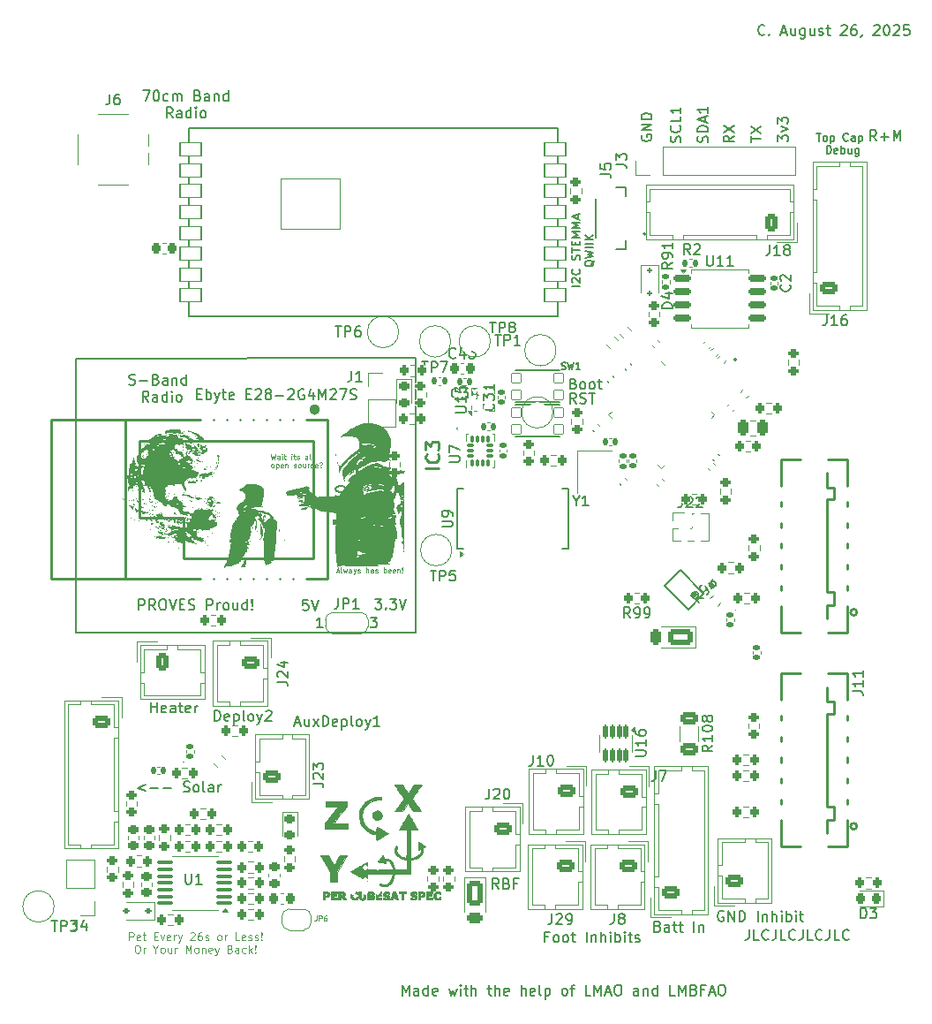
<source format=gbr>
%TF.GenerationSoftware,KiCad,Pcbnew,9.0.0*%
%TF.CreationDate,2025-08-27T01:06:39-07:00*%
%TF.ProjectId,FC_v5d,46435f76-3564-42e6-9b69-6361645f7063,rev?*%
%TF.SameCoordinates,Original*%
%TF.FileFunction,Legend,Top*%
%TF.FilePolarity,Positive*%
%FSLAX46Y46*%
G04 Gerber Fmt 4.6, Leading zero omitted, Abs format (unit mm)*
G04 Created by KiCad (PCBNEW 9.0.0) date 2025-08-27 01:06:39*
%MOMM*%
%LPD*%
G01*
G04 APERTURE LIST*
G04 Aperture macros list*
%AMRoundRect*
0 Rectangle with rounded corners*
0 $1 Rounding radius*
0 $2 $3 $4 $5 $6 $7 $8 $9 X,Y pos of 4 corners*
0 Add a 4 corners polygon primitive as box body*
4,1,4,$2,$3,$4,$5,$6,$7,$8,$9,$2,$3,0*
0 Add four circle primitives for the rounded corners*
1,1,$1+$1,$2,$3*
1,1,$1+$1,$4,$5*
1,1,$1+$1,$6,$7*
1,1,$1+$1,$8,$9*
0 Add four rect primitives between the rounded corners*
20,1,$1+$1,$2,$3,$4,$5,0*
20,1,$1+$1,$4,$5,$6,$7,0*
20,1,$1+$1,$6,$7,$8,$9,0*
20,1,$1+$1,$8,$9,$2,$3,0*%
%AMHorizOval*
0 Thick line with rounded ends*
0 $1 width*
0 $2 $3 position (X,Y) of the first rounded end (center of the circle)*
0 $4 $5 position (X,Y) of the second rounded end (center of the circle)*
0 Add line between two ends*
20,1,$1,$2,$3,$4,$5,0*
0 Add two circle primitives to create the rounded ends*
1,1,$1,$2,$3*
1,1,$1,$4,$5*%
%AMRotRect*
0 Rectangle, with rotation*
0 The origin of the aperture is its center*
0 $1 length*
0 $2 width*
0 $3 Rotation angle, in degrees counterclockwise*
0 Add horizontal line*
21,1,$1,$2,0,0,$3*%
%AMFreePoly0*
4,1,23,0.550000,-0.750000,0.000000,-0.750000,0.000000,-0.745722,-0.065263,-0.745722,-0.191342,-0.711940,-0.304381,-0.646677,-0.396677,-0.554381,-0.461940,-0.441342,-0.495722,-0.315263,-0.495722,-0.250000,-0.500000,-0.250000,-0.500000,0.250000,-0.495722,0.250000,-0.495722,0.315263,-0.461940,0.441342,-0.396677,0.554381,-0.304381,0.646677,-0.191342,0.711940,-0.065263,0.745722,0.000000,0.745722,
0.000000,0.750000,0.550000,0.750000,0.550000,-0.750000,0.550000,-0.750000,$1*%
%AMFreePoly1*
4,1,23,0.000000,0.745722,0.065263,0.745722,0.191342,0.711940,0.304381,0.646677,0.396677,0.554381,0.461940,0.441342,0.495722,0.315263,0.495722,0.250000,0.500000,0.250000,0.500000,-0.250000,0.495722,-0.250000,0.495722,-0.315263,0.461940,-0.441342,0.396677,-0.554381,0.304381,-0.646677,0.191342,-0.711940,0.065263,-0.745722,0.000000,-0.745722,0.000000,-0.750000,-0.550000,-0.750000,
-0.550000,0.750000,0.000000,0.750000,0.000000,0.745722,0.000000,0.745722,$1*%
%AMFreePoly2*
4,1,23,0.500000,-0.750000,0.000000,-0.750000,0.000000,-0.745722,-0.065263,-0.745722,-0.191342,-0.711940,-0.304381,-0.646677,-0.396677,-0.554381,-0.461940,-0.441342,-0.495722,-0.315263,-0.495722,-0.250000,-0.500000,-0.250000,-0.500000,0.250000,-0.495722,0.250000,-0.495722,0.315263,-0.461940,0.441342,-0.396677,0.554381,-0.304381,0.646677,-0.191342,0.711940,-0.065263,0.745722,0.000000,0.745722,
0.000000,0.750000,0.500000,0.750000,0.500000,-0.750000,0.500000,-0.750000,$1*%
%AMFreePoly3*
4,1,23,0.000000,0.745722,0.065263,0.745722,0.191342,0.711940,0.304381,0.646677,0.396677,0.554381,0.461940,0.441342,0.495722,0.315263,0.495722,0.250000,0.500000,0.250000,0.500000,-0.250000,0.495722,-0.250000,0.495722,-0.315263,0.461940,-0.441342,0.396677,-0.554381,0.304381,-0.646677,0.191342,-0.711940,0.065263,-0.745722,0.000000,-0.745722,0.000000,-0.750000,-0.500000,-0.750000,
-0.500000,0.750000,0.000000,0.750000,0.000000,0.745722,0.000000,0.745722,$1*%
%AMFreePoly4*
4,1,18,-0.437500,0.050000,-0.433694,0.069134,-0.422856,0.085355,-0.406634,0.096194,-0.387500,0.100000,0.387500,0.100000,0.437500,0.050000,0.437500,-0.050000,0.433694,-0.069134,0.422856,-0.085355,0.406634,-0.096194,0.387500,-0.100000,-0.387500,-0.100000,-0.406634,-0.096194,-0.422856,-0.085355,-0.433694,-0.069134,-0.437500,-0.050000,-0.437500,0.050000,-0.437500,0.050000,$1*%
%AMFreePoly5*
4,1,18,-0.437500,0.050000,-0.433694,0.069134,-0.422856,0.085355,-0.406634,0.096194,-0.387500,0.100000,0.387500,0.100000,0.406634,0.096194,0.422856,0.085355,0.433694,0.069134,0.437500,0.050000,0.437500,-0.050000,0.387500,-0.100000,-0.387500,-0.100000,-0.406634,-0.096194,-0.422856,-0.085355,-0.433694,-0.069134,-0.437500,-0.050000,-0.437500,0.050000,-0.437500,0.050000,$1*%
%AMFreePoly6*
4,1,18,-0.100000,0.387500,-0.050000,0.437500,0.050000,0.437500,0.069134,0.433694,0.085355,0.422856,0.096194,0.406634,0.100000,0.387500,0.100000,-0.387500,0.096194,-0.406634,0.085355,-0.422856,0.069134,-0.433694,0.050000,-0.437500,-0.050000,-0.437500,-0.069134,-0.433694,-0.085355,-0.422856,-0.096194,-0.406634,-0.100000,-0.387500,-0.100000,0.387500,-0.100000,0.387500,$1*%
%AMFreePoly7*
4,1,18,-0.100000,0.387500,-0.096194,0.406634,-0.085355,0.422856,-0.069134,0.433694,-0.050000,0.437500,0.050000,0.437500,0.100000,0.387500,0.100000,-0.387500,0.096194,-0.406634,0.085355,-0.422856,0.069134,-0.433694,0.050000,-0.437500,-0.050000,-0.437500,-0.069134,-0.433694,-0.085355,-0.422856,-0.096194,-0.406634,-0.100000,-0.387500,-0.100000,0.387500,-0.100000,0.387500,$1*%
%AMFreePoly8*
4,1,18,-0.437500,0.050000,-0.433694,0.069134,-0.422856,0.085355,-0.406634,0.096194,-0.387500,0.100000,0.387500,0.100000,0.406634,0.096194,0.422856,0.085355,0.433694,0.069134,0.437500,0.050000,0.437500,-0.050000,0.433694,-0.069134,0.422856,-0.085355,0.406634,-0.096194,0.387500,-0.100000,-0.387500,-0.100000,-0.437500,-0.050000,-0.437500,0.050000,-0.437500,0.050000,$1*%
%AMFreePoly9*
4,1,18,-0.437500,0.050000,-0.387500,0.100000,0.387500,0.100000,0.406634,0.096194,0.422856,0.085355,0.433694,0.069134,0.437500,0.050000,0.437500,-0.050000,0.433694,-0.069134,0.422856,-0.085355,0.406634,-0.096194,0.387500,-0.100000,-0.387500,-0.100000,-0.406634,-0.096194,-0.422856,-0.085355,-0.433694,-0.069134,-0.437500,-0.050000,-0.437500,0.050000,-0.437500,0.050000,$1*%
%AMFreePoly10*
4,1,18,-0.100000,0.387500,-0.096194,0.406634,-0.085355,0.422856,-0.069134,0.433694,-0.050000,0.437500,0.050000,0.437500,0.069134,0.433694,0.085355,0.422856,0.096194,0.406634,0.100000,0.387500,0.100000,-0.387500,0.050000,-0.437500,-0.050000,-0.437500,-0.069134,-0.433694,-0.085355,-0.422856,-0.096194,-0.406634,-0.100000,-0.387500,-0.100000,0.387500,-0.100000,0.387500,$1*%
%AMFreePoly11*
4,1,18,-0.100000,0.387500,-0.096194,0.406634,-0.085355,0.422856,-0.069134,0.433694,-0.050000,0.437500,0.050000,0.437500,0.069134,0.433694,0.085355,0.422856,0.096194,0.406634,0.100000,0.387500,0.100000,-0.387500,0.096194,-0.406634,0.085355,-0.422856,0.069134,-0.433694,0.050000,-0.437500,-0.050000,-0.437500,-0.100000,-0.387500,-0.100000,0.387500,-0.100000,0.387500,$1*%
G04 Aperture macros list end*
%ADD10C,0.150000*%
%ADD11C,0.100000*%
%ADD12C,0.125000*%
%ADD13C,0.146304*%
%ADD14C,0.254000*%
%ADD15C,0.120000*%
%ADD16C,0.203200*%
%ADD17C,0.300000*%
%ADD18C,0.191421*%
%ADD19C,0.127000*%
%ADD20C,0.200000*%
%ADD21C,0.250000*%
%ADD22C,0.000000*%
%ADD23C,0.500000*%
%ADD24C,0.010000*%
%ADD25RoundRect,0.250000X-0.625000X0.312500X-0.625000X-0.312500X0.625000X-0.312500X0.625000X0.312500X0*%
%ADD26R,1.000000X0.550000*%
%ADD27RoundRect,0.162500X-0.650000X-0.162500X0.650000X-0.162500X0.650000X0.162500X-0.650000X0.162500X0*%
%ADD28RoundRect,0.135000X0.035355X-0.226274X0.226274X-0.035355X-0.035355X0.226274X-0.226274X0.035355X0*%
%ADD29RoundRect,0.135000X-0.035355X0.226274X-0.226274X0.035355X0.035355X-0.226274X0.226274X-0.035355X0*%
%ADD30RoundRect,0.250000X-0.350000X-0.575000X0.350000X-0.575000X0.350000X0.575000X-0.350000X0.575000X0*%
%ADD31O,1.200000X1.650000*%
%ADD32C,2.050000*%
%ADD33C,2.250000*%
%ADD34RoundRect,0.135000X-0.185000X0.135000X-0.185000X-0.135000X0.185000X-0.135000X0.185000X0.135000X0*%
%ADD35C,2.000000*%
%ADD36R,0.350000X0.375000*%
%ADD37R,0.375000X0.350000*%
%ADD38C,5.000000*%
%ADD39RoundRect,0.250000X0.500000X-0.950000X0.500000X0.950000X-0.500000X0.950000X-0.500000X-0.950000X0*%
%ADD40RoundRect,0.250000X0.500000X-0.275000X0.500000X0.275000X-0.500000X0.275000X-0.500000X-0.275000X0*%
%ADD41RoundRect,0.140000X0.140000X0.170000X-0.140000X0.170000X-0.140000X-0.170000X0.140000X-0.170000X0*%
%ADD42RoundRect,0.140000X0.170000X-0.140000X0.170000X0.140000X-0.170000X0.140000X-0.170000X-0.140000X0*%
%ADD43RoundRect,0.200000X-0.200000X-0.275000X0.200000X-0.275000X0.200000X0.275000X-0.200000X0.275000X0*%
%ADD44RoundRect,0.250000X-0.575000X0.350000X-0.575000X-0.350000X0.575000X-0.350000X0.575000X0.350000X0*%
%ADD45O,1.650000X1.200000*%
%ADD46RoundRect,0.050800X-0.450000X-0.450000X0.450000X-0.450000X0.450000X0.450000X-0.450000X0.450000X0*%
%ADD47RoundRect,0.140000X-0.140000X-0.170000X0.140000X-0.170000X0.140000X0.170000X-0.140000X0.170000X0*%
%ADD48FreePoly0,0.000000*%
%ADD49R,1.000000X1.500000*%
%ADD50FreePoly1,0.000000*%
%ADD51RoundRect,0.225000X-0.225000X-0.250000X0.225000X-0.250000X0.225000X0.250000X-0.225000X0.250000X0*%
%ADD52RoundRect,0.140000X0.219203X0.021213X0.021213X0.219203X-0.219203X-0.021213X-0.021213X-0.219203X0*%
%ADD53RoundRect,0.200000X-0.275000X0.200000X-0.275000X-0.200000X0.275000X-0.200000X0.275000X0.200000X0*%
%ADD54HorizOval,0.380000X0.378302X0.378302X-0.378302X-0.378302X0*%
%ADD55RoundRect,0.200000X0.200000X0.275000X-0.200000X0.275000X-0.200000X-0.275000X0.200000X-0.275000X0*%
%ADD56RoundRect,0.218750X-0.256250X0.218750X-0.256250X-0.218750X0.256250X-0.218750X0.256250X0.218750X0*%
%ADD57RoundRect,0.200000X0.053033X-0.335876X0.335876X-0.053033X-0.053033X0.335876X-0.335876X0.053033X0*%
%ADD58RotRect,0.700000X1.700000X315.000000*%
%ADD59FreePoly2,0.000000*%
%ADD60FreePoly3,0.000000*%
%ADD61RoundRect,0.200000X0.275000X-0.200000X0.275000X0.200000X-0.275000X0.200000X-0.275000X-0.200000X0*%
%ADD62RoundRect,0.225000X-0.250000X0.225000X-0.250000X-0.225000X0.250000X-0.225000X0.250000X0.225000X0*%
%ADD63RoundRect,0.250000X-0.250000X-0.475000X0.250000X-0.475000X0.250000X0.475000X-0.250000X0.475000X0*%
%ADD64RoundRect,0.100000X0.637500X0.100000X-0.637500X0.100000X-0.637500X-0.100000X0.637500X-0.100000X0*%
%ADD65RoundRect,0.063500X1.000000X0.650000X-1.000000X0.650000X-1.000000X-0.650000X1.000000X-0.650000X0*%
%ADD66RoundRect,0.063500X2.849999X2.400000X-2.849999X2.400000X-2.849999X-2.400000X2.849999X-2.400000X0*%
%ADD67R,1.550000X0.600000*%
%ADD68R,1.800000X1.200000*%
%ADD69RoundRect,0.140000X0.021213X-0.219203X0.219203X-0.021213X-0.021213X0.219203X-0.219203X0.021213X0*%
%ADD70RoundRect,0.250000X0.575000X-0.350000X0.575000X0.350000X-0.575000X0.350000X-0.575000X-0.350000X0*%
%ADD71RoundRect,0.218750X0.218750X0.256250X-0.218750X0.256250X-0.218750X-0.256250X0.218750X-0.256250X0*%
%ADD72RoundRect,0.200000X0.335876X0.053033X0.053033X0.335876X-0.335876X-0.053033X-0.053033X-0.335876X0*%
%ADD73RoundRect,0.087500X0.087500X-0.225000X0.087500X0.225000X-0.087500X0.225000X-0.087500X-0.225000X0*%
%ADD74RoundRect,0.087500X0.225000X-0.087500X0.225000X0.087500X-0.225000X0.087500X-0.225000X-0.087500X0*%
%ADD75RoundRect,0.140000X-0.170000X0.140000X-0.170000X-0.140000X0.170000X-0.140000X0.170000X0.140000X0*%
%ADD76RotRect,0.470000X0.530000X315.000000*%
%ADD77RoundRect,0.135000X0.185000X-0.135000X0.185000X0.135000X-0.185000X0.135000X-0.185000X-0.135000X0*%
%ADD78RoundRect,0.135000X0.135000X0.185000X-0.135000X0.185000X-0.135000X-0.185000X0.135000X-0.185000X0*%
%ADD79RoundRect,0.140000X-0.219203X-0.021213X-0.021213X-0.219203X0.219203X0.021213X0.021213X0.219203X0*%
%ADD80R,2.500000X1.100000*%
%ADD81R,2.200000X2.000000*%
%ADD82RoundRect,0.125000X-0.125000X0.125000X-0.125000X-0.125000X0.125000X-0.125000X0.125000X0.125000X0*%
%ADD83FreePoly4,315.000000*%
%ADD84RoundRect,0.050000X-0.309359X0.238649X0.238649X-0.309359X0.309359X-0.238649X-0.238649X0.309359X0*%
%ADD85FreePoly5,315.000000*%
%ADD86FreePoly6,315.000000*%
%ADD87RoundRect,0.050000X-0.309359X-0.238649X-0.238649X-0.309359X0.309359X0.238649X0.238649X0.309359X0*%
%ADD88FreePoly7,315.000000*%
%ADD89FreePoly8,315.000000*%
%ADD90FreePoly9,315.000000*%
%ADD91FreePoly10,315.000000*%
%ADD92FreePoly11,315.000000*%
%ADD93RoundRect,0.153000X0.000000X-2.187788X2.187788X0.000000X0.000000X2.187788X-2.187788X0.000000X0*%
%ADD94R,0.900000X2.000000*%
%ADD95RoundRect,0.250000X-0.950000X-0.500000X0.950000X-0.500000X0.950000X0.500000X-0.950000X0.500000X0*%
%ADD96RoundRect,0.250000X-0.275000X-0.500000X0.275000X-0.500000X0.275000X0.500000X-0.275000X0.500000X0*%
%ADD97RoundRect,0.225000X0.225000X0.250000X-0.225000X0.250000X-0.225000X-0.250000X0.225000X-0.250000X0*%
%ADD98R,1.700000X1.700000*%
%ADD99C,1.700000*%
%ADD100R,1.000000X1.000000*%
%ADD101O,1.000000X1.000000*%
%ADD102RoundRect,0.112500X0.187500X0.112500X-0.187500X0.112500X-0.187500X-0.112500X0.187500X-0.112500X0*%
%ADD103RoundRect,0.140000X-0.021213X0.219203X-0.219203X0.021213X0.021213X-0.219203X0.219203X-0.021213X0*%
%ADD104RoundRect,0.225000X0.250000X-0.225000X0.250000X0.225000X-0.250000X0.225000X-0.250000X-0.225000X0*%
%ADD105RoundRect,0.125000X-0.125000X0.537500X-0.125000X-0.537500X0.125000X-0.537500X0.125000X0.537500X0*%
%ADD106R,0.800000X0.500000*%
%ADD107R,1.200000X1.400000*%
%ADD108R,0.450000X1.750000*%
%ADD109RoundRect,0.250000X0.350000X0.575000X-0.350000X0.575000X-0.350000X-0.575000X0.350000X-0.575000X0*%
%ADD110O,1.700000X1.700000*%
%ADD111C,0.500000*%
%ADD112C,0.650000*%
%ADD113O,1.600000X1.000000*%
%ADD114O,2.100000X1.000000*%
G04 APERTURE END LIST*
D10*
X149900000Y-106300000D02*
X182500000Y-106300000D01*
X182500000Y-80000000D02*
X149900000Y-80100000D01*
X182500000Y-106300000D02*
X182500000Y-80000000D01*
X149900000Y-80100000D02*
X149900000Y-106300000D01*
X180000000Y-76000000D02*
X185000000Y-76000000D01*
D11*
X155060713Y-135795556D02*
X155060713Y-135045556D01*
X155060713Y-135045556D02*
X155346427Y-135045556D01*
X155346427Y-135045556D02*
X155417856Y-135081270D01*
X155417856Y-135081270D02*
X155453570Y-135116984D01*
X155453570Y-135116984D02*
X155489284Y-135188413D01*
X155489284Y-135188413D02*
X155489284Y-135295556D01*
X155489284Y-135295556D02*
X155453570Y-135366984D01*
X155453570Y-135366984D02*
X155417856Y-135402699D01*
X155417856Y-135402699D02*
X155346427Y-135438413D01*
X155346427Y-135438413D02*
X155060713Y-135438413D01*
X156096427Y-135759842D02*
X156024999Y-135795556D01*
X156024999Y-135795556D02*
X155882142Y-135795556D01*
X155882142Y-135795556D02*
X155810713Y-135759842D01*
X155810713Y-135759842D02*
X155774999Y-135688413D01*
X155774999Y-135688413D02*
X155774999Y-135402699D01*
X155774999Y-135402699D02*
X155810713Y-135331270D01*
X155810713Y-135331270D02*
X155882142Y-135295556D01*
X155882142Y-135295556D02*
X156024999Y-135295556D01*
X156024999Y-135295556D02*
X156096427Y-135331270D01*
X156096427Y-135331270D02*
X156132142Y-135402699D01*
X156132142Y-135402699D02*
X156132142Y-135474127D01*
X156132142Y-135474127D02*
X155774999Y-135545556D01*
X156346427Y-135295556D02*
X156632141Y-135295556D01*
X156453570Y-135045556D02*
X156453570Y-135688413D01*
X156453570Y-135688413D02*
X156489284Y-135759842D01*
X156489284Y-135759842D02*
X156560713Y-135795556D01*
X156560713Y-135795556D02*
X156632141Y-135795556D01*
X157453570Y-135402699D02*
X157703570Y-135402699D01*
X157810713Y-135795556D02*
X157453570Y-135795556D01*
X157453570Y-135795556D02*
X157453570Y-135045556D01*
X157453570Y-135045556D02*
X157810713Y-135045556D01*
X158060712Y-135295556D02*
X158239284Y-135795556D01*
X158239284Y-135795556D02*
X158417855Y-135295556D01*
X158989284Y-135759842D02*
X158917856Y-135795556D01*
X158917856Y-135795556D02*
X158774999Y-135795556D01*
X158774999Y-135795556D02*
X158703570Y-135759842D01*
X158703570Y-135759842D02*
X158667856Y-135688413D01*
X158667856Y-135688413D02*
X158667856Y-135402699D01*
X158667856Y-135402699D02*
X158703570Y-135331270D01*
X158703570Y-135331270D02*
X158774999Y-135295556D01*
X158774999Y-135295556D02*
X158917856Y-135295556D01*
X158917856Y-135295556D02*
X158989284Y-135331270D01*
X158989284Y-135331270D02*
X159024999Y-135402699D01*
X159024999Y-135402699D02*
X159024999Y-135474127D01*
X159024999Y-135474127D02*
X158667856Y-135545556D01*
X159346427Y-135795556D02*
X159346427Y-135295556D01*
X159346427Y-135438413D02*
X159382141Y-135366984D01*
X159382141Y-135366984D02*
X159417856Y-135331270D01*
X159417856Y-135331270D02*
X159489284Y-135295556D01*
X159489284Y-135295556D02*
X159560713Y-135295556D01*
X159739284Y-135295556D02*
X159917856Y-135795556D01*
X160096427Y-135295556D02*
X159917856Y-135795556D01*
X159917856Y-135795556D02*
X159846427Y-135974127D01*
X159846427Y-135974127D02*
X159810713Y-136009842D01*
X159810713Y-136009842D02*
X159739284Y-136045556D01*
X160917857Y-135116984D02*
X160953571Y-135081270D01*
X160953571Y-135081270D02*
X161025000Y-135045556D01*
X161025000Y-135045556D02*
X161203571Y-135045556D01*
X161203571Y-135045556D02*
X161275000Y-135081270D01*
X161275000Y-135081270D02*
X161310714Y-135116984D01*
X161310714Y-135116984D02*
X161346428Y-135188413D01*
X161346428Y-135188413D02*
X161346428Y-135259842D01*
X161346428Y-135259842D02*
X161310714Y-135366984D01*
X161310714Y-135366984D02*
X160882142Y-135795556D01*
X160882142Y-135795556D02*
X161346428Y-135795556D01*
X161989286Y-135045556D02*
X161846428Y-135045556D01*
X161846428Y-135045556D02*
X161775000Y-135081270D01*
X161775000Y-135081270D02*
X161739286Y-135116984D01*
X161739286Y-135116984D02*
X161667857Y-135224127D01*
X161667857Y-135224127D02*
X161632143Y-135366984D01*
X161632143Y-135366984D02*
X161632143Y-135652699D01*
X161632143Y-135652699D02*
X161667857Y-135724127D01*
X161667857Y-135724127D02*
X161703571Y-135759842D01*
X161703571Y-135759842D02*
X161775000Y-135795556D01*
X161775000Y-135795556D02*
X161917857Y-135795556D01*
X161917857Y-135795556D02*
X161989286Y-135759842D01*
X161989286Y-135759842D02*
X162025000Y-135724127D01*
X162025000Y-135724127D02*
X162060714Y-135652699D01*
X162060714Y-135652699D02*
X162060714Y-135474127D01*
X162060714Y-135474127D02*
X162025000Y-135402699D01*
X162025000Y-135402699D02*
X161989286Y-135366984D01*
X161989286Y-135366984D02*
X161917857Y-135331270D01*
X161917857Y-135331270D02*
X161775000Y-135331270D01*
X161775000Y-135331270D02*
X161703571Y-135366984D01*
X161703571Y-135366984D02*
X161667857Y-135402699D01*
X161667857Y-135402699D02*
X161632143Y-135474127D01*
X162346429Y-135759842D02*
X162417857Y-135795556D01*
X162417857Y-135795556D02*
X162560714Y-135795556D01*
X162560714Y-135795556D02*
X162632143Y-135759842D01*
X162632143Y-135759842D02*
X162667857Y-135688413D01*
X162667857Y-135688413D02*
X162667857Y-135652699D01*
X162667857Y-135652699D02*
X162632143Y-135581270D01*
X162632143Y-135581270D02*
X162560714Y-135545556D01*
X162560714Y-135545556D02*
X162453572Y-135545556D01*
X162453572Y-135545556D02*
X162382143Y-135509842D01*
X162382143Y-135509842D02*
X162346429Y-135438413D01*
X162346429Y-135438413D02*
X162346429Y-135402699D01*
X162346429Y-135402699D02*
X162382143Y-135331270D01*
X162382143Y-135331270D02*
X162453572Y-135295556D01*
X162453572Y-135295556D02*
X162560714Y-135295556D01*
X162560714Y-135295556D02*
X162632143Y-135331270D01*
X163667858Y-135795556D02*
X163596429Y-135759842D01*
X163596429Y-135759842D02*
X163560715Y-135724127D01*
X163560715Y-135724127D02*
X163525001Y-135652699D01*
X163525001Y-135652699D02*
X163525001Y-135438413D01*
X163525001Y-135438413D02*
X163560715Y-135366984D01*
X163560715Y-135366984D02*
X163596429Y-135331270D01*
X163596429Y-135331270D02*
X163667858Y-135295556D01*
X163667858Y-135295556D02*
X163775001Y-135295556D01*
X163775001Y-135295556D02*
X163846429Y-135331270D01*
X163846429Y-135331270D02*
X163882144Y-135366984D01*
X163882144Y-135366984D02*
X163917858Y-135438413D01*
X163917858Y-135438413D02*
X163917858Y-135652699D01*
X163917858Y-135652699D02*
X163882144Y-135724127D01*
X163882144Y-135724127D02*
X163846429Y-135759842D01*
X163846429Y-135759842D02*
X163775001Y-135795556D01*
X163775001Y-135795556D02*
X163667858Y-135795556D01*
X164239286Y-135795556D02*
X164239286Y-135295556D01*
X164239286Y-135438413D02*
X164275000Y-135366984D01*
X164275000Y-135366984D02*
X164310715Y-135331270D01*
X164310715Y-135331270D02*
X164382143Y-135295556D01*
X164382143Y-135295556D02*
X164453572Y-135295556D01*
X165632144Y-135795556D02*
X165275001Y-135795556D01*
X165275001Y-135795556D02*
X165275001Y-135045556D01*
X166167858Y-135759842D02*
X166096430Y-135795556D01*
X166096430Y-135795556D02*
X165953573Y-135795556D01*
X165953573Y-135795556D02*
X165882144Y-135759842D01*
X165882144Y-135759842D02*
X165846430Y-135688413D01*
X165846430Y-135688413D02*
X165846430Y-135402699D01*
X165846430Y-135402699D02*
X165882144Y-135331270D01*
X165882144Y-135331270D02*
X165953573Y-135295556D01*
X165953573Y-135295556D02*
X166096430Y-135295556D01*
X166096430Y-135295556D02*
X166167858Y-135331270D01*
X166167858Y-135331270D02*
X166203573Y-135402699D01*
X166203573Y-135402699D02*
X166203573Y-135474127D01*
X166203573Y-135474127D02*
X165846430Y-135545556D01*
X166489287Y-135759842D02*
X166560715Y-135795556D01*
X166560715Y-135795556D02*
X166703572Y-135795556D01*
X166703572Y-135795556D02*
X166775001Y-135759842D01*
X166775001Y-135759842D02*
X166810715Y-135688413D01*
X166810715Y-135688413D02*
X166810715Y-135652699D01*
X166810715Y-135652699D02*
X166775001Y-135581270D01*
X166775001Y-135581270D02*
X166703572Y-135545556D01*
X166703572Y-135545556D02*
X166596430Y-135545556D01*
X166596430Y-135545556D02*
X166525001Y-135509842D01*
X166525001Y-135509842D02*
X166489287Y-135438413D01*
X166489287Y-135438413D02*
X166489287Y-135402699D01*
X166489287Y-135402699D02*
X166525001Y-135331270D01*
X166525001Y-135331270D02*
X166596430Y-135295556D01*
X166596430Y-135295556D02*
X166703572Y-135295556D01*
X166703572Y-135295556D02*
X166775001Y-135331270D01*
X167096430Y-135759842D02*
X167167858Y-135795556D01*
X167167858Y-135795556D02*
X167310715Y-135795556D01*
X167310715Y-135795556D02*
X167382144Y-135759842D01*
X167382144Y-135759842D02*
X167417858Y-135688413D01*
X167417858Y-135688413D02*
X167417858Y-135652699D01*
X167417858Y-135652699D02*
X167382144Y-135581270D01*
X167382144Y-135581270D02*
X167310715Y-135545556D01*
X167310715Y-135545556D02*
X167203573Y-135545556D01*
X167203573Y-135545556D02*
X167132144Y-135509842D01*
X167132144Y-135509842D02*
X167096430Y-135438413D01*
X167096430Y-135438413D02*
X167096430Y-135402699D01*
X167096430Y-135402699D02*
X167132144Y-135331270D01*
X167132144Y-135331270D02*
X167203573Y-135295556D01*
X167203573Y-135295556D02*
X167310715Y-135295556D01*
X167310715Y-135295556D02*
X167382144Y-135331270D01*
X167739287Y-135724127D02*
X167775001Y-135759842D01*
X167775001Y-135759842D02*
X167739287Y-135795556D01*
X167739287Y-135795556D02*
X167703573Y-135759842D01*
X167703573Y-135759842D02*
X167739287Y-135724127D01*
X167739287Y-135724127D02*
X167739287Y-135795556D01*
X167739287Y-135509842D02*
X167703573Y-135081270D01*
X167703573Y-135081270D02*
X167739287Y-135045556D01*
X167739287Y-135045556D02*
X167775001Y-135081270D01*
X167775001Y-135081270D02*
X167739287Y-135509842D01*
X167739287Y-135509842D02*
X167739287Y-135045556D01*
X155775000Y-136253014D02*
X155917857Y-136253014D01*
X155917857Y-136253014D02*
X155989286Y-136288728D01*
X155989286Y-136288728D02*
X156060714Y-136360157D01*
X156060714Y-136360157D02*
X156096429Y-136503014D01*
X156096429Y-136503014D02*
X156096429Y-136753014D01*
X156096429Y-136753014D02*
X156060714Y-136895871D01*
X156060714Y-136895871D02*
X155989286Y-136967300D01*
X155989286Y-136967300D02*
X155917857Y-137003014D01*
X155917857Y-137003014D02*
X155775000Y-137003014D01*
X155775000Y-137003014D02*
X155703572Y-136967300D01*
X155703572Y-136967300D02*
X155632143Y-136895871D01*
X155632143Y-136895871D02*
X155596429Y-136753014D01*
X155596429Y-136753014D02*
X155596429Y-136503014D01*
X155596429Y-136503014D02*
X155632143Y-136360157D01*
X155632143Y-136360157D02*
X155703572Y-136288728D01*
X155703572Y-136288728D02*
X155775000Y-136253014D01*
X156417857Y-137003014D02*
X156417857Y-136503014D01*
X156417857Y-136645871D02*
X156453571Y-136574442D01*
X156453571Y-136574442D02*
X156489286Y-136538728D01*
X156489286Y-136538728D02*
X156560714Y-136503014D01*
X156560714Y-136503014D02*
X156632143Y-136503014D01*
X157596429Y-136645871D02*
X157596429Y-137003014D01*
X157346429Y-136253014D02*
X157596429Y-136645871D01*
X157596429Y-136645871D02*
X157846429Y-136253014D01*
X158203572Y-137003014D02*
X158132143Y-136967300D01*
X158132143Y-136967300D02*
X158096429Y-136931585D01*
X158096429Y-136931585D02*
X158060715Y-136860157D01*
X158060715Y-136860157D02*
X158060715Y-136645871D01*
X158060715Y-136645871D02*
X158096429Y-136574442D01*
X158096429Y-136574442D02*
X158132143Y-136538728D01*
X158132143Y-136538728D02*
X158203572Y-136503014D01*
X158203572Y-136503014D02*
X158310715Y-136503014D01*
X158310715Y-136503014D02*
X158382143Y-136538728D01*
X158382143Y-136538728D02*
X158417858Y-136574442D01*
X158417858Y-136574442D02*
X158453572Y-136645871D01*
X158453572Y-136645871D02*
X158453572Y-136860157D01*
X158453572Y-136860157D02*
X158417858Y-136931585D01*
X158417858Y-136931585D02*
X158382143Y-136967300D01*
X158382143Y-136967300D02*
X158310715Y-137003014D01*
X158310715Y-137003014D02*
X158203572Y-137003014D01*
X159096429Y-136503014D02*
X159096429Y-137003014D01*
X158775000Y-136503014D02*
X158775000Y-136895871D01*
X158775000Y-136895871D02*
X158810714Y-136967300D01*
X158810714Y-136967300D02*
X158882143Y-137003014D01*
X158882143Y-137003014D02*
X158989286Y-137003014D01*
X158989286Y-137003014D02*
X159060714Y-136967300D01*
X159060714Y-136967300D02*
X159096429Y-136931585D01*
X159453571Y-137003014D02*
X159453571Y-136503014D01*
X159453571Y-136645871D02*
X159489285Y-136574442D01*
X159489285Y-136574442D02*
X159525000Y-136538728D01*
X159525000Y-136538728D02*
X159596428Y-136503014D01*
X159596428Y-136503014D02*
X159667857Y-136503014D01*
X160489286Y-137003014D02*
X160489286Y-136253014D01*
X160489286Y-136253014D02*
X160739286Y-136788728D01*
X160739286Y-136788728D02*
X160989286Y-136253014D01*
X160989286Y-136253014D02*
X160989286Y-137003014D01*
X161453572Y-137003014D02*
X161382143Y-136967300D01*
X161382143Y-136967300D02*
X161346429Y-136931585D01*
X161346429Y-136931585D02*
X161310715Y-136860157D01*
X161310715Y-136860157D02*
X161310715Y-136645871D01*
X161310715Y-136645871D02*
X161346429Y-136574442D01*
X161346429Y-136574442D02*
X161382143Y-136538728D01*
X161382143Y-136538728D02*
X161453572Y-136503014D01*
X161453572Y-136503014D02*
X161560715Y-136503014D01*
X161560715Y-136503014D02*
X161632143Y-136538728D01*
X161632143Y-136538728D02*
X161667858Y-136574442D01*
X161667858Y-136574442D02*
X161703572Y-136645871D01*
X161703572Y-136645871D02*
X161703572Y-136860157D01*
X161703572Y-136860157D02*
X161667858Y-136931585D01*
X161667858Y-136931585D02*
X161632143Y-136967300D01*
X161632143Y-136967300D02*
X161560715Y-137003014D01*
X161560715Y-137003014D02*
X161453572Y-137003014D01*
X162025000Y-136503014D02*
X162025000Y-137003014D01*
X162025000Y-136574442D02*
X162060714Y-136538728D01*
X162060714Y-136538728D02*
X162132143Y-136503014D01*
X162132143Y-136503014D02*
X162239286Y-136503014D01*
X162239286Y-136503014D02*
X162310714Y-136538728D01*
X162310714Y-136538728D02*
X162346429Y-136610157D01*
X162346429Y-136610157D02*
X162346429Y-137003014D01*
X162989285Y-136967300D02*
X162917857Y-137003014D01*
X162917857Y-137003014D02*
X162775000Y-137003014D01*
X162775000Y-137003014D02*
X162703571Y-136967300D01*
X162703571Y-136967300D02*
X162667857Y-136895871D01*
X162667857Y-136895871D02*
X162667857Y-136610157D01*
X162667857Y-136610157D02*
X162703571Y-136538728D01*
X162703571Y-136538728D02*
X162775000Y-136503014D01*
X162775000Y-136503014D02*
X162917857Y-136503014D01*
X162917857Y-136503014D02*
X162989285Y-136538728D01*
X162989285Y-136538728D02*
X163025000Y-136610157D01*
X163025000Y-136610157D02*
X163025000Y-136681585D01*
X163025000Y-136681585D02*
X162667857Y-136753014D01*
X163274999Y-136503014D02*
X163453571Y-137003014D01*
X163632142Y-136503014D02*
X163453571Y-137003014D01*
X163453571Y-137003014D02*
X163382142Y-137181585D01*
X163382142Y-137181585D02*
X163346428Y-137217300D01*
X163346428Y-137217300D02*
X163274999Y-137253014D01*
X164739286Y-136610157D02*
X164846429Y-136645871D01*
X164846429Y-136645871D02*
X164882143Y-136681585D01*
X164882143Y-136681585D02*
X164917857Y-136753014D01*
X164917857Y-136753014D02*
X164917857Y-136860157D01*
X164917857Y-136860157D02*
X164882143Y-136931585D01*
X164882143Y-136931585D02*
X164846429Y-136967300D01*
X164846429Y-136967300D02*
X164775000Y-137003014D01*
X164775000Y-137003014D02*
X164489286Y-137003014D01*
X164489286Y-137003014D02*
X164489286Y-136253014D01*
X164489286Y-136253014D02*
X164739286Y-136253014D01*
X164739286Y-136253014D02*
X164810715Y-136288728D01*
X164810715Y-136288728D02*
X164846429Y-136324442D01*
X164846429Y-136324442D02*
X164882143Y-136395871D01*
X164882143Y-136395871D02*
X164882143Y-136467300D01*
X164882143Y-136467300D02*
X164846429Y-136538728D01*
X164846429Y-136538728D02*
X164810715Y-136574442D01*
X164810715Y-136574442D02*
X164739286Y-136610157D01*
X164739286Y-136610157D02*
X164489286Y-136610157D01*
X165560715Y-137003014D02*
X165560715Y-136610157D01*
X165560715Y-136610157D02*
X165525000Y-136538728D01*
X165525000Y-136538728D02*
X165453572Y-136503014D01*
X165453572Y-136503014D02*
X165310715Y-136503014D01*
X165310715Y-136503014D02*
X165239286Y-136538728D01*
X165560715Y-136967300D02*
X165489286Y-137003014D01*
X165489286Y-137003014D02*
X165310715Y-137003014D01*
X165310715Y-137003014D02*
X165239286Y-136967300D01*
X165239286Y-136967300D02*
X165203572Y-136895871D01*
X165203572Y-136895871D02*
X165203572Y-136824442D01*
X165203572Y-136824442D02*
X165239286Y-136753014D01*
X165239286Y-136753014D02*
X165310715Y-136717300D01*
X165310715Y-136717300D02*
X165489286Y-136717300D01*
X165489286Y-136717300D02*
X165560715Y-136681585D01*
X166239286Y-136967300D02*
X166167857Y-137003014D01*
X166167857Y-137003014D02*
X166025000Y-137003014D01*
X166025000Y-137003014D02*
X165953571Y-136967300D01*
X165953571Y-136967300D02*
X165917857Y-136931585D01*
X165917857Y-136931585D02*
X165882143Y-136860157D01*
X165882143Y-136860157D02*
X165882143Y-136645871D01*
X165882143Y-136645871D02*
X165917857Y-136574442D01*
X165917857Y-136574442D02*
X165953571Y-136538728D01*
X165953571Y-136538728D02*
X166025000Y-136503014D01*
X166025000Y-136503014D02*
X166167857Y-136503014D01*
X166167857Y-136503014D02*
X166239286Y-136538728D01*
X166560714Y-137003014D02*
X166560714Y-136253014D01*
X166632143Y-136717300D02*
X166846428Y-137003014D01*
X166846428Y-136503014D02*
X166560714Y-136788728D01*
X167167857Y-136931585D02*
X167203571Y-136967300D01*
X167203571Y-136967300D02*
X167167857Y-137003014D01*
X167167857Y-137003014D02*
X167132143Y-136967300D01*
X167132143Y-136967300D02*
X167167857Y-136931585D01*
X167167857Y-136931585D02*
X167167857Y-137003014D01*
X167167857Y-136717300D02*
X167132143Y-136288728D01*
X167132143Y-136288728D02*
X167167857Y-136253014D01*
X167167857Y-136253014D02*
X167203571Y-136288728D01*
X167203571Y-136288728D02*
X167167857Y-136717300D01*
X167167857Y-136717300D02*
X167167857Y-136253014D01*
D10*
X210522200Y-59310839D02*
X210569819Y-59167982D01*
X210569819Y-59167982D02*
X210569819Y-58929887D01*
X210569819Y-58929887D02*
X210522200Y-58834649D01*
X210522200Y-58834649D02*
X210474580Y-58787030D01*
X210474580Y-58787030D02*
X210379342Y-58739411D01*
X210379342Y-58739411D02*
X210284104Y-58739411D01*
X210284104Y-58739411D02*
X210188866Y-58787030D01*
X210188866Y-58787030D02*
X210141247Y-58834649D01*
X210141247Y-58834649D02*
X210093628Y-58929887D01*
X210093628Y-58929887D02*
X210046009Y-59120363D01*
X210046009Y-59120363D02*
X209998390Y-59215601D01*
X209998390Y-59215601D02*
X209950771Y-59263220D01*
X209950771Y-59263220D02*
X209855533Y-59310839D01*
X209855533Y-59310839D02*
X209760295Y-59310839D01*
X209760295Y-59310839D02*
X209665057Y-59263220D01*
X209665057Y-59263220D02*
X209617438Y-59215601D01*
X209617438Y-59215601D02*
X209569819Y-59120363D01*
X209569819Y-59120363D02*
X209569819Y-58882268D01*
X209569819Y-58882268D02*
X209617438Y-58739411D01*
X210569819Y-58310839D02*
X209569819Y-58310839D01*
X209569819Y-58310839D02*
X209569819Y-58072744D01*
X209569819Y-58072744D02*
X209617438Y-57929887D01*
X209617438Y-57929887D02*
X209712676Y-57834649D01*
X209712676Y-57834649D02*
X209807914Y-57787030D01*
X209807914Y-57787030D02*
X209998390Y-57739411D01*
X209998390Y-57739411D02*
X210141247Y-57739411D01*
X210141247Y-57739411D02*
X210331723Y-57787030D01*
X210331723Y-57787030D02*
X210426961Y-57834649D01*
X210426961Y-57834649D02*
X210522200Y-57929887D01*
X210522200Y-57929887D02*
X210569819Y-58072744D01*
X210569819Y-58072744D02*
X210569819Y-58310839D01*
X210284104Y-57358458D02*
X210284104Y-56882268D01*
X210569819Y-57453696D02*
X209569819Y-57120363D01*
X209569819Y-57120363D02*
X210569819Y-56787030D01*
X210569819Y-55929887D02*
X210569819Y-56501315D01*
X210569819Y-56215601D02*
X209569819Y-56215601D01*
X209569819Y-56215601D02*
X209712676Y-56310839D01*
X209712676Y-56310839D02*
X209807914Y-56406077D01*
X209807914Y-56406077D02*
X209855533Y-56501315D01*
X220982143Y-58442956D02*
X221410715Y-58442956D01*
X221196429Y-59192956D02*
X221196429Y-58442956D01*
X221767858Y-59192956D02*
X221696429Y-59157242D01*
X221696429Y-59157242D02*
X221660715Y-59121527D01*
X221660715Y-59121527D02*
X221625001Y-59050099D01*
X221625001Y-59050099D02*
X221625001Y-58835813D01*
X221625001Y-58835813D02*
X221660715Y-58764384D01*
X221660715Y-58764384D02*
X221696429Y-58728670D01*
X221696429Y-58728670D02*
X221767858Y-58692956D01*
X221767858Y-58692956D02*
X221875001Y-58692956D01*
X221875001Y-58692956D02*
X221946429Y-58728670D01*
X221946429Y-58728670D02*
X221982144Y-58764384D01*
X221982144Y-58764384D02*
X222017858Y-58835813D01*
X222017858Y-58835813D02*
X222017858Y-59050099D01*
X222017858Y-59050099D02*
X221982144Y-59121527D01*
X221982144Y-59121527D02*
X221946429Y-59157242D01*
X221946429Y-59157242D02*
X221875001Y-59192956D01*
X221875001Y-59192956D02*
X221767858Y-59192956D01*
X222339286Y-58692956D02*
X222339286Y-59442956D01*
X222339286Y-58728670D02*
X222410715Y-58692956D01*
X222410715Y-58692956D02*
X222553572Y-58692956D01*
X222553572Y-58692956D02*
X222625000Y-58728670D01*
X222625000Y-58728670D02*
X222660715Y-58764384D01*
X222660715Y-58764384D02*
X222696429Y-58835813D01*
X222696429Y-58835813D02*
X222696429Y-59050099D01*
X222696429Y-59050099D02*
X222660715Y-59121527D01*
X222660715Y-59121527D02*
X222625000Y-59157242D01*
X222625000Y-59157242D02*
X222553572Y-59192956D01*
X222553572Y-59192956D02*
X222410715Y-59192956D01*
X222410715Y-59192956D02*
X222339286Y-59157242D01*
X224017857Y-59121527D02*
X223982143Y-59157242D01*
X223982143Y-59157242D02*
X223875000Y-59192956D01*
X223875000Y-59192956D02*
X223803572Y-59192956D01*
X223803572Y-59192956D02*
X223696429Y-59157242D01*
X223696429Y-59157242D02*
X223625000Y-59085813D01*
X223625000Y-59085813D02*
X223589286Y-59014384D01*
X223589286Y-59014384D02*
X223553572Y-58871527D01*
X223553572Y-58871527D02*
X223553572Y-58764384D01*
X223553572Y-58764384D02*
X223589286Y-58621527D01*
X223589286Y-58621527D02*
X223625000Y-58550099D01*
X223625000Y-58550099D02*
X223696429Y-58478670D01*
X223696429Y-58478670D02*
X223803572Y-58442956D01*
X223803572Y-58442956D02*
X223875000Y-58442956D01*
X223875000Y-58442956D02*
X223982143Y-58478670D01*
X223982143Y-58478670D02*
X224017857Y-58514384D01*
X224660715Y-59192956D02*
X224660715Y-58800099D01*
X224660715Y-58800099D02*
X224625000Y-58728670D01*
X224625000Y-58728670D02*
X224553572Y-58692956D01*
X224553572Y-58692956D02*
X224410715Y-58692956D01*
X224410715Y-58692956D02*
X224339286Y-58728670D01*
X224660715Y-59157242D02*
X224589286Y-59192956D01*
X224589286Y-59192956D02*
X224410715Y-59192956D01*
X224410715Y-59192956D02*
X224339286Y-59157242D01*
X224339286Y-59157242D02*
X224303572Y-59085813D01*
X224303572Y-59085813D02*
X224303572Y-59014384D01*
X224303572Y-59014384D02*
X224339286Y-58942956D01*
X224339286Y-58942956D02*
X224410715Y-58907242D01*
X224410715Y-58907242D02*
X224589286Y-58907242D01*
X224589286Y-58907242D02*
X224660715Y-58871527D01*
X225017857Y-58692956D02*
X225017857Y-59442956D01*
X225017857Y-58728670D02*
X225089286Y-58692956D01*
X225089286Y-58692956D02*
X225232143Y-58692956D01*
X225232143Y-58692956D02*
X225303571Y-58728670D01*
X225303571Y-58728670D02*
X225339286Y-58764384D01*
X225339286Y-58764384D02*
X225375000Y-58835813D01*
X225375000Y-58835813D02*
X225375000Y-59050099D01*
X225375000Y-59050099D02*
X225339286Y-59121527D01*
X225339286Y-59121527D02*
X225303571Y-59157242D01*
X225303571Y-59157242D02*
X225232143Y-59192956D01*
X225232143Y-59192956D02*
X225089286Y-59192956D01*
X225089286Y-59192956D02*
X225017857Y-59157242D01*
X221964286Y-60400414D02*
X221964286Y-59650414D01*
X221964286Y-59650414D02*
X222142857Y-59650414D01*
X222142857Y-59650414D02*
X222250000Y-59686128D01*
X222250000Y-59686128D02*
X222321429Y-59757557D01*
X222321429Y-59757557D02*
X222357143Y-59828985D01*
X222357143Y-59828985D02*
X222392857Y-59971842D01*
X222392857Y-59971842D02*
X222392857Y-60078985D01*
X222392857Y-60078985D02*
X222357143Y-60221842D01*
X222357143Y-60221842D02*
X222321429Y-60293271D01*
X222321429Y-60293271D02*
X222250000Y-60364700D01*
X222250000Y-60364700D02*
X222142857Y-60400414D01*
X222142857Y-60400414D02*
X221964286Y-60400414D01*
X223000000Y-60364700D02*
X222928572Y-60400414D01*
X222928572Y-60400414D02*
X222785715Y-60400414D01*
X222785715Y-60400414D02*
X222714286Y-60364700D01*
X222714286Y-60364700D02*
X222678572Y-60293271D01*
X222678572Y-60293271D02*
X222678572Y-60007557D01*
X222678572Y-60007557D02*
X222714286Y-59936128D01*
X222714286Y-59936128D02*
X222785715Y-59900414D01*
X222785715Y-59900414D02*
X222928572Y-59900414D01*
X222928572Y-59900414D02*
X223000000Y-59936128D01*
X223000000Y-59936128D02*
X223035715Y-60007557D01*
X223035715Y-60007557D02*
X223035715Y-60078985D01*
X223035715Y-60078985D02*
X222678572Y-60150414D01*
X223357143Y-60400414D02*
X223357143Y-59650414D01*
X223357143Y-59936128D02*
X223428572Y-59900414D01*
X223428572Y-59900414D02*
X223571429Y-59900414D01*
X223571429Y-59900414D02*
X223642857Y-59936128D01*
X223642857Y-59936128D02*
X223678572Y-59971842D01*
X223678572Y-59971842D02*
X223714286Y-60043271D01*
X223714286Y-60043271D02*
X223714286Y-60257557D01*
X223714286Y-60257557D02*
X223678572Y-60328985D01*
X223678572Y-60328985D02*
X223642857Y-60364700D01*
X223642857Y-60364700D02*
X223571429Y-60400414D01*
X223571429Y-60400414D02*
X223428572Y-60400414D01*
X223428572Y-60400414D02*
X223357143Y-60364700D01*
X224357143Y-59900414D02*
X224357143Y-60400414D01*
X224035714Y-59900414D02*
X224035714Y-60293271D01*
X224035714Y-60293271D02*
X224071428Y-60364700D01*
X224071428Y-60364700D02*
X224142857Y-60400414D01*
X224142857Y-60400414D02*
X224250000Y-60400414D01*
X224250000Y-60400414D02*
X224321428Y-60364700D01*
X224321428Y-60364700D02*
X224357143Y-60328985D01*
X225035714Y-59900414D02*
X225035714Y-60507557D01*
X225035714Y-60507557D02*
X224999999Y-60578985D01*
X224999999Y-60578985D02*
X224964285Y-60614700D01*
X224964285Y-60614700D02*
X224892856Y-60650414D01*
X224892856Y-60650414D02*
X224785714Y-60650414D01*
X224785714Y-60650414D02*
X224714285Y-60614700D01*
X225035714Y-60364700D02*
X224964285Y-60400414D01*
X224964285Y-60400414D02*
X224821428Y-60400414D01*
X224821428Y-60400414D02*
X224749999Y-60364700D01*
X224749999Y-60364700D02*
X224714285Y-60328985D01*
X224714285Y-60328985D02*
X224678571Y-60257557D01*
X224678571Y-60257557D02*
X224678571Y-60043271D01*
X224678571Y-60043271D02*
X224714285Y-59971842D01*
X224714285Y-59971842D02*
X224749999Y-59936128D01*
X224749999Y-59936128D02*
X224821428Y-59900414D01*
X224821428Y-59900414D02*
X224964285Y-59900414D01*
X224964285Y-59900414D02*
X225035714Y-59936128D01*
X207922200Y-59310839D02*
X207969819Y-59167982D01*
X207969819Y-59167982D02*
X207969819Y-58929887D01*
X207969819Y-58929887D02*
X207922200Y-58834649D01*
X207922200Y-58834649D02*
X207874580Y-58787030D01*
X207874580Y-58787030D02*
X207779342Y-58739411D01*
X207779342Y-58739411D02*
X207684104Y-58739411D01*
X207684104Y-58739411D02*
X207588866Y-58787030D01*
X207588866Y-58787030D02*
X207541247Y-58834649D01*
X207541247Y-58834649D02*
X207493628Y-58929887D01*
X207493628Y-58929887D02*
X207446009Y-59120363D01*
X207446009Y-59120363D02*
X207398390Y-59215601D01*
X207398390Y-59215601D02*
X207350771Y-59263220D01*
X207350771Y-59263220D02*
X207255533Y-59310839D01*
X207255533Y-59310839D02*
X207160295Y-59310839D01*
X207160295Y-59310839D02*
X207065057Y-59263220D01*
X207065057Y-59263220D02*
X207017438Y-59215601D01*
X207017438Y-59215601D02*
X206969819Y-59120363D01*
X206969819Y-59120363D02*
X206969819Y-58882268D01*
X206969819Y-58882268D02*
X207017438Y-58739411D01*
X207874580Y-57739411D02*
X207922200Y-57787030D01*
X207922200Y-57787030D02*
X207969819Y-57929887D01*
X207969819Y-57929887D02*
X207969819Y-58025125D01*
X207969819Y-58025125D02*
X207922200Y-58167982D01*
X207922200Y-58167982D02*
X207826961Y-58263220D01*
X207826961Y-58263220D02*
X207731723Y-58310839D01*
X207731723Y-58310839D02*
X207541247Y-58358458D01*
X207541247Y-58358458D02*
X207398390Y-58358458D01*
X207398390Y-58358458D02*
X207207914Y-58310839D01*
X207207914Y-58310839D02*
X207112676Y-58263220D01*
X207112676Y-58263220D02*
X207017438Y-58167982D01*
X207017438Y-58167982D02*
X206969819Y-58025125D01*
X206969819Y-58025125D02*
X206969819Y-57929887D01*
X206969819Y-57929887D02*
X207017438Y-57787030D01*
X207017438Y-57787030D02*
X207065057Y-57739411D01*
X207969819Y-56834649D02*
X207969819Y-57310839D01*
X207969819Y-57310839D02*
X206969819Y-57310839D01*
X207969819Y-55977506D02*
X207969819Y-56548934D01*
X207969819Y-56263220D02*
X206969819Y-56263220D01*
X206969819Y-56263220D02*
X207112676Y-56358458D01*
X207112676Y-56358458D02*
X207207914Y-56453696D01*
X207207914Y-56453696D02*
X207255533Y-56548934D01*
X190508207Y-130869819D02*
X190174874Y-130393628D01*
X189936779Y-130869819D02*
X189936779Y-129869819D01*
X189936779Y-129869819D02*
X190317731Y-129869819D01*
X190317731Y-129869819D02*
X190412969Y-129917438D01*
X190412969Y-129917438D02*
X190460588Y-129965057D01*
X190460588Y-129965057D02*
X190508207Y-130060295D01*
X190508207Y-130060295D02*
X190508207Y-130203152D01*
X190508207Y-130203152D02*
X190460588Y-130298390D01*
X190460588Y-130298390D02*
X190412969Y-130346009D01*
X190412969Y-130346009D02*
X190317731Y-130393628D01*
X190317731Y-130393628D02*
X189936779Y-130393628D01*
X191270112Y-130346009D02*
X191412969Y-130393628D01*
X191412969Y-130393628D02*
X191460588Y-130441247D01*
X191460588Y-130441247D02*
X191508207Y-130536485D01*
X191508207Y-130536485D02*
X191508207Y-130679342D01*
X191508207Y-130679342D02*
X191460588Y-130774580D01*
X191460588Y-130774580D02*
X191412969Y-130822200D01*
X191412969Y-130822200D02*
X191317731Y-130869819D01*
X191317731Y-130869819D02*
X190936779Y-130869819D01*
X190936779Y-130869819D02*
X190936779Y-129869819D01*
X190936779Y-129869819D02*
X191270112Y-129869819D01*
X191270112Y-129869819D02*
X191365350Y-129917438D01*
X191365350Y-129917438D02*
X191412969Y-129965057D01*
X191412969Y-129965057D02*
X191460588Y-130060295D01*
X191460588Y-130060295D02*
X191460588Y-130155533D01*
X191460588Y-130155533D02*
X191412969Y-130250771D01*
X191412969Y-130250771D02*
X191365350Y-130298390D01*
X191365350Y-130298390D02*
X191270112Y-130346009D01*
X191270112Y-130346009D02*
X190936779Y-130346009D01*
X192270112Y-130346009D02*
X191936779Y-130346009D01*
X191936779Y-130869819D02*
X191936779Y-129869819D01*
X191936779Y-129869819D02*
X192412969Y-129869819D01*
X156598684Y-120903152D02*
X155836779Y-121188866D01*
X155836779Y-121188866D02*
X156598684Y-121474580D01*
X157074874Y-121188866D02*
X157836779Y-121188866D01*
X158312969Y-121188866D02*
X159074874Y-121188866D01*
X160265350Y-121522200D02*
X160408207Y-121569819D01*
X160408207Y-121569819D02*
X160646302Y-121569819D01*
X160646302Y-121569819D02*
X160741540Y-121522200D01*
X160741540Y-121522200D02*
X160789159Y-121474580D01*
X160789159Y-121474580D02*
X160836778Y-121379342D01*
X160836778Y-121379342D02*
X160836778Y-121284104D01*
X160836778Y-121284104D02*
X160789159Y-121188866D01*
X160789159Y-121188866D02*
X160741540Y-121141247D01*
X160741540Y-121141247D02*
X160646302Y-121093628D01*
X160646302Y-121093628D02*
X160455826Y-121046009D01*
X160455826Y-121046009D02*
X160360588Y-120998390D01*
X160360588Y-120998390D02*
X160312969Y-120950771D01*
X160312969Y-120950771D02*
X160265350Y-120855533D01*
X160265350Y-120855533D02*
X160265350Y-120760295D01*
X160265350Y-120760295D02*
X160312969Y-120665057D01*
X160312969Y-120665057D02*
X160360588Y-120617438D01*
X160360588Y-120617438D02*
X160455826Y-120569819D01*
X160455826Y-120569819D02*
X160693921Y-120569819D01*
X160693921Y-120569819D02*
X160836778Y-120617438D01*
X161408207Y-121569819D02*
X161312969Y-121522200D01*
X161312969Y-121522200D02*
X161265350Y-121474580D01*
X161265350Y-121474580D02*
X161217731Y-121379342D01*
X161217731Y-121379342D02*
X161217731Y-121093628D01*
X161217731Y-121093628D02*
X161265350Y-120998390D01*
X161265350Y-120998390D02*
X161312969Y-120950771D01*
X161312969Y-120950771D02*
X161408207Y-120903152D01*
X161408207Y-120903152D02*
X161551064Y-120903152D01*
X161551064Y-120903152D02*
X161646302Y-120950771D01*
X161646302Y-120950771D02*
X161693921Y-120998390D01*
X161693921Y-120998390D02*
X161741540Y-121093628D01*
X161741540Y-121093628D02*
X161741540Y-121379342D01*
X161741540Y-121379342D02*
X161693921Y-121474580D01*
X161693921Y-121474580D02*
X161646302Y-121522200D01*
X161646302Y-121522200D02*
X161551064Y-121569819D01*
X161551064Y-121569819D02*
X161408207Y-121569819D01*
X162312969Y-121569819D02*
X162217731Y-121522200D01*
X162217731Y-121522200D02*
X162170112Y-121426961D01*
X162170112Y-121426961D02*
X162170112Y-120569819D01*
X163122493Y-121569819D02*
X163122493Y-121046009D01*
X163122493Y-121046009D02*
X163074874Y-120950771D01*
X163074874Y-120950771D02*
X162979636Y-120903152D01*
X162979636Y-120903152D02*
X162789160Y-120903152D01*
X162789160Y-120903152D02*
X162693922Y-120950771D01*
X163122493Y-121522200D02*
X163027255Y-121569819D01*
X163027255Y-121569819D02*
X162789160Y-121569819D01*
X162789160Y-121569819D02*
X162693922Y-121522200D01*
X162693922Y-121522200D02*
X162646303Y-121426961D01*
X162646303Y-121426961D02*
X162646303Y-121331723D01*
X162646303Y-121331723D02*
X162693922Y-121236485D01*
X162693922Y-121236485D02*
X162789160Y-121188866D01*
X162789160Y-121188866D02*
X163027255Y-121188866D01*
X163027255Y-121188866D02*
X163122493Y-121141247D01*
X163598684Y-121569819D02*
X163598684Y-120903152D01*
X163598684Y-121093628D02*
X163646303Y-120998390D01*
X163646303Y-120998390D02*
X163693922Y-120950771D01*
X163693922Y-120950771D02*
X163789160Y-120903152D01*
X163789160Y-120903152D02*
X163884398Y-120903152D01*
X205770112Y-134446009D02*
X205912969Y-134493628D01*
X205912969Y-134493628D02*
X205960588Y-134541247D01*
X205960588Y-134541247D02*
X206008207Y-134636485D01*
X206008207Y-134636485D02*
X206008207Y-134779342D01*
X206008207Y-134779342D02*
X205960588Y-134874580D01*
X205960588Y-134874580D02*
X205912969Y-134922200D01*
X205912969Y-134922200D02*
X205817731Y-134969819D01*
X205817731Y-134969819D02*
X205436779Y-134969819D01*
X205436779Y-134969819D02*
X205436779Y-133969819D01*
X205436779Y-133969819D02*
X205770112Y-133969819D01*
X205770112Y-133969819D02*
X205865350Y-134017438D01*
X205865350Y-134017438D02*
X205912969Y-134065057D01*
X205912969Y-134065057D02*
X205960588Y-134160295D01*
X205960588Y-134160295D02*
X205960588Y-134255533D01*
X205960588Y-134255533D02*
X205912969Y-134350771D01*
X205912969Y-134350771D02*
X205865350Y-134398390D01*
X205865350Y-134398390D02*
X205770112Y-134446009D01*
X205770112Y-134446009D02*
X205436779Y-134446009D01*
X206865350Y-134969819D02*
X206865350Y-134446009D01*
X206865350Y-134446009D02*
X206817731Y-134350771D01*
X206817731Y-134350771D02*
X206722493Y-134303152D01*
X206722493Y-134303152D02*
X206532017Y-134303152D01*
X206532017Y-134303152D02*
X206436779Y-134350771D01*
X206865350Y-134922200D02*
X206770112Y-134969819D01*
X206770112Y-134969819D02*
X206532017Y-134969819D01*
X206532017Y-134969819D02*
X206436779Y-134922200D01*
X206436779Y-134922200D02*
X206389160Y-134826961D01*
X206389160Y-134826961D02*
X206389160Y-134731723D01*
X206389160Y-134731723D02*
X206436779Y-134636485D01*
X206436779Y-134636485D02*
X206532017Y-134588866D01*
X206532017Y-134588866D02*
X206770112Y-134588866D01*
X206770112Y-134588866D02*
X206865350Y-134541247D01*
X207198684Y-134303152D02*
X207579636Y-134303152D01*
X207341541Y-133969819D02*
X207341541Y-134826961D01*
X207341541Y-134826961D02*
X207389160Y-134922200D01*
X207389160Y-134922200D02*
X207484398Y-134969819D01*
X207484398Y-134969819D02*
X207579636Y-134969819D01*
X207770113Y-134303152D02*
X208151065Y-134303152D01*
X207912970Y-133969819D02*
X207912970Y-134826961D01*
X207912970Y-134826961D02*
X207960589Y-134922200D01*
X207960589Y-134922200D02*
X208055827Y-134969819D01*
X208055827Y-134969819D02*
X208151065Y-134969819D01*
X209246304Y-134969819D02*
X209246304Y-133969819D01*
X209722494Y-134303152D02*
X209722494Y-134969819D01*
X209722494Y-134398390D02*
X209770113Y-134350771D01*
X209770113Y-134350771D02*
X209865351Y-134303152D01*
X209865351Y-134303152D02*
X210008208Y-134303152D01*
X210008208Y-134303152D02*
X210103446Y-134350771D01*
X210103446Y-134350771D02*
X210151065Y-134446009D01*
X210151065Y-134446009D02*
X210151065Y-134969819D01*
X163236779Y-114769819D02*
X163236779Y-113769819D01*
X163236779Y-113769819D02*
X163474874Y-113769819D01*
X163474874Y-113769819D02*
X163617731Y-113817438D01*
X163617731Y-113817438D02*
X163712969Y-113912676D01*
X163712969Y-113912676D02*
X163760588Y-114007914D01*
X163760588Y-114007914D02*
X163808207Y-114198390D01*
X163808207Y-114198390D02*
X163808207Y-114341247D01*
X163808207Y-114341247D02*
X163760588Y-114531723D01*
X163760588Y-114531723D02*
X163712969Y-114626961D01*
X163712969Y-114626961D02*
X163617731Y-114722200D01*
X163617731Y-114722200D02*
X163474874Y-114769819D01*
X163474874Y-114769819D02*
X163236779Y-114769819D01*
X164617731Y-114722200D02*
X164522493Y-114769819D01*
X164522493Y-114769819D02*
X164332017Y-114769819D01*
X164332017Y-114769819D02*
X164236779Y-114722200D01*
X164236779Y-114722200D02*
X164189160Y-114626961D01*
X164189160Y-114626961D02*
X164189160Y-114246009D01*
X164189160Y-114246009D02*
X164236779Y-114150771D01*
X164236779Y-114150771D02*
X164332017Y-114103152D01*
X164332017Y-114103152D02*
X164522493Y-114103152D01*
X164522493Y-114103152D02*
X164617731Y-114150771D01*
X164617731Y-114150771D02*
X164665350Y-114246009D01*
X164665350Y-114246009D02*
X164665350Y-114341247D01*
X164665350Y-114341247D02*
X164189160Y-114436485D01*
X165093922Y-114103152D02*
X165093922Y-115103152D01*
X165093922Y-114150771D02*
X165189160Y-114103152D01*
X165189160Y-114103152D02*
X165379636Y-114103152D01*
X165379636Y-114103152D02*
X165474874Y-114150771D01*
X165474874Y-114150771D02*
X165522493Y-114198390D01*
X165522493Y-114198390D02*
X165570112Y-114293628D01*
X165570112Y-114293628D02*
X165570112Y-114579342D01*
X165570112Y-114579342D02*
X165522493Y-114674580D01*
X165522493Y-114674580D02*
X165474874Y-114722200D01*
X165474874Y-114722200D02*
X165379636Y-114769819D01*
X165379636Y-114769819D02*
X165189160Y-114769819D01*
X165189160Y-114769819D02*
X165093922Y-114722200D01*
X166141541Y-114769819D02*
X166046303Y-114722200D01*
X166046303Y-114722200D02*
X165998684Y-114626961D01*
X165998684Y-114626961D02*
X165998684Y-113769819D01*
X166665351Y-114769819D02*
X166570113Y-114722200D01*
X166570113Y-114722200D02*
X166522494Y-114674580D01*
X166522494Y-114674580D02*
X166474875Y-114579342D01*
X166474875Y-114579342D02*
X166474875Y-114293628D01*
X166474875Y-114293628D02*
X166522494Y-114198390D01*
X166522494Y-114198390D02*
X166570113Y-114150771D01*
X166570113Y-114150771D02*
X166665351Y-114103152D01*
X166665351Y-114103152D02*
X166808208Y-114103152D01*
X166808208Y-114103152D02*
X166903446Y-114150771D01*
X166903446Y-114150771D02*
X166951065Y-114198390D01*
X166951065Y-114198390D02*
X166998684Y-114293628D01*
X166998684Y-114293628D02*
X166998684Y-114579342D01*
X166998684Y-114579342D02*
X166951065Y-114674580D01*
X166951065Y-114674580D02*
X166903446Y-114722200D01*
X166903446Y-114722200D02*
X166808208Y-114769819D01*
X166808208Y-114769819D02*
X166665351Y-114769819D01*
X167332018Y-114103152D02*
X167570113Y-114769819D01*
X167808208Y-114103152D02*
X167570113Y-114769819D01*
X167570113Y-114769819D02*
X167474875Y-115007914D01*
X167474875Y-115007914D02*
X167427256Y-115055533D01*
X167427256Y-115055533D02*
X167332018Y-115103152D01*
X168141542Y-113865057D02*
X168189161Y-113817438D01*
X168189161Y-113817438D02*
X168284399Y-113769819D01*
X168284399Y-113769819D02*
X168522494Y-113769819D01*
X168522494Y-113769819D02*
X168617732Y-113817438D01*
X168617732Y-113817438D02*
X168665351Y-113865057D01*
X168665351Y-113865057D02*
X168712970Y-113960295D01*
X168712970Y-113960295D02*
X168712970Y-114055533D01*
X168712970Y-114055533D02*
X168665351Y-114198390D01*
X168665351Y-114198390D02*
X168093923Y-114769819D01*
X168093923Y-114769819D02*
X168712970Y-114769819D01*
X212060588Y-133017438D02*
X211965350Y-132969819D01*
X211965350Y-132969819D02*
X211822493Y-132969819D01*
X211822493Y-132969819D02*
X211679636Y-133017438D01*
X211679636Y-133017438D02*
X211584398Y-133112676D01*
X211584398Y-133112676D02*
X211536779Y-133207914D01*
X211536779Y-133207914D02*
X211489160Y-133398390D01*
X211489160Y-133398390D02*
X211489160Y-133541247D01*
X211489160Y-133541247D02*
X211536779Y-133731723D01*
X211536779Y-133731723D02*
X211584398Y-133826961D01*
X211584398Y-133826961D02*
X211679636Y-133922200D01*
X211679636Y-133922200D02*
X211822493Y-133969819D01*
X211822493Y-133969819D02*
X211917731Y-133969819D01*
X211917731Y-133969819D02*
X212060588Y-133922200D01*
X212060588Y-133922200D02*
X212108207Y-133874580D01*
X212108207Y-133874580D02*
X212108207Y-133541247D01*
X212108207Y-133541247D02*
X211917731Y-133541247D01*
X212536779Y-133969819D02*
X212536779Y-132969819D01*
X212536779Y-132969819D02*
X213108207Y-133969819D01*
X213108207Y-133969819D02*
X213108207Y-132969819D01*
X213584398Y-133969819D02*
X213584398Y-132969819D01*
X213584398Y-132969819D02*
X213822493Y-132969819D01*
X213822493Y-132969819D02*
X213965350Y-133017438D01*
X213965350Y-133017438D02*
X214060588Y-133112676D01*
X214060588Y-133112676D02*
X214108207Y-133207914D01*
X214108207Y-133207914D02*
X214155826Y-133398390D01*
X214155826Y-133398390D02*
X214155826Y-133541247D01*
X214155826Y-133541247D02*
X214108207Y-133731723D01*
X214108207Y-133731723D02*
X214060588Y-133826961D01*
X214060588Y-133826961D02*
X213965350Y-133922200D01*
X213965350Y-133922200D02*
X213822493Y-133969819D01*
X213822493Y-133969819D02*
X213584398Y-133969819D01*
X215346303Y-133969819D02*
X215346303Y-132969819D01*
X215822493Y-133303152D02*
X215822493Y-133969819D01*
X215822493Y-133398390D02*
X215870112Y-133350771D01*
X215870112Y-133350771D02*
X215965350Y-133303152D01*
X215965350Y-133303152D02*
X216108207Y-133303152D01*
X216108207Y-133303152D02*
X216203445Y-133350771D01*
X216203445Y-133350771D02*
X216251064Y-133446009D01*
X216251064Y-133446009D02*
X216251064Y-133969819D01*
X216727255Y-133969819D02*
X216727255Y-132969819D01*
X217155826Y-133969819D02*
X217155826Y-133446009D01*
X217155826Y-133446009D02*
X217108207Y-133350771D01*
X217108207Y-133350771D02*
X217012969Y-133303152D01*
X217012969Y-133303152D02*
X216870112Y-133303152D01*
X216870112Y-133303152D02*
X216774874Y-133350771D01*
X216774874Y-133350771D02*
X216727255Y-133398390D01*
X217632017Y-133969819D02*
X217632017Y-133303152D01*
X217632017Y-132969819D02*
X217584398Y-133017438D01*
X217584398Y-133017438D02*
X217632017Y-133065057D01*
X217632017Y-133065057D02*
X217679636Y-133017438D01*
X217679636Y-133017438D02*
X217632017Y-132969819D01*
X217632017Y-132969819D02*
X217632017Y-133065057D01*
X218108207Y-133969819D02*
X218108207Y-132969819D01*
X218108207Y-133350771D02*
X218203445Y-133303152D01*
X218203445Y-133303152D02*
X218393921Y-133303152D01*
X218393921Y-133303152D02*
X218489159Y-133350771D01*
X218489159Y-133350771D02*
X218536778Y-133398390D01*
X218536778Y-133398390D02*
X218584397Y-133493628D01*
X218584397Y-133493628D02*
X218584397Y-133779342D01*
X218584397Y-133779342D02*
X218536778Y-133874580D01*
X218536778Y-133874580D02*
X218489159Y-133922200D01*
X218489159Y-133922200D02*
X218393921Y-133969819D01*
X218393921Y-133969819D02*
X218203445Y-133969819D01*
X218203445Y-133969819D02*
X218108207Y-133922200D01*
X219012969Y-133969819D02*
X219012969Y-133303152D01*
X219012969Y-132969819D02*
X218965350Y-133017438D01*
X218965350Y-133017438D02*
X219012969Y-133065057D01*
X219012969Y-133065057D02*
X219060588Y-133017438D01*
X219060588Y-133017438D02*
X219012969Y-132969819D01*
X219012969Y-132969819D02*
X219012969Y-133065057D01*
X219346302Y-133303152D02*
X219727254Y-133303152D01*
X219489159Y-132969819D02*
X219489159Y-133826961D01*
X219489159Y-133826961D02*
X219536778Y-133922200D01*
X219536778Y-133922200D02*
X219632016Y-133969819D01*
X219632016Y-133969819D02*
X219727254Y-133969819D01*
X198306340Y-73090476D02*
X197506340Y-73090476D01*
X197582530Y-72747620D02*
X197544435Y-72709524D01*
X197544435Y-72709524D02*
X197506340Y-72633334D01*
X197506340Y-72633334D02*
X197506340Y-72442858D01*
X197506340Y-72442858D02*
X197544435Y-72366667D01*
X197544435Y-72366667D02*
X197582530Y-72328572D01*
X197582530Y-72328572D02*
X197658721Y-72290477D01*
X197658721Y-72290477D02*
X197734911Y-72290477D01*
X197734911Y-72290477D02*
X197849197Y-72328572D01*
X197849197Y-72328572D02*
X198306340Y-72785715D01*
X198306340Y-72785715D02*
X198306340Y-72290477D01*
X198230149Y-71490476D02*
X198268245Y-71528572D01*
X198268245Y-71528572D02*
X198306340Y-71642857D01*
X198306340Y-71642857D02*
X198306340Y-71719048D01*
X198306340Y-71719048D02*
X198268245Y-71833334D01*
X198268245Y-71833334D02*
X198192054Y-71909524D01*
X198192054Y-71909524D02*
X198115864Y-71947619D01*
X198115864Y-71947619D02*
X197963483Y-71985715D01*
X197963483Y-71985715D02*
X197849197Y-71985715D01*
X197849197Y-71985715D02*
X197696816Y-71947619D01*
X197696816Y-71947619D02*
X197620625Y-71909524D01*
X197620625Y-71909524D02*
X197544435Y-71833334D01*
X197544435Y-71833334D02*
X197506340Y-71719048D01*
X197506340Y-71719048D02*
X197506340Y-71642857D01*
X197506340Y-71642857D02*
X197544435Y-71528572D01*
X197544435Y-71528572D02*
X197582530Y-71490476D01*
X198268245Y-70576191D02*
X198306340Y-70461905D01*
X198306340Y-70461905D02*
X198306340Y-70271429D01*
X198306340Y-70271429D02*
X198268245Y-70195238D01*
X198268245Y-70195238D02*
X198230149Y-70157143D01*
X198230149Y-70157143D02*
X198153959Y-70119048D01*
X198153959Y-70119048D02*
X198077768Y-70119048D01*
X198077768Y-70119048D02*
X198001578Y-70157143D01*
X198001578Y-70157143D02*
X197963483Y-70195238D01*
X197963483Y-70195238D02*
X197925387Y-70271429D01*
X197925387Y-70271429D02*
X197887292Y-70423810D01*
X197887292Y-70423810D02*
X197849197Y-70500000D01*
X197849197Y-70500000D02*
X197811102Y-70538095D01*
X197811102Y-70538095D02*
X197734911Y-70576191D01*
X197734911Y-70576191D02*
X197658721Y-70576191D01*
X197658721Y-70576191D02*
X197582530Y-70538095D01*
X197582530Y-70538095D02*
X197544435Y-70500000D01*
X197544435Y-70500000D02*
X197506340Y-70423810D01*
X197506340Y-70423810D02*
X197506340Y-70233333D01*
X197506340Y-70233333D02*
X197544435Y-70119048D01*
X197506340Y-69890476D02*
X197506340Y-69433333D01*
X198306340Y-69661905D02*
X197506340Y-69661905D01*
X197887292Y-69166666D02*
X197887292Y-68900000D01*
X198306340Y-68785714D02*
X198306340Y-69166666D01*
X198306340Y-69166666D02*
X197506340Y-69166666D01*
X197506340Y-69166666D02*
X197506340Y-68785714D01*
X198306340Y-68442856D02*
X197506340Y-68442856D01*
X197506340Y-68442856D02*
X198077768Y-68176190D01*
X198077768Y-68176190D02*
X197506340Y-67909523D01*
X197506340Y-67909523D02*
X198306340Y-67909523D01*
X198306340Y-67528570D02*
X197506340Y-67528570D01*
X197506340Y-67528570D02*
X198077768Y-67261904D01*
X198077768Y-67261904D02*
X197506340Y-66995237D01*
X197506340Y-66995237D02*
X198306340Y-66995237D01*
X198077768Y-66652380D02*
X198077768Y-66271427D01*
X198306340Y-66728570D02*
X197506340Y-66461903D01*
X197506340Y-66461903D02*
X198306340Y-66195237D01*
X199670485Y-70633332D02*
X199632390Y-70709522D01*
X199632390Y-70709522D02*
X199556200Y-70785713D01*
X199556200Y-70785713D02*
X199441914Y-70899999D01*
X199441914Y-70899999D02*
X199403819Y-70976189D01*
X199403819Y-70976189D02*
X199403819Y-71052380D01*
X199594295Y-71014284D02*
X199556200Y-71090475D01*
X199556200Y-71090475D02*
X199480009Y-71166665D01*
X199480009Y-71166665D02*
X199327628Y-71204761D01*
X199327628Y-71204761D02*
X199060961Y-71204761D01*
X199060961Y-71204761D02*
X198908580Y-71166665D01*
X198908580Y-71166665D02*
X198832390Y-71090475D01*
X198832390Y-71090475D02*
X198794295Y-71014284D01*
X198794295Y-71014284D02*
X198794295Y-70861903D01*
X198794295Y-70861903D02*
X198832390Y-70785713D01*
X198832390Y-70785713D02*
X198908580Y-70709522D01*
X198908580Y-70709522D02*
X199060961Y-70671427D01*
X199060961Y-70671427D02*
X199327628Y-70671427D01*
X199327628Y-70671427D02*
X199480009Y-70709522D01*
X199480009Y-70709522D02*
X199556200Y-70785713D01*
X199556200Y-70785713D02*
X199594295Y-70861903D01*
X199594295Y-70861903D02*
X199594295Y-71014284D01*
X198794295Y-70404761D02*
X199594295Y-70214285D01*
X199594295Y-70214285D02*
X199022866Y-70061904D01*
X199022866Y-70061904D02*
X199594295Y-69909523D01*
X199594295Y-69909523D02*
X198794295Y-69719047D01*
X199594295Y-69414284D02*
X198794295Y-69414284D01*
X199594295Y-69033332D02*
X198794295Y-69033332D01*
X199594295Y-68652380D02*
X198794295Y-68652380D01*
X199594295Y-68195237D02*
X199137152Y-68538095D01*
X198794295Y-68195237D02*
X199251438Y-68652380D01*
X155057143Y-82512256D02*
X155200000Y-82559875D01*
X155200000Y-82559875D02*
X155438095Y-82559875D01*
X155438095Y-82559875D02*
X155533333Y-82512256D01*
X155533333Y-82512256D02*
X155580952Y-82464636D01*
X155580952Y-82464636D02*
X155628571Y-82369398D01*
X155628571Y-82369398D02*
X155628571Y-82274160D01*
X155628571Y-82274160D02*
X155580952Y-82178922D01*
X155580952Y-82178922D02*
X155533333Y-82131303D01*
X155533333Y-82131303D02*
X155438095Y-82083684D01*
X155438095Y-82083684D02*
X155247619Y-82036065D01*
X155247619Y-82036065D02*
X155152381Y-81988446D01*
X155152381Y-81988446D02*
X155104762Y-81940827D01*
X155104762Y-81940827D02*
X155057143Y-81845589D01*
X155057143Y-81845589D02*
X155057143Y-81750351D01*
X155057143Y-81750351D02*
X155104762Y-81655113D01*
X155104762Y-81655113D02*
X155152381Y-81607494D01*
X155152381Y-81607494D02*
X155247619Y-81559875D01*
X155247619Y-81559875D02*
X155485714Y-81559875D01*
X155485714Y-81559875D02*
X155628571Y-81607494D01*
X156057143Y-82178922D02*
X156819048Y-82178922D01*
X157628571Y-82036065D02*
X157771428Y-82083684D01*
X157771428Y-82083684D02*
X157819047Y-82131303D01*
X157819047Y-82131303D02*
X157866666Y-82226541D01*
X157866666Y-82226541D02*
X157866666Y-82369398D01*
X157866666Y-82369398D02*
X157819047Y-82464636D01*
X157819047Y-82464636D02*
X157771428Y-82512256D01*
X157771428Y-82512256D02*
X157676190Y-82559875D01*
X157676190Y-82559875D02*
X157295238Y-82559875D01*
X157295238Y-82559875D02*
X157295238Y-81559875D01*
X157295238Y-81559875D02*
X157628571Y-81559875D01*
X157628571Y-81559875D02*
X157723809Y-81607494D01*
X157723809Y-81607494D02*
X157771428Y-81655113D01*
X157771428Y-81655113D02*
X157819047Y-81750351D01*
X157819047Y-81750351D02*
X157819047Y-81845589D01*
X157819047Y-81845589D02*
X157771428Y-81940827D01*
X157771428Y-81940827D02*
X157723809Y-81988446D01*
X157723809Y-81988446D02*
X157628571Y-82036065D01*
X157628571Y-82036065D02*
X157295238Y-82036065D01*
X158723809Y-82559875D02*
X158723809Y-82036065D01*
X158723809Y-82036065D02*
X158676190Y-81940827D01*
X158676190Y-81940827D02*
X158580952Y-81893208D01*
X158580952Y-81893208D02*
X158390476Y-81893208D01*
X158390476Y-81893208D02*
X158295238Y-81940827D01*
X158723809Y-82512256D02*
X158628571Y-82559875D01*
X158628571Y-82559875D02*
X158390476Y-82559875D01*
X158390476Y-82559875D02*
X158295238Y-82512256D01*
X158295238Y-82512256D02*
X158247619Y-82417017D01*
X158247619Y-82417017D02*
X158247619Y-82321779D01*
X158247619Y-82321779D02*
X158295238Y-82226541D01*
X158295238Y-82226541D02*
X158390476Y-82178922D01*
X158390476Y-82178922D02*
X158628571Y-82178922D01*
X158628571Y-82178922D02*
X158723809Y-82131303D01*
X159200000Y-81893208D02*
X159200000Y-82559875D01*
X159200000Y-81988446D02*
X159247619Y-81940827D01*
X159247619Y-81940827D02*
X159342857Y-81893208D01*
X159342857Y-81893208D02*
X159485714Y-81893208D01*
X159485714Y-81893208D02*
X159580952Y-81940827D01*
X159580952Y-81940827D02*
X159628571Y-82036065D01*
X159628571Y-82036065D02*
X159628571Y-82559875D01*
X160533333Y-82559875D02*
X160533333Y-81559875D01*
X160533333Y-82512256D02*
X160438095Y-82559875D01*
X160438095Y-82559875D02*
X160247619Y-82559875D01*
X160247619Y-82559875D02*
X160152381Y-82512256D01*
X160152381Y-82512256D02*
X160104762Y-82464636D01*
X160104762Y-82464636D02*
X160057143Y-82369398D01*
X160057143Y-82369398D02*
X160057143Y-82083684D01*
X160057143Y-82083684D02*
X160104762Y-81988446D01*
X160104762Y-81988446D02*
X160152381Y-81940827D01*
X160152381Y-81940827D02*
X160247619Y-81893208D01*
X160247619Y-81893208D02*
X160438095Y-81893208D01*
X160438095Y-81893208D02*
X160533333Y-81940827D01*
X156914285Y-84169819D02*
X156580952Y-83693628D01*
X156342857Y-84169819D02*
X156342857Y-83169819D01*
X156342857Y-83169819D02*
X156723809Y-83169819D01*
X156723809Y-83169819D02*
X156819047Y-83217438D01*
X156819047Y-83217438D02*
X156866666Y-83265057D01*
X156866666Y-83265057D02*
X156914285Y-83360295D01*
X156914285Y-83360295D02*
X156914285Y-83503152D01*
X156914285Y-83503152D02*
X156866666Y-83598390D01*
X156866666Y-83598390D02*
X156819047Y-83646009D01*
X156819047Y-83646009D02*
X156723809Y-83693628D01*
X156723809Y-83693628D02*
X156342857Y-83693628D01*
X157771428Y-84169819D02*
X157771428Y-83646009D01*
X157771428Y-83646009D02*
X157723809Y-83550771D01*
X157723809Y-83550771D02*
X157628571Y-83503152D01*
X157628571Y-83503152D02*
X157438095Y-83503152D01*
X157438095Y-83503152D02*
X157342857Y-83550771D01*
X157771428Y-84122200D02*
X157676190Y-84169819D01*
X157676190Y-84169819D02*
X157438095Y-84169819D01*
X157438095Y-84169819D02*
X157342857Y-84122200D01*
X157342857Y-84122200D02*
X157295238Y-84026961D01*
X157295238Y-84026961D02*
X157295238Y-83931723D01*
X157295238Y-83931723D02*
X157342857Y-83836485D01*
X157342857Y-83836485D02*
X157438095Y-83788866D01*
X157438095Y-83788866D02*
X157676190Y-83788866D01*
X157676190Y-83788866D02*
X157771428Y-83741247D01*
X158676190Y-84169819D02*
X158676190Y-83169819D01*
X158676190Y-84122200D02*
X158580952Y-84169819D01*
X158580952Y-84169819D02*
X158390476Y-84169819D01*
X158390476Y-84169819D02*
X158295238Y-84122200D01*
X158295238Y-84122200D02*
X158247619Y-84074580D01*
X158247619Y-84074580D02*
X158200000Y-83979342D01*
X158200000Y-83979342D02*
X158200000Y-83693628D01*
X158200000Y-83693628D02*
X158247619Y-83598390D01*
X158247619Y-83598390D02*
X158295238Y-83550771D01*
X158295238Y-83550771D02*
X158390476Y-83503152D01*
X158390476Y-83503152D02*
X158580952Y-83503152D01*
X158580952Y-83503152D02*
X158676190Y-83550771D01*
X159152381Y-84169819D02*
X159152381Y-83503152D01*
X159152381Y-83169819D02*
X159104762Y-83217438D01*
X159104762Y-83217438D02*
X159152381Y-83265057D01*
X159152381Y-83265057D02*
X159200000Y-83217438D01*
X159200000Y-83217438D02*
X159152381Y-83169819D01*
X159152381Y-83169819D02*
X159152381Y-83265057D01*
X159771428Y-84169819D02*
X159676190Y-84122200D01*
X159676190Y-84122200D02*
X159628571Y-84074580D01*
X159628571Y-84074580D02*
X159580952Y-83979342D01*
X159580952Y-83979342D02*
X159580952Y-83693628D01*
X159580952Y-83693628D02*
X159628571Y-83598390D01*
X159628571Y-83598390D02*
X159676190Y-83550771D01*
X159676190Y-83550771D02*
X159771428Y-83503152D01*
X159771428Y-83503152D02*
X159914285Y-83503152D01*
X159914285Y-83503152D02*
X160009523Y-83550771D01*
X160009523Y-83550771D02*
X160057142Y-83598390D01*
X160057142Y-83598390D02*
X160104761Y-83693628D01*
X160104761Y-83693628D02*
X160104761Y-83979342D01*
X160104761Y-83979342D02*
X160057142Y-84074580D01*
X160057142Y-84074580D02*
X160009523Y-84122200D01*
X160009523Y-84122200D02*
X159914285Y-84169819D01*
X159914285Y-84169819D02*
X159771428Y-84169819D01*
X204217438Y-58639411D02*
X204169819Y-58734649D01*
X204169819Y-58734649D02*
X204169819Y-58877506D01*
X204169819Y-58877506D02*
X204217438Y-59020363D01*
X204217438Y-59020363D02*
X204312676Y-59115601D01*
X204312676Y-59115601D02*
X204407914Y-59163220D01*
X204407914Y-59163220D02*
X204598390Y-59210839D01*
X204598390Y-59210839D02*
X204741247Y-59210839D01*
X204741247Y-59210839D02*
X204931723Y-59163220D01*
X204931723Y-59163220D02*
X205026961Y-59115601D01*
X205026961Y-59115601D02*
X205122200Y-59020363D01*
X205122200Y-59020363D02*
X205169819Y-58877506D01*
X205169819Y-58877506D02*
X205169819Y-58782268D01*
X205169819Y-58782268D02*
X205122200Y-58639411D01*
X205122200Y-58639411D02*
X205074580Y-58591792D01*
X205074580Y-58591792D02*
X204741247Y-58591792D01*
X204741247Y-58591792D02*
X204741247Y-58782268D01*
X205169819Y-58163220D02*
X204169819Y-58163220D01*
X204169819Y-58163220D02*
X205169819Y-57591792D01*
X205169819Y-57591792D02*
X204169819Y-57591792D01*
X205169819Y-57115601D02*
X204169819Y-57115601D01*
X204169819Y-57115601D02*
X204169819Y-56877506D01*
X204169819Y-56877506D02*
X204217438Y-56734649D01*
X204217438Y-56734649D02*
X204312676Y-56639411D01*
X204312676Y-56639411D02*
X204407914Y-56591792D01*
X204407914Y-56591792D02*
X204598390Y-56544173D01*
X204598390Y-56544173D02*
X204741247Y-56544173D01*
X204741247Y-56544173D02*
X204931723Y-56591792D01*
X204931723Y-56591792D02*
X205026961Y-56639411D01*
X205026961Y-56639411D02*
X205122200Y-56734649D01*
X205122200Y-56734649D02*
X205169819Y-56877506D01*
X205169819Y-56877506D02*
X205169819Y-57115601D01*
X172212969Y-103169819D02*
X171736779Y-103169819D01*
X171736779Y-103169819D02*
X171689160Y-103646009D01*
X171689160Y-103646009D02*
X171736779Y-103598390D01*
X171736779Y-103598390D02*
X171832017Y-103550771D01*
X171832017Y-103550771D02*
X172070112Y-103550771D01*
X172070112Y-103550771D02*
X172165350Y-103598390D01*
X172165350Y-103598390D02*
X172212969Y-103646009D01*
X172212969Y-103646009D02*
X172260588Y-103741247D01*
X172260588Y-103741247D02*
X172260588Y-103979342D01*
X172260588Y-103979342D02*
X172212969Y-104074580D01*
X172212969Y-104074580D02*
X172165350Y-104122200D01*
X172165350Y-104122200D02*
X172070112Y-104169819D01*
X172070112Y-104169819D02*
X171832017Y-104169819D01*
X171832017Y-104169819D02*
X171736779Y-104122200D01*
X171736779Y-104122200D02*
X171689160Y-104074580D01*
X172546303Y-103169819D02*
X172879636Y-104169819D01*
X172879636Y-104169819D02*
X173212969Y-103169819D01*
X195270112Y-135446009D02*
X194936779Y-135446009D01*
X194936779Y-135969819D02*
X194936779Y-134969819D01*
X194936779Y-134969819D02*
X195412969Y-134969819D01*
X195936779Y-135969819D02*
X195841541Y-135922200D01*
X195841541Y-135922200D02*
X195793922Y-135874580D01*
X195793922Y-135874580D02*
X195746303Y-135779342D01*
X195746303Y-135779342D02*
X195746303Y-135493628D01*
X195746303Y-135493628D02*
X195793922Y-135398390D01*
X195793922Y-135398390D02*
X195841541Y-135350771D01*
X195841541Y-135350771D02*
X195936779Y-135303152D01*
X195936779Y-135303152D02*
X196079636Y-135303152D01*
X196079636Y-135303152D02*
X196174874Y-135350771D01*
X196174874Y-135350771D02*
X196222493Y-135398390D01*
X196222493Y-135398390D02*
X196270112Y-135493628D01*
X196270112Y-135493628D02*
X196270112Y-135779342D01*
X196270112Y-135779342D02*
X196222493Y-135874580D01*
X196222493Y-135874580D02*
X196174874Y-135922200D01*
X196174874Y-135922200D02*
X196079636Y-135969819D01*
X196079636Y-135969819D02*
X195936779Y-135969819D01*
X196841541Y-135969819D02*
X196746303Y-135922200D01*
X196746303Y-135922200D02*
X196698684Y-135874580D01*
X196698684Y-135874580D02*
X196651065Y-135779342D01*
X196651065Y-135779342D02*
X196651065Y-135493628D01*
X196651065Y-135493628D02*
X196698684Y-135398390D01*
X196698684Y-135398390D02*
X196746303Y-135350771D01*
X196746303Y-135350771D02*
X196841541Y-135303152D01*
X196841541Y-135303152D02*
X196984398Y-135303152D01*
X196984398Y-135303152D02*
X197079636Y-135350771D01*
X197079636Y-135350771D02*
X197127255Y-135398390D01*
X197127255Y-135398390D02*
X197174874Y-135493628D01*
X197174874Y-135493628D02*
X197174874Y-135779342D01*
X197174874Y-135779342D02*
X197127255Y-135874580D01*
X197127255Y-135874580D02*
X197079636Y-135922200D01*
X197079636Y-135922200D02*
X196984398Y-135969819D01*
X196984398Y-135969819D02*
X196841541Y-135969819D01*
X197460589Y-135303152D02*
X197841541Y-135303152D01*
X197603446Y-134969819D02*
X197603446Y-135826961D01*
X197603446Y-135826961D02*
X197651065Y-135922200D01*
X197651065Y-135922200D02*
X197746303Y-135969819D01*
X197746303Y-135969819D02*
X197841541Y-135969819D01*
X198936780Y-135969819D02*
X198936780Y-134969819D01*
X199412970Y-135303152D02*
X199412970Y-135969819D01*
X199412970Y-135398390D02*
X199460589Y-135350771D01*
X199460589Y-135350771D02*
X199555827Y-135303152D01*
X199555827Y-135303152D02*
X199698684Y-135303152D01*
X199698684Y-135303152D02*
X199793922Y-135350771D01*
X199793922Y-135350771D02*
X199841541Y-135446009D01*
X199841541Y-135446009D02*
X199841541Y-135969819D01*
X200317732Y-135969819D02*
X200317732Y-134969819D01*
X200746303Y-135969819D02*
X200746303Y-135446009D01*
X200746303Y-135446009D02*
X200698684Y-135350771D01*
X200698684Y-135350771D02*
X200603446Y-135303152D01*
X200603446Y-135303152D02*
X200460589Y-135303152D01*
X200460589Y-135303152D02*
X200365351Y-135350771D01*
X200365351Y-135350771D02*
X200317732Y-135398390D01*
X201222494Y-135969819D02*
X201222494Y-135303152D01*
X201222494Y-134969819D02*
X201174875Y-135017438D01*
X201174875Y-135017438D02*
X201222494Y-135065057D01*
X201222494Y-135065057D02*
X201270113Y-135017438D01*
X201270113Y-135017438D02*
X201222494Y-134969819D01*
X201222494Y-134969819D02*
X201222494Y-135065057D01*
X201698684Y-135969819D02*
X201698684Y-134969819D01*
X201698684Y-135350771D02*
X201793922Y-135303152D01*
X201793922Y-135303152D02*
X201984398Y-135303152D01*
X201984398Y-135303152D02*
X202079636Y-135350771D01*
X202079636Y-135350771D02*
X202127255Y-135398390D01*
X202127255Y-135398390D02*
X202174874Y-135493628D01*
X202174874Y-135493628D02*
X202174874Y-135779342D01*
X202174874Y-135779342D02*
X202127255Y-135874580D01*
X202127255Y-135874580D02*
X202079636Y-135922200D01*
X202079636Y-135922200D02*
X201984398Y-135969819D01*
X201984398Y-135969819D02*
X201793922Y-135969819D01*
X201793922Y-135969819D02*
X201698684Y-135922200D01*
X202603446Y-135969819D02*
X202603446Y-135303152D01*
X202603446Y-134969819D02*
X202555827Y-135017438D01*
X202555827Y-135017438D02*
X202603446Y-135065057D01*
X202603446Y-135065057D02*
X202651065Y-135017438D01*
X202651065Y-135017438D02*
X202603446Y-134969819D01*
X202603446Y-134969819D02*
X202603446Y-135065057D01*
X202936779Y-135303152D02*
X203317731Y-135303152D01*
X203079636Y-134969819D02*
X203079636Y-135826961D01*
X203079636Y-135826961D02*
X203127255Y-135922200D01*
X203127255Y-135922200D02*
X203222493Y-135969819D01*
X203222493Y-135969819D02*
X203317731Y-135969819D01*
X203603446Y-135922200D02*
X203698684Y-135969819D01*
X203698684Y-135969819D02*
X203889160Y-135969819D01*
X203889160Y-135969819D02*
X203984398Y-135922200D01*
X203984398Y-135922200D02*
X204032017Y-135826961D01*
X204032017Y-135826961D02*
X204032017Y-135779342D01*
X204032017Y-135779342D02*
X203984398Y-135684104D01*
X203984398Y-135684104D02*
X203889160Y-135636485D01*
X203889160Y-135636485D02*
X203746303Y-135636485D01*
X203746303Y-135636485D02*
X203651065Y-135588866D01*
X203651065Y-135588866D02*
X203603446Y-135493628D01*
X203603446Y-135493628D02*
X203603446Y-135446009D01*
X203603446Y-135446009D02*
X203651065Y-135350771D01*
X203651065Y-135350771D02*
X203746303Y-135303152D01*
X203746303Y-135303152D02*
X203889160Y-135303152D01*
X203889160Y-135303152D02*
X203984398Y-135350771D01*
X217269819Y-59258458D02*
X217269819Y-58639411D01*
X217269819Y-58639411D02*
X217650771Y-58972744D01*
X217650771Y-58972744D02*
X217650771Y-58829887D01*
X217650771Y-58829887D02*
X217698390Y-58734649D01*
X217698390Y-58734649D02*
X217746009Y-58687030D01*
X217746009Y-58687030D02*
X217841247Y-58639411D01*
X217841247Y-58639411D02*
X218079342Y-58639411D01*
X218079342Y-58639411D02*
X218174580Y-58687030D01*
X218174580Y-58687030D02*
X218222200Y-58734649D01*
X218222200Y-58734649D02*
X218269819Y-58829887D01*
X218269819Y-58829887D02*
X218269819Y-59115601D01*
X218269819Y-59115601D02*
X218222200Y-59210839D01*
X218222200Y-59210839D02*
X218174580Y-59258458D01*
X217603152Y-58306077D02*
X218269819Y-58067982D01*
X218269819Y-58067982D02*
X217603152Y-57829887D01*
X217269819Y-57544172D02*
X217269819Y-56925125D01*
X217269819Y-56925125D02*
X217650771Y-57258458D01*
X217650771Y-57258458D02*
X217650771Y-57115601D01*
X217650771Y-57115601D02*
X217698390Y-57020363D01*
X217698390Y-57020363D02*
X217746009Y-56972744D01*
X217746009Y-56972744D02*
X217841247Y-56925125D01*
X217841247Y-56925125D02*
X218079342Y-56925125D01*
X218079342Y-56925125D02*
X218174580Y-56972744D01*
X218174580Y-56972744D02*
X218222200Y-57020363D01*
X218222200Y-57020363D02*
X218269819Y-57115601D01*
X218269819Y-57115601D02*
X218269819Y-57401315D01*
X218269819Y-57401315D02*
X218222200Y-57496553D01*
X218222200Y-57496553D02*
X218174580Y-57544172D01*
X214522493Y-134769819D02*
X214522493Y-135484104D01*
X214522493Y-135484104D02*
X214474874Y-135626961D01*
X214474874Y-135626961D02*
X214379636Y-135722200D01*
X214379636Y-135722200D02*
X214236779Y-135769819D01*
X214236779Y-135769819D02*
X214141541Y-135769819D01*
X215474874Y-135769819D02*
X214998684Y-135769819D01*
X214998684Y-135769819D02*
X214998684Y-134769819D01*
X216379636Y-135674580D02*
X216332017Y-135722200D01*
X216332017Y-135722200D02*
X216189160Y-135769819D01*
X216189160Y-135769819D02*
X216093922Y-135769819D01*
X216093922Y-135769819D02*
X215951065Y-135722200D01*
X215951065Y-135722200D02*
X215855827Y-135626961D01*
X215855827Y-135626961D02*
X215808208Y-135531723D01*
X215808208Y-135531723D02*
X215760589Y-135341247D01*
X215760589Y-135341247D02*
X215760589Y-135198390D01*
X215760589Y-135198390D02*
X215808208Y-135007914D01*
X215808208Y-135007914D02*
X215855827Y-134912676D01*
X215855827Y-134912676D02*
X215951065Y-134817438D01*
X215951065Y-134817438D02*
X216093922Y-134769819D01*
X216093922Y-134769819D02*
X216189160Y-134769819D01*
X216189160Y-134769819D02*
X216332017Y-134817438D01*
X216332017Y-134817438D02*
X216379636Y-134865057D01*
X217093922Y-134769819D02*
X217093922Y-135484104D01*
X217093922Y-135484104D02*
X217046303Y-135626961D01*
X217046303Y-135626961D02*
X216951065Y-135722200D01*
X216951065Y-135722200D02*
X216808208Y-135769819D01*
X216808208Y-135769819D02*
X216712970Y-135769819D01*
X218046303Y-135769819D02*
X217570113Y-135769819D01*
X217570113Y-135769819D02*
X217570113Y-134769819D01*
X218951065Y-135674580D02*
X218903446Y-135722200D01*
X218903446Y-135722200D02*
X218760589Y-135769819D01*
X218760589Y-135769819D02*
X218665351Y-135769819D01*
X218665351Y-135769819D02*
X218522494Y-135722200D01*
X218522494Y-135722200D02*
X218427256Y-135626961D01*
X218427256Y-135626961D02*
X218379637Y-135531723D01*
X218379637Y-135531723D02*
X218332018Y-135341247D01*
X218332018Y-135341247D02*
X218332018Y-135198390D01*
X218332018Y-135198390D02*
X218379637Y-135007914D01*
X218379637Y-135007914D02*
X218427256Y-134912676D01*
X218427256Y-134912676D02*
X218522494Y-134817438D01*
X218522494Y-134817438D02*
X218665351Y-134769819D01*
X218665351Y-134769819D02*
X218760589Y-134769819D01*
X218760589Y-134769819D02*
X218903446Y-134817438D01*
X218903446Y-134817438D02*
X218951065Y-134865057D01*
X219665351Y-134769819D02*
X219665351Y-135484104D01*
X219665351Y-135484104D02*
X219617732Y-135626961D01*
X219617732Y-135626961D02*
X219522494Y-135722200D01*
X219522494Y-135722200D02*
X219379637Y-135769819D01*
X219379637Y-135769819D02*
X219284399Y-135769819D01*
X220617732Y-135769819D02*
X220141542Y-135769819D01*
X220141542Y-135769819D02*
X220141542Y-134769819D01*
X221522494Y-135674580D02*
X221474875Y-135722200D01*
X221474875Y-135722200D02*
X221332018Y-135769819D01*
X221332018Y-135769819D02*
X221236780Y-135769819D01*
X221236780Y-135769819D02*
X221093923Y-135722200D01*
X221093923Y-135722200D02*
X220998685Y-135626961D01*
X220998685Y-135626961D02*
X220951066Y-135531723D01*
X220951066Y-135531723D02*
X220903447Y-135341247D01*
X220903447Y-135341247D02*
X220903447Y-135198390D01*
X220903447Y-135198390D02*
X220951066Y-135007914D01*
X220951066Y-135007914D02*
X220998685Y-134912676D01*
X220998685Y-134912676D02*
X221093923Y-134817438D01*
X221093923Y-134817438D02*
X221236780Y-134769819D01*
X221236780Y-134769819D02*
X221332018Y-134769819D01*
X221332018Y-134769819D02*
X221474875Y-134817438D01*
X221474875Y-134817438D02*
X221522494Y-134865057D01*
X222236780Y-134769819D02*
X222236780Y-135484104D01*
X222236780Y-135484104D02*
X222189161Y-135626961D01*
X222189161Y-135626961D02*
X222093923Y-135722200D01*
X222093923Y-135722200D02*
X221951066Y-135769819D01*
X221951066Y-135769819D02*
X221855828Y-135769819D01*
X223189161Y-135769819D02*
X222712971Y-135769819D01*
X222712971Y-135769819D02*
X222712971Y-134769819D01*
X224093923Y-135674580D02*
X224046304Y-135722200D01*
X224046304Y-135722200D02*
X223903447Y-135769819D01*
X223903447Y-135769819D02*
X223808209Y-135769819D01*
X223808209Y-135769819D02*
X223665352Y-135722200D01*
X223665352Y-135722200D02*
X223570114Y-135626961D01*
X223570114Y-135626961D02*
X223522495Y-135531723D01*
X223522495Y-135531723D02*
X223474876Y-135341247D01*
X223474876Y-135341247D02*
X223474876Y-135198390D01*
X223474876Y-135198390D02*
X223522495Y-135007914D01*
X223522495Y-135007914D02*
X223570114Y-134912676D01*
X223570114Y-134912676D02*
X223665352Y-134817438D01*
X223665352Y-134817438D02*
X223808209Y-134769819D01*
X223808209Y-134769819D02*
X223903447Y-134769819D01*
X223903447Y-134769819D02*
X224046304Y-134817438D01*
X224046304Y-134817438D02*
X224093923Y-134865057D01*
X181236779Y-141069819D02*
X181236779Y-140069819D01*
X181236779Y-140069819D02*
X181570112Y-140784104D01*
X181570112Y-140784104D02*
X181903445Y-140069819D01*
X181903445Y-140069819D02*
X181903445Y-141069819D01*
X182808207Y-141069819D02*
X182808207Y-140546009D01*
X182808207Y-140546009D02*
X182760588Y-140450771D01*
X182760588Y-140450771D02*
X182665350Y-140403152D01*
X182665350Y-140403152D02*
X182474874Y-140403152D01*
X182474874Y-140403152D02*
X182379636Y-140450771D01*
X182808207Y-141022200D02*
X182712969Y-141069819D01*
X182712969Y-141069819D02*
X182474874Y-141069819D01*
X182474874Y-141069819D02*
X182379636Y-141022200D01*
X182379636Y-141022200D02*
X182332017Y-140926961D01*
X182332017Y-140926961D02*
X182332017Y-140831723D01*
X182332017Y-140831723D02*
X182379636Y-140736485D01*
X182379636Y-140736485D02*
X182474874Y-140688866D01*
X182474874Y-140688866D02*
X182712969Y-140688866D01*
X182712969Y-140688866D02*
X182808207Y-140641247D01*
X183712969Y-141069819D02*
X183712969Y-140069819D01*
X183712969Y-141022200D02*
X183617731Y-141069819D01*
X183617731Y-141069819D02*
X183427255Y-141069819D01*
X183427255Y-141069819D02*
X183332017Y-141022200D01*
X183332017Y-141022200D02*
X183284398Y-140974580D01*
X183284398Y-140974580D02*
X183236779Y-140879342D01*
X183236779Y-140879342D02*
X183236779Y-140593628D01*
X183236779Y-140593628D02*
X183284398Y-140498390D01*
X183284398Y-140498390D02*
X183332017Y-140450771D01*
X183332017Y-140450771D02*
X183427255Y-140403152D01*
X183427255Y-140403152D02*
X183617731Y-140403152D01*
X183617731Y-140403152D02*
X183712969Y-140450771D01*
X184570112Y-141022200D02*
X184474874Y-141069819D01*
X184474874Y-141069819D02*
X184284398Y-141069819D01*
X184284398Y-141069819D02*
X184189160Y-141022200D01*
X184189160Y-141022200D02*
X184141541Y-140926961D01*
X184141541Y-140926961D02*
X184141541Y-140546009D01*
X184141541Y-140546009D02*
X184189160Y-140450771D01*
X184189160Y-140450771D02*
X184284398Y-140403152D01*
X184284398Y-140403152D02*
X184474874Y-140403152D01*
X184474874Y-140403152D02*
X184570112Y-140450771D01*
X184570112Y-140450771D02*
X184617731Y-140546009D01*
X184617731Y-140546009D02*
X184617731Y-140641247D01*
X184617731Y-140641247D02*
X184141541Y-140736485D01*
X185712970Y-140403152D02*
X185903446Y-141069819D01*
X185903446Y-141069819D02*
X186093922Y-140593628D01*
X186093922Y-140593628D02*
X186284398Y-141069819D01*
X186284398Y-141069819D02*
X186474874Y-140403152D01*
X186855827Y-141069819D02*
X186855827Y-140403152D01*
X186855827Y-140069819D02*
X186808208Y-140117438D01*
X186808208Y-140117438D02*
X186855827Y-140165057D01*
X186855827Y-140165057D02*
X186903446Y-140117438D01*
X186903446Y-140117438D02*
X186855827Y-140069819D01*
X186855827Y-140069819D02*
X186855827Y-140165057D01*
X187189160Y-140403152D02*
X187570112Y-140403152D01*
X187332017Y-140069819D02*
X187332017Y-140926961D01*
X187332017Y-140926961D02*
X187379636Y-141022200D01*
X187379636Y-141022200D02*
X187474874Y-141069819D01*
X187474874Y-141069819D02*
X187570112Y-141069819D01*
X187903446Y-141069819D02*
X187903446Y-140069819D01*
X188332017Y-141069819D02*
X188332017Y-140546009D01*
X188332017Y-140546009D02*
X188284398Y-140450771D01*
X188284398Y-140450771D02*
X188189160Y-140403152D01*
X188189160Y-140403152D02*
X188046303Y-140403152D01*
X188046303Y-140403152D02*
X187951065Y-140450771D01*
X187951065Y-140450771D02*
X187903446Y-140498390D01*
X189427256Y-140403152D02*
X189808208Y-140403152D01*
X189570113Y-140069819D02*
X189570113Y-140926961D01*
X189570113Y-140926961D02*
X189617732Y-141022200D01*
X189617732Y-141022200D02*
X189712970Y-141069819D01*
X189712970Y-141069819D02*
X189808208Y-141069819D01*
X190141542Y-141069819D02*
X190141542Y-140069819D01*
X190570113Y-141069819D02*
X190570113Y-140546009D01*
X190570113Y-140546009D02*
X190522494Y-140450771D01*
X190522494Y-140450771D02*
X190427256Y-140403152D01*
X190427256Y-140403152D02*
X190284399Y-140403152D01*
X190284399Y-140403152D02*
X190189161Y-140450771D01*
X190189161Y-140450771D02*
X190141542Y-140498390D01*
X191427256Y-141022200D02*
X191332018Y-141069819D01*
X191332018Y-141069819D02*
X191141542Y-141069819D01*
X191141542Y-141069819D02*
X191046304Y-141022200D01*
X191046304Y-141022200D02*
X190998685Y-140926961D01*
X190998685Y-140926961D02*
X190998685Y-140546009D01*
X190998685Y-140546009D02*
X191046304Y-140450771D01*
X191046304Y-140450771D02*
X191141542Y-140403152D01*
X191141542Y-140403152D02*
X191332018Y-140403152D01*
X191332018Y-140403152D02*
X191427256Y-140450771D01*
X191427256Y-140450771D02*
X191474875Y-140546009D01*
X191474875Y-140546009D02*
X191474875Y-140641247D01*
X191474875Y-140641247D02*
X190998685Y-140736485D01*
X192665352Y-141069819D02*
X192665352Y-140069819D01*
X193093923Y-141069819D02*
X193093923Y-140546009D01*
X193093923Y-140546009D02*
X193046304Y-140450771D01*
X193046304Y-140450771D02*
X192951066Y-140403152D01*
X192951066Y-140403152D02*
X192808209Y-140403152D01*
X192808209Y-140403152D02*
X192712971Y-140450771D01*
X192712971Y-140450771D02*
X192665352Y-140498390D01*
X193951066Y-141022200D02*
X193855828Y-141069819D01*
X193855828Y-141069819D02*
X193665352Y-141069819D01*
X193665352Y-141069819D02*
X193570114Y-141022200D01*
X193570114Y-141022200D02*
X193522495Y-140926961D01*
X193522495Y-140926961D02*
X193522495Y-140546009D01*
X193522495Y-140546009D02*
X193570114Y-140450771D01*
X193570114Y-140450771D02*
X193665352Y-140403152D01*
X193665352Y-140403152D02*
X193855828Y-140403152D01*
X193855828Y-140403152D02*
X193951066Y-140450771D01*
X193951066Y-140450771D02*
X193998685Y-140546009D01*
X193998685Y-140546009D02*
X193998685Y-140641247D01*
X193998685Y-140641247D02*
X193522495Y-140736485D01*
X194570114Y-141069819D02*
X194474876Y-141022200D01*
X194474876Y-141022200D02*
X194427257Y-140926961D01*
X194427257Y-140926961D02*
X194427257Y-140069819D01*
X194951067Y-140403152D02*
X194951067Y-141403152D01*
X194951067Y-140450771D02*
X195046305Y-140403152D01*
X195046305Y-140403152D02*
X195236781Y-140403152D01*
X195236781Y-140403152D02*
X195332019Y-140450771D01*
X195332019Y-140450771D02*
X195379638Y-140498390D01*
X195379638Y-140498390D02*
X195427257Y-140593628D01*
X195427257Y-140593628D02*
X195427257Y-140879342D01*
X195427257Y-140879342D02*
X195379638Y-140974580D01*
X195379638Y-140974580D02*
X195332019Y-141022200D01*
X195332019Y-141022200D02*
X195236781Y-141069819D01*
X195236781Y-141069819D02*
X195046305Y-141069819D01*
X195046305Y-141069819D02*
X194951067Y-141022200D01*
X196760591Y-141069819D02*
X196665353Y-141022200D01*
X196665353Y-141022200D02*
X196617734Y-140974580D01*
X196617734Y-140974580D02*
X196570115Y-140879342D01*
X196570115Y-140879342D02*
X196570115Y-140593628D01*
X196570115Y-140593628D02*
X196617734Y-140498390D01*
X196617734Y-140498390D02*
X196665353Y-140450771D01*
X196665353Y-140450771D02*
X196760591Y-140403152D01*
X196760591Y-140403152D02*
X196903448Y-140403152D01*
X196903448Y-140403152D02*
X196998686Y-140450771D01*
X196998686Y-140450771D02*
X197046305Y-140498390D01*
X197046305Y-140498390D02*
X197093924Y-140593628D01*
X197093924Y-140593628D02*
X197093924Y-140879342D01*
X197093924Y-140879342D02*
X197046305Y-140974580D01*
X197046305Y-140974580D02*
X196998686Y-141022200D01*
X196998686Y-141022200D02*
X196903448Y-141069819D01*
X196903448Y-141069819D02*
X196760591Y-141069819D01*
X197379639Y-140403152D02*
X197760591Y-140403152D01*
X197522496Y-141069819D02*
X197522496Y-140212676D01*
X197522496Y-140212676D02*
X197570115Y-140117438D01*
X197570115Y-140117438D02*
X197665353Y-140069819D01*
X197665353Y-140069819D02*
X197760591Y-140069819D01*
X199332020Y-141069819D02*
X198855830Y-141069819D01*
X198855830Y-141069819D02*
X198855830Y-140069819D01*
X199665354Y-141069819D02*
X199665354Y-140069819D01*
X199665354Y-140069819D02*
X199998687Y-140784104D01*
X199998687Y-140784104D02*
X200332020Y-140069819D01*
X200332020Y-140069819D02*
X200332020Y-141069819D01*
X200760592Y-140784104D02*
X201236782Y-140784104D01*
X200665354Y-141069819D02*
X200998687Y-140069819D01*
X200998687Y-140069819D02*
X201332020Y-141069819D01*
X201855830Y-140069819D02*
X202046306Y-140069819D01*
X202046306Y-140069819D02*
X202141544Y-140117438D01*
X202141544Y-140117438D02*
X202236782Y-140212676D01*
X202236782Y-140212676D02*
X202284401Y-140403152D01*
X202284401Y-140403152D02*
X202284401Y-140736485D01*
X202284401Y-140736485D02*
X202236782Y-140926961D01*
X202236782Y-140926961D02*
X202141544Y-141022200D01*
X202141544Y-141022200D02*
X202046306Y-141069819D01*
X202046306Y-141069819D02*
X201855830Y-141069819D01*
X201855830Y-141069819D02*
X201760592Y-141022200D01*
X201760592Y-141022200D02*
X201665354Y-140926961D01*
X201665354Y-140926961D02*
X201617735Y-140736485D01*
X201617735Y-140736485D02*
X201617735Y-140403152D01*
X201617735Y-140403152D02*
X201665354Y-140212676D01*
X201665354Y-140212676D02*
X201760592Y-140117438D01*
X201760592Y-140117438D02*
X201855830Y-140069819D01*
X203903449Y-141069819D02*
X203903449Y-140546009D01*
X203903449Y-140546009D02*
X203855830Y-140450771D01*
X203855830Y-140450771D02*
X203760592Y-140403152D01*
X203760592Y-140403152D02*
X203570116Y-140403152D01*
X203570116Y-140403152D02*
X203474878Y-140450771D01*
X203903449Y-141022200D02*
X203808211Y-141069819D01*
X203808211Y-141069819D02*
X203570116Y-141069819D01*
X203570116Y-141069819D02*
X203474878Y-141022200D01*
X203474878Y-141022200D02*
X203427259Y-140926961D01*
X203427259Y-140926961D02*
X203427259Y-140831723D01*
X203427259Y-140831723D02*
X203474878Y-140736485D01*
X203474878Y-140736485D02*
X203570116Y-140688866D01*
X203570116Y-140688866D02*
X203808211Y-140688866D01*
X203808211Y-140688866D02*
X203903449Y-140641247D01*
X204379640Y-140403152D02*
X204379640Y-141069819D01*
X204379640Y-140498390D02*
X204427259Y-140450771D01*
X204427259Y-140450771D02*
X204522497Y-140403152D01*
X204522497Y-140403152D02*
X204665354Y-140403152D01*
X204665354Y-140403152D02*
X204760592Y-140450771D01*
X204760592Y-140450771D02*
X204808211Y-140546009D01*
X204808211Y-140546009D02*
X204808211Y-141069819D01*
X205712973Y-141069819D02*
X205712973Y-140069819D01*
X205712973Y-141022200D02*
X205617735Y-141069819D01*
X205617735Y-141069819D02*
X205427259Y-141069819D01*
X205427259Y-141069819D02*
X205332021Y-141022200D01*
X205332021Y-141022200D02*
X205284402Y-140974580D01*
X205284402Y-140974580D02*
X205236783Y-140879342D01*
X205236783Y-140879342D02*
X205236783Y-140593628D01*
X205236783Y-140593628D02*
X205284402Y-140498390D01*
X205284402Y-140498390D02*
X205332021Y-140450771D01*
X205332021Y-140450771D02*
X205427259Y-140403152D01*
X205427259Y-140403152D02*
X205617735Y-140403152D01*
X205617735Y-140403152D02*
X205712973Y-140450771D01*
X207427259Y-141069819D02*
X206951069Y-141069819D01*
X206951069Y-141069819D02*
X206951069Y-140069819D01*
X207760593Y-141069819D02*
X207760593Y-140069819D01*
X207760593Y-140069819D02*
X208093926Y-140784104D01*
X208093926Y-140784104D02*
X208427259Y-140069819D01*
X208427259Y-140069819D02*
X208427259Y-141069819D01*
X209236783Y-140546009D02*
X209379640Y-140593628D01*
X209379640Y-140593628D02*
X209427259Y-140641247D01*
X209427259Y-140641247D02*
X209474878Y-140736485D01*
X209474878Y-140736485D02*
X209474878Y-140879342D01*
X209474878Y-140879342D02*
X209427259Y-140974580D01*
X209427259Y-140974580D02*
X209379640Y-141022200D01*
X209379640Y-141022200D02*
X209284402Y-141069819D01*
X209284402Y-141069819D02*
X208903450Y-141069819D01*
X208903450Y-141069819D02*
X208903450Y-140069819D01*
X208903450Y-140069819D02*
X209236783Y-140069819D01*
X209236783Y-140069819D02*
X209332021Y-140117438D01*
X209332021Y-140117438D02*
X209379640Y-140165057D01*
X209379640Y-140165057D02*
X209427259Y-140260295D01*
X209427259Y-140260295D02*
X209427259Y-140355533D01*
X209427259Y-140355533D02*
X209379640Y-140450771D01*
X209379640Y-140450771D02*
X209332021Y-140498390D01*
X209332021Y-140498390D02*
X209236783Y-140546009D01*
X209236783Y-140546009D02*
X208903450Y-140546009D01*
X210236783Y-140546009D02*
X209903450Y-140546009D01*
X209903450Y-141069819D02*
X209903450Y-140069819D01*
X209903450Y-140069819D02*
X210379640Y-140069819D01*
X210712974Y-140784104D02*
X211189164Y-140784104D01*
X210617736Y-141069819D02*
X210951069Y-140069819D01*
X210951069Y-140069819D02*
X211284402Y-141069819D01*
X211808212Y-140069819D02*
X211998688Y-140069819D01*
X211998688Y-140069819D02*
X212093926Y-140117438D01*
X212093926Y-140117438D02*
X212189164Y-140212676D01*
X212189164Y-140212676D02*
X212236783Y-140403152D01*
X212236783Y-140403152D02*
X212236783Y-140736485D01*
X212236783Y-140736485D02*
X212189164Y-140926961D01*
X212189164Y-140926961D02*
X212093926Y-141022200D01*
X212093926Y-141022200D02*
X211998688Y-141069819D01*
X211998688Y-141069819D02*
X211808212Y-141069819D01*
X211808212Y-141069819D02*
X211712974Y-141022200D01*
X211712974Y-141022200D02*
X211617736Y-140926961D01*
X211617736Y-140926961D02*
X211570117Y-140736485D01*
X211570117Y-140736485D02*
X211570117Y-140403152D01*
X211570117Y-140403152D02*
X211617736Y-140212676D01*
X211617736Y-140212676D02*
X211712974Y-140117438D01*
X211712974Y-140117438D02*
X211808212Y-140069819D01*
X213069819Y-58691792D02*
X212593628Y-59025125D01*
X213069819Y-59263220D02*
X212069819Y-59263220D01*
X212069819Y-59263220D02*
X212069819Y-58882268D01*
X212069819Y-58882268D02*
X212117438Y-58787030D01*
X212117438Y-58787030D02*
X212165057Y-58739411D01*
X212165057Y-58739411D02*
X212260295Y-58691792D01*
X212260295Y-58691792D02*
X212403152Y-58691792D01*
X212403152Y-58691792D02*
X212498390Y-58739411D01*
X212498390Y-58739411D02*
X212546009Y-58787030D01*
X212546009Y-58787030D02*
X212593628Y-58882268D01*
X212593628Y-58882268D02*
X212593628Y-59263220D01*
X212069819Y-58358458D02*
X213069819Y-57691792D01*
X212069819Y-57691792D02*
X213069819Y-58358458D01*
X155986779Y-104119819D02*
X155986779Y-103119819D01*
X155986779Y-103119819D02*
X156367731Y-103119819D01*
X156367731Y-103119819D02*
X156462969Y-103167438D01*
X156462969Y-103167438D02*
X156510588Y-103215057D01*
X156510588Y-103215057D02*
X156558207Y-103310295D01*
X156558207Y-103310295D02*
X156558207Y-103453152D01*
X156558207Y-103453152D02*
X156510588Y-103548390D01*
X156510588Y-103548390D02*
X156462969Y-103596009D01*
X156462969Y-103596009D02*
X156367731Y-103643628D01*
X156367731Y-103643628D02*
X155986779Y-103643628D01*
X157558207Y-104119819D02*
X157224874Y-103643628D01*
X156986779Y-104119819D02*
X156986779Y-103119819D01*
X156986779Y-103119819D02*
X157367731Y-103119819D01*
X157367731Y-103119819D02*
X157462969Y-103167438D01*
X157462969Y-103167438D02*
X157510588Y-103215057D01*
X157510588Y-103215057D02*
X157558207Y-103310295D01*
X157558207Y-103310295D02*
X157558207Y-103453152D01*
X157558207Y-103453152D02*
X157510588Y-103548390D01*
X157510588Y-103548390D02*
X157462969Y-103596009D01*
X157462969Y-103596009D02*
X157367731Y-103643628D01*
X157367731Y-103643628D02*
X156986779Y-103643628D01*
X158177255Y-103119819D02*
X158367731Y-103119819D01*
X158367731Y-103119819D02*
X158462969Y-103167438D01*
X158462969Y-103167438D02*
X158558207Y-103262676D01*
X158558207Y-103262676D02*
X158605826Y-103453152D01*
X158605826Y-103453152D02*
X158605826Y-103786485D01*
X158605826Y-103786485D02*
X158558207Y-103976961D01*
X158558207Y-103976961D02*
X158462969Y-104072200D01*
X158462969Y-104072200D02*
X158367731Y-104119819D01*
X158367731Y-104119819D02*
X158177255Y-104119819D01*
X158177255Y-104119819D02*
X158082017Y-104072200D01*
X158082017Y-104072200D02*
X157986779Y-103976961D01*
X157986779Y-103976961D02*
X157939160Y-103786485D01*
X157939160Y-103786485D02*
X157939160Y-103453152D01*
X157939160Y-103453152D02*
X157986779Y-103262676D01*
X157986779Y-103262676D02*
X158082017Y-103167438D01*
X158082017Y-103167438D02*
X158177255Y-103119819D01*
X158891541Y-103119819D02*
X159224874Y-104119819D01*
X159224874Y-104119819D02*
X159558207Y-103119819D01*
X159891541Y-103596009D02*
X160224874Y-103596009D01*
X160367731Y-104119819D02*
X159891541Y-104119819D01*
X159891541Y-104119819D02*
X159891541Y-103119819D01*
X159891541Y-103119819D02*
X160367731Y-103119819D01*
X160748684Y-104072200D02*
X160891541Y-104119819D01*
X160891541Y-104119819D02*
X161129636Y-104119819D01*
X161129636Y-104119819D02*
X161224874Y-104072200D01*
X161224874Y-104072200D02*
X161272493Y-104024580D01*
X161272493Y-104024580D02*
X161320112Y-103929342D01*
X161320112Y-103929342D02*
X161320112Y-103834104D01*
X161320112Y-103834104D02*
X161272493Y-103738866D01*
X161272493Y-103738866D02*
X161224874Y-103691247D01*
X161224874Y-103691247D02*
X161129636Y-103643628D01*
X161129636Y-103643628D02*
X160939160Y-103596009D01*
X160939160Y-103596009D02*
X160843922Y-103548390D01*
X160843922Y-103548390D02*
X160796303Y-103500771D01*
X160796303Y-103500771D02*
X160748684Y-103405533D01*
X160748684Y-103405533D02*
X160748684Y-103310295D01*
X160748684Y-103310295D02*
X160796303Y-103215057D01*
X160796303Y-103215057D02*
X160843922Y-103167438D01*
X160843922Y-103167438D02*
X160939160Y-103119819D01*
X160939160Y-103119819D02*
X161177255Y-103119819D01*
X161177255Y-103119819D02*
X161320112Y-103167438D01*
X162510589Y-104119819D02*
X162510589Y-103119819D01*
X162510589Y-103119819D02*
X162891541Y-103119819D01*
X162891541Y-103119819D02*
X162986779Y-103167438D01*
X162986779Y-103167438D02*
X163034398Y-103215057D01*
X163034398Y-103215057D02*
X163082017Y-103310295D01*
X163082017Y-103310295D02*
X163082017Y-103453152D01*
X163082017Y-103453152D02*
X163034398Y-103548390D01*
X163034398Y-103548390D02*
X162986779Y-103596009D01*
X162986779Y-103596009D02*
X162891541Y-103643628D01*
X162891541Y-103643628D02*
X162510589Y-103643628D01*
X163510589Y-104119819D02*
X163510589Y-103453152D01*
X163510589Y-103643628D02*
X163558208Y-103548390D01*
X163558208Y-103548390D02*
X163605827Y-103500771D01*
X163605827Y-103500771D02*
X163701065Y-103453152D01*
X163701065Y-103453152D02*
X163796303Y-103453152D01*
X164272494Y-104119819D02*
X164177256Y-104072200D01*
X164177256Y-104072200D02*
X164129637Y-104024580D01*
X164129637Y-104024580D02*
X164082018Y-103929342D01*
X164082018Y-103929342D02*
X164082018Y-103643628D01*
X164082018Y-103643628D02*
X164129637Y-103548390D01*
X164129637Y-103548390D02*
X164177256Y-103500771D01*
X164177256Y-103500771D02*
X164272494Y-103453152D01*
X164272494Y-103453152D02*
X164415351Y-103453152D01*
X164415351Y-103453152D02*
X164510589Y-103500771D01*
X164510589Y-103500771D02*
X164558208Y-103548390D01*
X164558208Y-103548390D02*
X164605827Y-103643628D01*
X164605827Y-103643628D02*
X164605827Y-103929342D01*
X164605827Y-103929342D02*
X164558208Y-104024580D01*
X164558208Y-104024580D02*
X164510589Y-104072200D01*
X164510589Y-104072200D02*
X164415351Y-104119819D01*
X164415351Y-104119819D02*
X164272494Y-104119819D01*
X165462970Y-103453152D02*
X165462970Y-104119819D01*
X165034399Y-103453152D02*
X165034399Y-103976961D01*
X165034399Y-103976961D02*
X165082018Y-104072200D01*
X165082018Y-104072200D02*
X165177256Y-104119819D01*
X165177256Y-104119819D02*
X165320113Y-104119819D01*
X165320113Y-104119819D02*
X165415351Y-104072200D01*
X165415351Y-104072200D02*
X165462970Y-104024580D01*
X166367732Y-104119819D02*
X166367732Y-103119819D01*
X166367732Y-104072200D02*
X166272494Y-104119819D01*
X166272494Y-104119819D02*
X166082018Y-104119819D01*
X166082018Y-104119819D02*
X165986780Y-104072200D01*
X165986780Y-104072200D02*
X165939161Y-104024580D01*
X165939161Y-104024580D02*
X165891542Y-103929342D01*
X165891542Y-103929342D02*
X165891542Y-103643628D01*
X165891542Y-103643628D02*
X165939161Y-103548390D01*
X165939161Y-103548390D02*
X165986780Y-103500771D01*
X165986780Y-103500771D02*
X166082018Y-103453152D01*
X166082018Y-103453152D02*
X166272494Y-103453152D01*
X166272494Y-103453152D02*
X166367732Y-103500771D01*
X166843923Y-104024580D02*
X166891542Y-104072200D01*
X166891542Y-104072200D02*
X166843923Y-104119819D01*
X166843923Y-104119819D02*
X166796304Y-104072200D01*
X166796304Y-104072200D02*
X166843923Y-104024580D01*
X166843923Y-104024580D02*
X166843923Y-104119819D01*
X166843923Y-103738866D02*
X166796304Y-103167438D01*
X166796304Y-103167438D02*
X166843923Y-103119819D01*
X166843923Y-103119819D02*
X166891542Y-103167438D01*
X166891542Y-103167438D02*
X166843923Y-103738866D01*
X166843923Y-103738866D02*
X166843923Y-103119819D01*
X197908207Y-84344419D02*
X197574874Y-83868228D01*
X197336779Y-84344419D02*
X197336779Y-83344419D01*
X197336779Y-83344419D02*
X197717731Y-83344419D01*
X197717731Y-83344419D02*
X197812969Y-83392038D01*
X197812969Y-83392038D02*
X197860588Y-83439657D01*
X197860588Y-83439657D02*
X197908207Y-83534895D01*
X197908207Y-83534895D02*
X197908207Y-83677752D01*
X197908207Y-83677752D02*
X197860588Y-83772990D01*
X197860588Y-83772990D02*
X197812969Y-83820609D01*
X197812969Y-83820609D02*
X197717731Y-83868228D01*
X197717731Y-83868228D02*
X197336779Y-83868228D01*
X198289160Y-84296800D02*
X198432017Y-84344419D01*
X198432017Y-84344419D02*
X198670112Y-84344419D01*
X198670112Y-84344419D02*
X198765350Y-84296800D01*
X198765350Y-84296800D02*
X198812969Y-84249180D01*
X198812969Y-84249180D02*
X198860588Y-84153942D01*
X198860588Y-84153942D02*
X198860588Y-84058704D01*
X198860588Y-84058704D02*
X198812969Y-83963466D01*
X198812969Y-83963466D02*
X198765350Y-83915847D01*
X198765350Y-83915847D02*
X198670112Y-83868228D01*
X198670112Y-83868228D02*
X198479636Y-83820609D01*
X198479636Y-83820609D02*
X198384398Y-83772990D01*
X198384398Y-83772990D02*
X198336779Y-83725371D01*
X198336779Y-83725371D02*
X198289160Y-83630133D01*
X198289160Y-83630133D02*
X198289160Y-83534895D01*
X198289160Y-83534895D02*
X198336779Y-83439657D01*
X198336779Y-83439657D02*
X198384398Y-83392038D01*
X198384398Y-83392038D02*
X198479636Y-83344419D01*
X198479636Y-83344419D02*
X198717731Y-83344419D01*
X198717731Y-83344419D02*
X198860588Y-83392038D01*
X199146303Y-83344419D02*
X199717731Y-83344419D01*
X199432017Y-84344419D02*
X199432017Y-83344419D01*
X178641541Y-103069819D02*
X179260588Y-103069819D01*
X179260588Y-103069819D02*
X178927255Y-103450771D01*
X178927255Y-103450771D02*
X179070112Y-103450771D01*
X179070112Y-103450771D02*
X179165350Y-103498390D01*
X179165350Y-103498390D02*
X179212969Y-103546009D01*
X179212969Y-103546009D02*
X179260588Y-103641247D01*
X179260588Y-103641247D02*
X179260588Y-103879342D01*
X179260588Y-103879342D02*
X179212969Y-103974580D01*
X179212969Y-103974580D02*
X179165350Y-104022200D01*
X179165350Y-104022200D02*
X179070112Y-104069819D01*
X179070112Y-104069819D02*
X178784398Y-104069819D01*
X178784398Y-104069819D02*
X178689160Y-104022200D01*
X178689160Y-104022200D02*
X178641541Y-103974580D01*
X179689160Y-103974580D02*
X179736779Y-104022200D01*
X179736779Y-104022200D02*
X179689160Y-104069819D01*
X179689160Y-104069819D02*
X179641541Y-104022200D01*
X179641541Y-104022200D02*
X179689160Y-103974580D01*
X179689160Y-103974580D02*
X179689160Y-104069819D01*
X180070112Y-103069819D02*
X180689159Y-103069819D01*
X180689159Y-103069819D02*
X180355826Y-103450771D01*
X180355826Y-103450771D02*
X180498683Y-103450771D01*
X180498683Y-103450771D02*
X180593921Y-103498390D01*
X180593921Y-103498390D02*
X180641540Y-103546009D01*
X180641540Y-103546009D02*
X180689159Y-103641247D01*
X180689159Y-103641247D02*
X180689159Y-103879342D01*
X180689159Y-103879342D02*
X180641540Y-103974580D01*
X180641540Y-103974580D02*
X180593921Y-104022200D01*
X180593921Y-104022200D02*
X180498683Y-104069819D01*
X180498683Y-104069819D02*
X180212969Y-104069819D01*
X180212969Y-104069819D02*
X180117731Y-104022200D01*
X180117731Y-104022200D02*
X180070112Y-103974580D01*
X180974874Y-103069819D02*
X181308207Y-104069819D01*
X181308207Y-104069819D02*
X181641540Y-103069819D01*
X156357143Y-54359875D02*
X157023809Y-54359875D01*
X157023809Y-54359875D02*
X156595238Y-55359875D01*
X157595238Y-54359875D02*
X157690476Y-54359875D01*
X157690476Y-54359875D02*
X157785714Y-54407494D01*
X157785714Y-54407494D02*
X157833333Y-54455113D01*
X157833333Y-54455113D02*
X157880952Y-54550351D01*
X157880952Y-54550351D02*
X157928571Y-54740827D01*
X157928571Y-54740827D02*
X157928571Y-54978922D01*
X157928571Y-54978922D02*
X157880952Y-55169398D01*
X157880952Y-55169398D02*
X157833333Y-55264636D01*
X157833333Y-55264636D02*
X157785714Y-55312256D01*
X157785714Y-55312256D02*
X157690476Y-55359875D01*
X157690476Y-55359875D02*
X157595238Y-55359875D01*
X157595238Y-55359875D02*
X157500000Y-55312256D01*
X157500000Y-55312256D02*
X157452381Y-55264636D01*
X157452381Y-55264636D02*
X157404762Y-55169398D01*
X157404762Y-55169398D02*
X157357143Y-54978922D01*
X157357143Y-54978922D02*
X157357143Y-54740827D01*
X157357143Y-54740827D02*
X157404762Y-54550351D01*
X157404762Y-54550351D02*
X157452381Y-54455113D01*
X157452381Y-54455113D02*
X157500000Y-54407494D01*
X157500000Y-54407494D02*
X157595238Y-54359875D01*
X158785714Y-55312256D02*
X158690476Y-55359875D01*
X158690476Y-55359875D02*
X158500000Y-55359875D01*
X158500000Y-55359875D02*
X158404762Y-55312256D01*
X158404762Y-55312256D02*
X158357143Y-55264636D01*
X158357143Y-55264636D02*
X158309524Y-55169398D01*
X158309524Y-55169398D02*
X158309524Y-54883684D01*
X158309524Y-54883684D02*
X158357143Y-54788446D01*
X158357143Y-54788446D02*
X158404762Y-54740827D01*
X158404762Y-54740827D02*
X158500000Y-54693208D01*
X158500000Y-54693208D02*
X158690476Y-54693208D01*
X158690476Y-54693208D02*
X158785714Y-54740827D01*
X159214286Y-55359875D02*
X159214286Y-54693208D01*
X159214286Y-54788446D02*
X159261905Y-54740827D01*
X159261905Y-54740827D02*
X159357143Y-54693208D01*
X159357143Y-54693208D02*
X159500000Y-54693208D01*
X159500000Y-54693208D02*
X159595238Y-54740827D01*
X159595238Y-54740827D02*
X159642857Y-54836065D01*
X159642857Y-54836065D02*
X159642857Y-55359875D01*
X159642857Y-54836065D02*
X159690476Y-54740827D01*
X159690476Y-54740827D02*
X159785714Y-54693208D01*
X159785714Y-54693208D02*
X159928571Y-54693208D01*
X159928571Y-54693208D02*
X160023810Y-54740827D01*
X160023810Y-54740827D02*
X160071429Y-54836065D01*
X160071429Y-54836065D02*
X160071429Y-55359875D01*
X161642857Y-54836065D02*
X161785714Y-54883684D01*
X161785714Y-54883684D02*
X161833333Y-54931303D01*
X161833333Y-54931303D02*
X161880952Y-55026541D01*
X161880952Y-55026541D02*
X161880952Y-55169398D01*
X161880952Y-55169398D02*
X161833333Y-55264636D01*
X161833333Y-55264636D02*
X161785714Y-55312256D01*
X161785714Y-55312256D02*
X161690476Y-55359875D01*
X161690476Y-55359875D02*
X161309524Y-55359875D01*
X161309524Y-55359875D02*
X161309524Y-54359875D01*
X161309524Y-54359875D02*
X161642857Y-54359875D01*
X161642857Y-54359875D02*
X161738095Y-54407494D01*
X161738095Y-54407494D02*
X161785714Y-54455113D01*
X161785714Y-54455113D02*
X161833333Y-54550351D01*
X161833333Y-54550351D02*
X161833333Y-54645589D01*
X161833333Y-54645589D02*
X161785714Y-54740827D01*
X161785714Y-54740827D02*
X161738095Y-54788446D01*
X161738095Y-54788446D02*
X161642857Y-54836065D01*
X161642857Y-54836065D02*
X161309524Y-54836065D01*
X162738095Y-55359875D02*
X162738095Y-54836065D01*
X162738095Y-54836065D02*
X162690476Y-54740827D01*
X162690476Y-54740827D02*
X162595238Y-54693208D01*
X162595238Y-54693208D02*
X162404762Y-54693208D01*
X162404762Y-54693208D02*
X162309524Y-54740827D01*
X162738095Y-55312256D02*
X162642857Y-55359875D01*
X162642857Y-55359875D02*
X162404762Y-55359875D01*
X162404762Y-55359875D02*
X162309524Y-55312256D01*
X162309524Y-55312256D02*
X162261905Y-55217017D01*
X162261905Y-55217017D02*
X162261905Y-55121779D01*
X162261905Y-55121779D02*
X162309524Y-55026541D01*
X162309524Y-55026541D02*
X162404762Y-54978922D01*
X162404762Y-54978922D02*
X162642857Y-54978922D01*
X162642857Y-54978922D02*
X162738095Y-54931303D01*
X163214286Y-54693208D02*
X163214286Y-55359875D01*
X163214286Y-54788446D02*
X163261905Y-54740827D01*
X163261905Y-54740827D02*
X163357143Y-54693208D01*
X163357143Y-54693208D02*
X163500000Y-54693208D01*
X163500000Y-54693208D02*
X163595238Y-54740827D01*
X163595238Y-54740827D02*
X163642857Y-54836065D01*
X163642857Y-54836065D02*
X163642857Y-55359875D01*
X164547619Y-55359875D02*
X164547619Y-54359875D01*
X164547619Y-55312256D02*
X164452381Y-55359875D01*
X164452381Y-55359875D02*
X164261905Y-55359875D01*
X164261905Y-55359875D02*
X164166667Y-55312256D01*
X164166667Y-55312256D02*
X164119048Y-55264636D01*
X164119048Y-55264636D02*
X164071429Y-55169398D01*
X164071429Y-55169398D02*
X164071429Y-54883684D01*
X164071429Y-54883684D02*
X164119048Y-54788446D01*
X164119048Y-54788446D02*
X164166667Y-54740827D01*
X164166667Y-54740827D02*
X164261905Y-54693208D01*
X164261905Y-54693208D02*
X164452381Y-54693208D01*
X164452381Y-54693208D02*
X164547619Y-54740827D01*
X159214285Y-56969819D02*
X158880952Y-56493628D01*
X158642857Y-56969819D02*
X158642857Y-55969819D01*
X158642857Y-55969819D02*
X159023809Y-55969819D01*
X159023809Y-55969819D02*
X159119047Y-56017438D01*
X159119047Y-56017438D02*
X159166666Y-56065057D01*
X159166666Y-56065057D02*
X159214285Y-56160295D01*
X159214285Y-56160295D02*
X159214285Y-56303152D01*
X159214285Y-56303152D02*
X159166666Y-56398390D01*
X159166666Y-56398390D02*
X159119047Y-56446009D01*
X159119047Y-56446009D02*
X159023809Y-56493628D01*
X159023809Y-56493628D02*
X158642857Y-56493628D01*
X160071428Y-56969819D02*
X160071428Y-56446009D01*
X160071428Y-56446009D02*
X160023809Y-56350771D01*
X160023809Y-56350771D02*
X159928571Y-56303152D01*
X159928571Y-56303152D02*
X159738095Y-56303152D01*
X159738095Y-56303152D02*
X159642857Y-56350771D01*
X160071428Y-56922200D02*
X159976190Y-56969819D01*
X159976190Y-56969819D02*
X159738095Y-56969819D01*
X159738095Y-56969819D02*
X159642857Y-56922200D01*
X159642857Y-56922200D02*
X159595238Y-56826961D01*
X159595238Y-56826961D02*
X159595238Y-56731723D01*
X159595238Y-56731723D02*
X159642857Y-56636485D01*
X159642857Y-56636485D02*
X159738095Y-56588866D01*
X159738095Y-56588866D02*
X159976190Y-56588866D01*
X159976190Y-56588866D02*
X160071428Y-56541247D01*
X160976190Y-56969819D02*
X160976190Y-55969819D01*
X160976190Y-56922200D02*
X160880952Y-56969819D01*
X160880952Y-56969819D02*
X160690476Y-56969819D01*
X160690476Y-56969819D02*
X160595238Y-56922200D01*
X160595238Y-56922200D02*
X160547619Y-56874580D01*
X160547619Y-56874580D02*
X160500000Y-56779342D01*
X160500000Y-56779342D02*
X160500000Y-56493628D01*
X160500000Y-56493628D02*
X160547619Y-56398390D01*
X160547619Y-56398390D02*
X160595238Y-56350771D01*
X160595238Y-56350771D02*
X160690476Y-56303152D01*
X160690476Y-56303152D02*
X160880952Y-56303152D01*
X160880952Y-56303152D02*
X160976190Y-56350771D01*
X161452381Y-56969819D02*
X161452381Y-56303152D01*
X161452381Y-55969819D02*
X161404762Y-56017438D01*
X161404762Y-56017438D02*
X161452381Y-56065057D01*
X161452381Y-56065057D02*
X161500000Y-56017438D01*
X161500000Y-56017438D02*
X161452381Y-55969819D01*
X161452381Y-55969819D02*
X161452381Y-56065057D01*
X162071428Y-56969819D02*
X161976190Y-56922200D01*
X161976190Y-56922200D02*
X161928571Y-56874580D01*
X161928571Y-56874580D02*
X161880952Y-56779342D01*
X161880952Y-56779342D02*
X161880952Y-56493628D01*
X161880952Y-56493628D02*
X161928571Y-56398390D01*
X161928571Y-56398390D02*
X161976190Y-56350771D01*
X161976190Y-56350771D02*
X162071428Y-56303152D01*
X162071428Y-56303152D02*
X162214285Y-56303152D01*
X162214285Y-56303152D02*
X162309523Y-56350771D01*
X162309523Y-56350771D02*
X162357142Y-56398390D01*
X162357142Y-56398390D02*
X162404761Y-56493628D01*
X162404761Y-56493628D02*
X162404761Y-56779342D01*
X162404761Y-56779342D02*
X162357142Y-56874580D01*
X162357142Y-56874580D02*
X162309523Y-56922200D01*
X162309523Y-56922200D02*
X162214285Y-56969819D01*
X162214285Y-56969819D02*
X162071428Y-56969819D01*
X226719047Y-59169819D02*
X226385714Y-58693628D01*
X226147619Y-59169819D02*
X226147619Y-58169819D01*
X226147619Y-58169819D02*
X226528571Y-58169819D01*
X226528571Y-58169819D02*
X226623809Y-58217438D01*
X226623809Y-58217438D02*
X226671428Y-58265057D01*
X226671428Y-58265057D02*
X226719047Y-58360295D01*
X226719047Y-58360295D02*
X226719047Y-58503152D01*
X226719047Y-58503152D02*
X226671428Y-58598390D01*
X226671428Y-58598390D02*
X226623809Y-58646009D01*
X226623809Y-58646009D02*
X226528571Y-58693628D01*
X226528571Y-58693628D02*
X226147619Y-58693628D01*
X227147619Y-58788866D02*
X227909524Y-58788866D01*
X227528571Y-59169819D02*
X227528571Y-58407914D01*
X228385714Y-59169819D02*
X228385714Y-58169819D01*
X228385714Y-58169819D02*
X228719047Y-58884104D01*
X228719047Y-58884104D02*
X229052380Y-58169819D01*
X229052380Y-58169819D02*
X229052380Y-59169819D01*
X157136779Y-113969819D02*
X157136779Y-112969819D01*
X157136779Y-113446009D02*
X157708207Y-113446009D01*
X157708207Y-113969819D02*
X157708207Y-112969819D01*
X158565350Y-113922200D02*
X158470112Y-113969819D01*
X158470112Y-113969819D02*
X158279636Y-113969819D01*
X158279636Y-113969819D02*
X158184398Y-113922200D01*
X158184398Y-113922200D02*
X158136779Y-113826961D01*
X158136779Y-113826961D02*
X158136779Y-113446009D01*
X158136779Y-113446009D02*
X158184398Y-113350771D01*
X158184398Y-113350771D02*
X158279636Y-113303152D01*
X158279636Y-113303152D02*
X158470112Y-113303152D01*
X158470112Y-113303152D02*
X158565350Y-113350771D01*
X158565350Y-113350771D02*
X158612969Y-113446009D01*
X158612969Y-113446009D02*
X158612969Y-113541247D01*
X158612969Y-113541247D02*
X158136779Y-113636485D01*
X159470112Y-113969819D02*
X159470112Y-113446009D01*
X159470112Y-113446009D02*
X159422493Y-113350771D01*
X159422493Y-113350771D02*
X159327255Y-113303152D01*
X159327255Y-113303152D02*
X159136779Y-113303152D01*
X159136779Y-113303152D02*
X159041541Y-113350771D01*
X159470112Y-113922200D02*
X159374874Y-113969819D01*
X159374874Y-113969819D02*
X159136779Y-113969819D01*
X159136779Y-113969819D02*
X159041541Y-113922200D01*
X159041541Y-113922200D02*
X158993922Y-113826961D01*
X158993922Y-113826961D02*
X158993922Y-113731723D01*
X158993922Y-113731723D02*
X159041541Y-113636485D01*
X159041541Y-113636485D02*
X159136779Y-113588866D01*
X159136779Y-113588866D02*
X159374874Y-113588866D01*
X159374874Y-113588866D02*
X159470112Y-113541247D01*
X159803446Y-113303152D02*
X160184398Y-113303152D01*
X159946303Y-112969819D02*
X159946303Y-113826961D01*
X159946303Y-113826961D02*
X159993922Y-113922200D01*
X159993922Y-113922200D02*
X160089160Y-113969819D01*
X160089160Y-113969819D02*
X160184398Y-113969819D01*
X160898684Y-113922200D02*
X160803446Y-113969819D01*
X160803446Y-113969819D02*
X160612970Y-113969819D01*
X160612970Y-113969819D02*
X160517732Y-113922200D01*
X160517732Y-113922200D02*
X160470113Y-113826961D01*
X160470113Y-113826961D02*
X160470113Y-113446009D01*
X160470113Y-113446009D02*
X160517732Y-113350771D01*
X160517732Y-113350771D02*
X160612970Y-113303152D01*
X160612970Y-113303152D02*
X160803446Y-113303152D01*
X160803446Y-113303152D02*
X160898684Y-113350771D01*
X160898684Y-113350771D02*
X160946303Y-113446009D01*
X160946303Y-113446009D02*
X160946303Y-113541247D01*
X160946303Y-113541247D02*
X160470113Y-113636485D01*
X161374875Y-113969819D02*
X161374875Y-113303152D01*
X161374875Y-113493628D02*
X161422494Y-113398390D01*
X161422494Y-113398390D02*
X161470113Y-113350771D01*
X161470113Y-113350771D02*
X161565351Y-113303152D01*
X161565351Y-113303152D02*
X161660589Y-113303152D01*
X197670112Y-82446009D02*
X197812969Y-82493628D01*
X197812969Y-82493628D02*
X197860588Y-82541247D01*
X197860588Y-82541247D02*
X197908207Y-82636485D01*
X197908207Y-82636485D02*
X197908207Y-82779342D01*
X197908207Y-82779342D02*
X197860588Y-82874580D01*
X197860588Y-82874580D02*
X197812969Y-82922200D01*
X197812969Y-82922200D02*
X197717731Y-82969819D01*
X197717731Y-82969819D02*
X197336779Y-82969819D01*
X197336779Y-82969819D02*
X197336779Y-81969819D01*
X197336779Y-81969819D02*
X197670112Y-81969819D01*
X197670112Y-81969819D02*
X197765350Y-82017438D01*
X197765350Y-82017438D02*
X197812969Y-82065057D01*
X197812969Y-82065057D02*
X197860588Y-82160295D01*
X197860588Y-82160295D02*
X197860588Y-82255533D01*
X197860588Y-82255533D02*
X197812969Y-82350771D01*
X197812969Y-82350771D02*
X197765350Y-82398390D01*
X197765350Y-82398390D02*
X197670112Y-82446009D01*
X197670112Y-82446009D02*
X197336779Y-82446009D01*
X198479636Y-82969819D02*
X198384398Y-82922200D01*
X198384398Y-82922200D02*
X198336779Y-82874580D01*
X198336779Y-82874580D02*
X198289160Y-82779342D01*
X198289160Y-82779342D02*
X198289160Y-82493628D01*
X198289160Y-82493628D02*
X198336779Y-82398390D01*
X198336779Y-82398390D02*
X198384398Y-82350771D01*
X198384398Y-82350771D02*
X198479636Y-82303152D01*
X198479636Y-82303152D02*
X198622493Y-82303152D01*
X198622493Y-82303152D02*
X198717731Y-82350771D01*
X198717731Y-82350771D02*
X198765350Y-82398390D01*
X198765350Y-82398390D02*
X198812969Y-82493628D01*
X198812969Y-82493628D02*
X198812969Y-82779342D01*
X198812969Y-82779342D02*
X198765350Y-82874580D01*
X198765350Y-82874580D02*
X198717731Y-82922200D01*
X198717731Y-82922200D02*
X198622493Y-82969819D01*
X198622493Y-82969819D02*
X198479636Y-82969819D01*
X199384398Y-82969819D02*
X199289160Y-82922200D01*
X199289160Y-82922200D02*
X199241541Y-82874580D01*
X199241541Y-82874580D02*
X199193922Y-82779342D01*
X199193922Y-82779342D02*
X199193922Y-82493628D01*
X199193922Y-82493628D02*
X199241541Y-82398390D01*
X199241541Y-82398390D02*
X199289160Y-82350771D01*
X199289160Y-82350771D02*
X199384398Y-82303152D01*
X199384398Y-82303152D02*
X199527255Y-82303152D01*
X199527255Y-82303152D02*
X199622493Y-82350771D01*
X199622493Y-82350771D02*
X199670112Y-82398390D01*
X199670112Y-82398390D02*
X199717731Y-82493628D01*
X199717731Y-82493628D02*
X199717731Y-82779342D01*
X199717731Y-82779342D02*
X199670112Y-82874580D01*
X199670112Y-82874580D02*
X199622493Y-82922200D01*
X199622493Y-82922200D02*
X199527255Y-82969819D01*
X199527255Y-82969819D02*
X199384398Y-82969819D01*
X200003446Y-82303152D02*
X200384398Y-82303152D01*
X200146303Y-81969819D02*
X200146303Y-82826961D01*
X200146303Y-82826961D02*
X200193922Y-82922200D01*
X200193922Y-82922200D02*
X200289160Y-82969819D01*
X200289160Y-82969819D02*
X200384398Y-82969819D01*
D12*
X174927474Y-100439452D02*
X175165569Y-100439452D01*
X174879855Y-100582309D02*
X175046521Y-100082309D01*
X175046521Y-100082309D02*
X175213188Y-100582309D01*
X175451283Y-100582309D02*
X175403664Y-100558500D01*
X175403664Y-100558500D02*
X175379854Y-100510880D01*
X175379854Y-100510880D02*
X175379854Y-100082309D01*
X175594140Y-100248976D02*
X175689378Y-100582309D01*
X175689378Y-100582309D02*
X175784616Y-100344214D01*
X175784616Y-100344214D02*
X175879854Y-100582309D01*
X175879854Y-100582309D02*
X175975092Y-100248976D01*
X176379855Y-100582309D02*
X176379855Y-100320404D01*
X176379855Y-100320404D02*
X176356045Y-100272785D01*
X176356045Y-100272785D02*
X176308426Y-100248976D01*
X176308426Y-100248976D02*
X176213188Y-100248976D01*
X176213188Y-100248976D02*
X176165569Y-100272785D01*
X176379855Y-100558500D02*
X176332236Y-100582309D01*
X176332236Y-100582309D02*
X176213188Y-100582309D01*
X176213188Y-100582309D02*
X176165569Y-100558500D01*
X176165569Y-100558500D02*
X176141760Y-100510880D01*
X176141760Y-100510880D02*
X176141760Y-100463261D01*
X176141760Y-100463261D02*
X176165569Y-100415642D01*
X176165569Y-100415642D02*
X176213188Y-100391833D01*
X176213188Y-100391833D02*
X176332236Y-100391833D01*
X176332236Y-100391833D02*
X176379855Y-100368023D01*
X176570331Y-100248976D02*
X176689379Y-100582309D01*
X176808426Y-100248976D02*
X176689379Y-100582309D01*
X176689379Y-100582309D02*
X176641760Y-100701357D01*
X176641760Y-100701357D02*
X176617950Y-100725166D01*
X176617950Y-100725166D02*
X176570331Y-100748976D01*
X176975093Y-100558500D02*
X177022712Y-100582309D01*
X177022712Y-100582309D02*
X177117950Y-100582309D01*
X177117950Y-100582309D02*
X177165569Y-100558500D01*
X177165569Y-100558500D02*
X177189378Y-100510880D01*
X177189378Y-100510880D02*
X177189378Y-100487071D01*
X177189378Y-100487071D02*
X177165569Y-100439452D01*
X177165569Y-100439452D02*
X177117950Y-100415642D01*
X177117950Y-100415642D02*
X177046521Y-100415642D01*
X177046521Y-100415642D02*
X176998902Y-100391833D01*
X176998902Y-100391833D02*
X176975093Y-100344214D01*
X176975093Y-100344214D02*
X176975093Y-100320404D01*
X176975093Y-100320404D02*
X176998902Y-100272785D01*
X176998902Y-100272785D02*
X177046521Y-100248976D01*
X177046521Y-100248976D02*
X177117950Y-100248976D01*
X177117950Y-100248976D02*
X177165569Y-100272785D01*
X177784616Y-100582309D02*
X177784616Y-100082309D01*
X177998902Y-100582309D02*
X177998902Y-100320404D01*
X177998902Y-100320404D02*
X177975092Y-100272785D01*
X177975092Y-100272785D02*
X177927473Y-100248976D01*
X177927473Y-100248976D02*
X177856045Y-100248976D01*
X177856045Y-100248976D02*
X177808426Y-100272785D01*
X177808426Y-100272785D02*
X177784616Y-100296595D01*
X178451283Y-100582309D02*
X178451283Y-100320404D01*
X178451283Y-100320404D02*
X178427473Y-100272785D01*
X178427473Y-100272785D02*
X178379854Y-100248976D01*
X178379854Y-100248976D02*
X178284616Y-100248976D01*
X178284616Y-100248976D02*
X178236997Y-100272785D01*
X178451283Y-100558500D02*
X178403664Y-100582309D01*
X178403664Y-100582309D02*
X178284616Y-100582309D01*
X178284616Y-100582309D02*
X178236997Y-100558500D01*
X178236997Y-100558500D02*
X178213188Y-100510880D01*
X178213188Y-100510880D02*
X178213188Y-100463261D01*
X178213188Y-100463261D02*
X178236997Y-100415642D01*
X178236997Y-100415642D02*
X178284616Y-100391833D01*
X178284616Y-100391833D02*
X178403664Y-100391833D01*
X178403664Y-100391833D02*
X178451283Y-100368023D01*
X178665569Y-100558500D02*
X178713188Y-100582309D01*
X178713188Y-100582309D02*
X178808426Y-100582309D01*
X178808426Y-100582309D02*
X178856045Y-100558500D01*
X178856045Y-100558500D02*
X178879854Y-100510880D01*
X178879854Y-100510880D02*
X178879854Y-100487071D01*
X178879854Y-100487071D02*
X178856045Y-100439452D01*
X178856045Y-100439452D02*
X178808426Y-100415642D01*
X178808426Y-100415642D02*
X178736997Y-100415642D01*
X178736997Y-100415642D02*
X178689378Y-100391833D01*
X178689378Y-100391833D02*
X178665569Y-100344214D01*
X178665569Y-100344214D02*
X178665569Y-100320404D01*
X178665569Y-100320404D02*
X178689378Y-100272785D01*
X178689378Y-100272785D02*
X178736997Y-100248976D01*
X178736997Y-100248976D02*
X178808426Y-100248976D01*
X178808426Y-100248976D02*
X178856045Y-100272785D01*
X179475092Y-100582309D02*
X179475092Y-100082309D01*
X179475092Y-100272785D02*
X179522711Y-100248976D01*
X179522711Y-100248976D02*
X179617949Y-100248976D01*
X179617949Y-100248976D02*
X179665568Y-100272785D01*
X179665568Y-100272785D02*
X179689378Y-100296595D01*
X179689378Y-100296595D02*
X179713187Y-100344214D01*
X179713187Y-100344214D02*
X179713187Y-100487071D01*
X179713187Y-100487071D02*
X179689378Y-100534690D01*
X179689378Y-100534690D02*
X179665568Y-100558500D01*
X179665568Y-100558500D02*
X179617949Y-100582309D01*
X179617949Y-100582309D02*
X179522711Y-100582309D01*
X179522711Y-100582309D02*
X179475092Y-100558500D01*
X180117949Y-100558500D02*
X180070330Y-100582309D01*
X180070330Y-100582309D02*
X179975092Y-100582309D01*
X179975092Y-100582309D02*
X179927473Y-100558500D01*
X179927473Y-100558500D02*
X179903664Y-100510880D01*
X179903664Y-100510880D02*
X179903664Y-100320404D01*
X179903664Y-100320404D02*
X179927473Y-100272785D01*
X179927473Y-100272785D02*
X179975092Y-100248976D01*
X179975092Y-100248976D02*
X180070330Y-100248976D01*
X180070330Y-100248976D02*
X180117949Y-100272785D01*
X180117949Y-100272785D02*
X180141759Y-100320404D01*
X180141759Y-100320404D02*
X180141759Y-100368023D01*
X180141759Y-100368023D02*
X179903664Y-100415642D01*
X180546520Y-100558500D02*
X180498901Y-100582309D01*
X180498901Y-100582309D02*
X180403663Y-100582309D01*
X180403663Y-100582309D02*
X180356044Y-100558500D01*
X180356044Y-100558500D02*
X180332235Y-100510880D01*
X180332235Y-100510880D02*
X180332235Y-100320404D01*
X180332235Y-100320404D02*
X180356044Y-100272785D01*
X180356044Y-100272785D02*
X180403663Y-100248976D01*
X180403663Y-100248976D02*
X180498901Y-100248976D01*
X180498901Y-100248976D02*
X180546520Y-100272785D01*
X180546520Y-100272785D02*
X180570330Y-100320404D01*
X180570330Y-100320404D02*
X180570330Y-100368023D01*
X180570330Y-100368023D02*
X180332235Y-100415642D01*
X180784615Y-100248976D02*
X180784615Y-100582309D01*
X180784615Y-100296595D02*
X180808425Y-100272785D01*
X180808425Y-100272785D02*
X180856044Y-100248976D01*
X180856044Y-100248976D02*
X180927472Y-100248976D01*
X180927472Y-100248976D02*
X180975091Y-100272785D01*
X180975091Y-100272785D02*
X180998901Y-100320404D01*
X180998901Y-100320404D02*
X180998901Y-100582309D01*
X181236996Y-100534690D02*
X181260806Y-100558500D01*
X181260806Y-100558500D02*
X181236996Y-100582309D01*
X181236996Y-100582309D02*
X181213187Y-100558500D01*
X181213187Y-100558500D02*
X181236996Y-100534690D01*
X181236996Y-100534690D02*
X181236996Y-100582309D01*
X181236996Y-100391833D02*
X181213187Y-100106119D01*
X181213187Y-100106119D02*
X181236996Y-100082309D01*
X181236996Y-100082309D02*
X181260806Y-100106119D01*
X181260806Y-100106119D02*
X181236996Y-100391833D01*
X181236996Y-100391833D02*
X181236996Y-100082309D01*
D10*
X214669819Y-59306077D02*
X214669819Y-58734649D01*
X215669819Y-59020363D02*
X214669819Y-59020363D01*
X214669819Y-58496553D02*
X215669819Y-57829887D01*
X214669819Y-57829887D02*
X215669819Y-58496553D01*
X161536779Y-83446009D02*
X161870112Y-83446009D01*
X162012969Y-83969819D02*
X161536779Y-83969819D01*
X161536779Y-83969819D02*
X161536779Y-82969819D01*
X161536779Y-82969819D02*
X162012969Y-82969819D01*
X162441541Y-83969819D02*
X162441541Y-82969819D01*
X162441541Y-83350771D02*
X162536779Y-83303152D01*
X162536779Y-83303152D02*
X162727255Y-83303152D01*
X162727255Y-83303152D02*
X162822493Y-83350771D01*
X162822493Y-83350771D02*
X162870112Y-83398390D01*
X162870112Y-83398390D02*
X162917731Y-83493628D01*
X162917731Y-83493628D02*
X162917731Y-83779342D01*
X162917731Y-83779342D02*
X162870112Y-83874580D01*
X162870112Y-83874580D02*
X162822493Y-83922200D01*
X162822493Y-83922200D02*
X162727255Y-83969819D01*
X162727255Y-83969819D02*
X162536779Y-83969819D01*
X162536779Y-83969819D02*
X162441541Y-83922200D01*
X163251065Y-83303152D02*
X163489160Y-83969819D01*
X163727255Y-83303152D02*
X163489160Y-83969819D01*
X163489160Y-83969819D02*
X163393922Y-84207914D01*
X163393922Y-84207914D02*
X163346303Y-84255533D01*
X163346303Y-84255533D02*
X163251065Y-84303152D01*
X163965351Y-83303152D02*
X164346303Y-83303152D01*
X164108208Y-82969819D02*
X164108208Y-83826961D01*
X164108208Y-83826961D02*
X164155827Y-83922200D01*
X164155827Y-83922200D02*
X164251065Y-83969819D01*
X164251065Y-83969819D02*
X164346303Y-83969819D01*
X165060589Y-83922200D02*
X164965351Y-83969819D01*
X164965351Y-83969819D02*
X164774875Y-83969819D01*
X164774875Y-83969819D02*
X164679637Y-83922200D01*
X164679637Y-83922200D02*
X164632018Y-83826961D01*
X164632018Y-83826961D02*
X164632018Y-83446009D01*
X164632018Y-83446009D02*
X164679637Y-83350771D01*
X164679637Y-83350771D02*
X164774875Y-83303152D01*
X164774875Y-83303152D02*
X164965351Y-83303152D01*
X164965351Y-83303152D02*
X165060589Y-83350771D01*
X165060589Y-83350771D02*
X165108208Y-83446009D01*
X165108208Y-83446009D02*
X165108208Y-83541247D01*
X165108208Y-83541247D02*
X164632018Y-83636485D01*
X166298685Y-83446009D02*
X166632018Y-83446009D01*
X166774875Y-83969819D02*
X166298685Y-83969819D01*
X166298685Y-83969819D02*
X166298685Y-82969819D01*
X166298685Y-82969819D02*
X166774875Y-82969819D01*
X167155828Y-83065057D02*
X167203447Y-83017438D01*
X167203447Y-83017438D02*
X167298685Y-82969819D01*
X167298685Y-82969819D02*
X167536780Y-82969819D01*
X167536780Y-82969819D02*
X167632018Y-83017438D01*
X167632018Y-83017438D02*
X167679637Y-83065057D01*
X167679637Y-83065057D02*
X167727256Y-83160295D01*
X167727256Y-83160295D02*
X167727256Y-83255533D01*
X167727256Y-83255533D02*
X167679637Y-83398390D01*
X167679637Y-83398390D02*
X167108209Y-83969819D01*
X167108209Y-83969819D02*
X167727256Y-83969819D01*
X168298685Y-83398390D02*
X168203447Y-83350771D01*
X168203447Y-83350771D02*
X168155828Y-83303152D01*
X168155828Y-83303152D02*
X168108209Y-83207914D01*
X168108209Y-83207914D02*
X168108209Y-83160295D01*
X168108209Y-83160295D02*
X168155828Y-83065057D01*
X168155828Y-83065057D02*
X168203447Y-83017438D01*
X168203447Y-83017438D02*
X168298685Y-82969819D01*
X168298685Y-82969819D02*
X168489161Y-82969819D01*
X168489161Y-82969819D02*
X168584399Y-83017438D01*
X168584399Y-83017438D02*
X168632018Y-83065057D01*
X168632018Y-83065057D02*
X168679637Y-83160295D01*
X168679637Y-83160295D02*
X168679637Y-83207914D01*
X168679637Y-83207914D02*
X168632018Y-83303152D01*
X168632018Y-83303152D02*
X168584399Y-83350771D01*
X168584399Y-83350771D02*
X168489161Y-83398390D01*
X168489161Y-83398390D02*
X168298685Y-83398390D01*
X168298685Y-83398390D02*
X168203447Y-83446009D01*
X168203447Y-83446009D02*
X168155828Y-83493628D01*
X168155828Y-83493628D02*
X168108209Y-83588866D01*
X168108209Y-83588866D02*
X168108209Y-83779342D01*
X168108209Y-83779342D02*
X168155828Y-83874580D01*
X168155828Y-83874580D02*
X168203447Y-83922200D01*
X168203447Y-83922200D02*
X168298685Y-83969819D01*
X168298685Y-83969819D02*
X168489161Y-83969819D01*
X168489161Y-83969819D02*
X168584399Y-83922200D01*
X168584399Y-83922200D02*
X168632018Y-83874580D01*
X168632018Y-83874580D02*
X168679637Y-83779342D01*
X168679637Y-83779342D02*
X168679637Y-83588866D01*
X168679637Y-83588866D02*
X168632018Y-83493628D01*
X168632018Y-83493628D02*
X168584399Y-83446009D01*
X168584399Y-83446009D02*
X168489161Y-83398390D01*
X169108209Y-83588866D02*
X169870114Y-83588866D01*
X170298685Y-83065057D02*
X170346304Y-83017438D01*
X170346304Y-83017438D02*
X170441542Y-82969819D01*
X170441542Y-82969819D02*
X170679637Y-82969819D01*
X170679637Y-82969819D02*
X170774875Y-83017438D01*
X170774875Y-83017438D02*
X170822494Y-83065057D01*
X170822494Y-83065057D02*
X170870113Y-83160295D01*
X170870113Y-83160295D02*
X170870113Y-83255533D01*
X170870113Y-83255533D02*
X170822494Y-83398390D01*
X170822494Y-83398390D02*
X170251066Y-83969819D01*
X170251066Y-83969819D02*
X170870113Y-83969819D01*
X171822494Y-83017438D02*
X171727256Y-82969819D01*
X171727256Y-82969819D02*
X171584399Y-82969819D01*
X171584399Y-82969819D02*
X171441542Y-83017438D01*
X171441542Y-83017438D02*
X171346304Y-83112676D01*
X171346304Y-83112676D02*
X171298685Y-83207914D01*
X171298685Y-83207914D02*
X171251066Y-83398390D01*
X171251066Y-83398390D02*
X171251066Y-83541247D01*
X171251066Y-83541247D02*
X171298685Y-83731723D01*
X171298685Y-83731723D02*
X171346304Y-83826961D01*
X171346304Y-83826961D02*
X171441542Y-83922200D01*
X171441542Y-83922200D02*
X171584399Y-83969819D01*
X171584399Y-83969819D02*
X171679637Y-83969819D01*
X171679637Y-83969819D02*
X171822494Y-83922200D01*
X171822494Y-83922200D02*
X171870113Y-83874580D01*
X171870113Y-83874580D02*
X171870113Y-83541247D01*
X171870113Y-83541247D02*
X171679637Y-83541247D01*
X172727256Y-83303152D02*
X172727256Y-83969819D01*
X172489161Y-82922200D02*
X172251066Y-83636485D01*
X172251066Y-83636485D02*
X172870113Y-83636485D01*
X173251066Y-83969819D02*
X173251066Y-82969819D01*
X173251066Y-82969819D02*
X173584399Y-83684104D01*
X173584399Y-83684104D02*
X173917732Y-82969819D01*
X173917732Y-82969819D02*
X173917732Y-83969819D01*
X174346304Y-83065057D02*
X174393923Y-83017438D01*
X174393923Y-83017438D02*
X174489161Y-82969819D01*
X174489161Y-82969819D02*
X174727256Y-82969819D01*
X174727256Y-82969819D02*
X174822494Y-83017438D01*
X174822494Y-83017438D02*
X174870113Y-83065057D01*
X174870113Y-83065057D02*
X174917732Y-83160295D01*
X174917732Y-83160295D02*
X174917732Y-83255533D01*
X174917732Y-83255533D02*
X174870113Y-83398390D01*
X174870113Y-83398390D02*
X174298685Y-83969819D01*
X174298685Y-83969819D02*
X174917732Y-83969819D01*
X175251066Y-82969819D02*
X175917732Y-82969819D01*
X175917732Y-82969819D02*
X175489161Y-83969819D01*
X176251066Y-83922200D02*
X176393923Y-83969819D01*
X176393923Y-83969819D02*
X176632018Y-83969819D01*
X176632018Y-83969819D02*
X176727256Y-83922200D01*
X176727256Y-83922200D02*
X176774875Y-83874580D01*
X176774875Y-83874580D02*
X176822494Y-83779342D01*
X176822494Y-83779342D02*
X176822494Y-83684104D01*
X176822494Y-83684104D02*
X176774875Y-83588866D01*
X176774875Y-83588866D02*
X176727256Y-83541247D01*
X176727256Y-83541247D02*
X176632018Y-83493628D01*
X176632018Y-83493628D02*
X176441542Y-83446009D01*
X176441542Y-83446009D02*
X176346304Y-83398390D01*
X176346304Y-83398390D02*
X176298685Y-83350771D01*
X176298685Y-83350771D02*
X176251066Y-83255533D01*
X176251066Y-83255533D02*
X176251066Y-83160295D01*
X176251066Y-83160295D02*
X176298685Y-83065057D01*
X176298685Y-83065057D02*
X176346304Y-83017438D01*
X176346304Y-83017438D02*
X176441542Y-82969819D01*
X176441542Y-82969819D02*
X176679637Y-82969819D01*
X176679637Y-82969819D02*
X176822494Y-83017438D01*
D12*
X168653664Y-89194452D02*
X168772712Y-89694452D01*
X168772712Y-89694452D02*
X168867950Y-89337309D01*
X168867950Y-89337309D02*
X168963188Y-89694452D01*
X168963188Y-89694452D02*
X169082236Y-89194452D01*
X169486998Y-89694452D02*
X169486998Y-89432547D01*
X169486998Y-89432547D02*
X169463188Y-89384928D01*
X169463188Y-89384928D02*
X169415569Y-89361119D01*
X169415569Y-89361119D02*
X169320331Y-89361119D01*
X169320331Y-89361119D02*
X169272712Y-89384928D01*
X169486998Y-89670643D02*
X169439379Y-89694452D01*
X169439379Y-89694452D02*
X169320331Y-89694452D01*
X169320331Y-89694452D02*
X169272712Y-89670643D01*
X169272712Y-89670643D02*
X169248903Y-89623023D01*
X169248903Y-89623023D02*
X169248903Y-89575404D01*
X169248903Y-89575404D02*
X169272712Y-89527785D01*
X169272712Y-89527785D02*
X169320331Y-89503976D01*
X169320331Y-89503976D02*
X169439379Y-89503976D01*
X169439379Y-89503976D02*
X169486998Y-89480166D01*
X169725093Y-89694452D02*
X169725093Y-89361119D01*
X169725093Y-89194452D02*
X169701284Y-89218262D01*
X169701284Y-89218262D02*
X169725093Y-89242071D01*
X169725093Y-89242071D02*
X169748903Y-89218262D01*
X169748903Y-89218262D02*
X169725093Y-89194452D01*
X169725093Y-89194452D02*
X169725093Y-89242071D01*
X169891760Y-89361119D02*
X170082236Y-89361119D01*
X169963188Y-89194452D02*
X169963188Y-89623023D01*
X169963188Y-89623023D02*
X169986998Y-89670643D01*
X169986998Y-89670643D02*
X170034617Y-89694452D01*
X170034617Y-89694452D02*
X170082236Y-89694452D01*
X170629854Y-89694452D02*
X170629854Y-89361119D01*
X170629854Y-89194452D02*
X170606045Y-89218262D01*
X170606045Y-89218262D02*
X170629854Y-89242071D01*
X170629854Y-89242071D02*
X170653664Y-89218262D01*
X170653664Y-89218262D02*
X170629854Y-89194452D01*
X170629854Y-89194452D02*
X170629854Y-89242071D01*
X170796521Y-89361119D02*
X170986997Y-89361119D01*
X170867949Y-89194452D02*
X170867949Y-89623023D01*
X170867949Y-89623023D02*
X170891759Y-89670643D01*
X170891759Y-89670643D02*
X170939378Y-89694452D01*
X170939378Y-89694452D02*
X170986997Y-89694452D01*
X171129854Y-89670643D02*
X171177473Y-89694452D01*
X171177473Y-89694452D02*
X171272711Y-89694452D01*
X171272711Y-89694452D02*
X171320330Y-89670643D01*
X171320330Y-89670643D02*
X171344139Y-89623023D01*
X171344139Y-89623023D02*
X171344139Y-89599214D01*
X171344139Y-89599214D02*
X171320330Y-89551595D01*
X171320330Y-89551595D02*
X171272711Y-89527785D01*
X171272711Y-89527785D02*
X171201282Y-89527785D01*
X171201282Y-89527785D02*
X171153663Y-89503976D01*
X171153663Y-89503976D02*
X171129854Y-89456357D01*
X171129854Y-89456357D02*
X171129854Y-89432547D01*
X171129854Y-89432547D02*
X171153663Y-89384928D01*
X171153663Y-89384928D02*
X171201282Y-89361119D01*
X171201282Y-89361119D02*
X171272711Y-89361119D01*
X171272711Y-89361119D02*
X171320330Y-89384928D01*
X172153663Y-89694452D02*
X172153663Y-89432547D01*
X172153663Y-89432547D02*
X172129853Y-89384928D01*
X172129853Y-89384928D02*
X172082234Y-89361119D01*
X172082234Y-89361119D02*
X171986996Y-89361119D01*
X171986996Y-89361119D02*
X171939377Y-89384928D01*
X172153663Y-89670643D02*
X172106044Y-89694452D01*
X172106044Y-89694452D02*
X171986996Y-89694452D01*
X171986996Y-89694452D02*
X171939377Y-89670643D01*
X171939377Y-89670643D02*
X171915568Y-89623023D01*
X171915568Y-89623023D02*
X171915568Y-89575404D01*
X171915568Y-89575404D02*
X171939377Y-89527785D01*
X171939377Y-89527785D02*
X171986996Y-89503976D01*
X171986996Y-89503976D02*
X172106044Y-89503976D01*
X172106044Y-89503976D02*
X172153663Y-89480166D01*
X172463187Y-89694452D02*
X172415568Y-89670643D01*
X172415568Y-89670643D02*
X172391758Y-89623023D01*
X172391758Y-89623023D02*
X172391758Y-89194452D01*
X172725092Y-89694452D02*
X172677473Y-89670643D01*
X172677473Y-89670643D02*
X172653663Y-89623023D01*
X172653663Y-89623023D02*
X172653663Y-89194452D01*
X168772712Y-90499424D02*
X168725093Y-90475615D01*
X168725093Y-90475615D02*
X168701283Y-90451805D01*
X168701283Y-90451805D02*
X168677474Y-90404186D01*
X168677474Y-90404186D02*
X168677474Y-90261329D01*
X168677474Y-90261329D02*
X168701283Y-90213710D01*
X168701283Y-90213710D02*
X168725093Y-90189900D01*
X168725093Y-90189900D02*
X168772712Y-90166091D01*
X168772712Y-90166091D02*
X168844140Y-90166091D01*
X168844140Y-90166091D02*
X168891759Y-90189900D01*
X168891759Y-90189900D02*
X168915569Y-90213710D01*
X168915569Y-90213710D02*
X168939378Y-90261329D01*
X168939378Y-90261329D02*
X168939378Y-90404186D01*
X168939378Y-90404186D02*
X168915569Y-90451805D01*
X168915569Y-90451805D02*
X168891759Y-90475615D01*
X168891759Y-90475615D02*
X168844140Y-90499424D01*
X168844140Y-90499424D02*
X168772712Y-90499424D01*
X169153664Y-90166091D02*
X169153664Y-90666091D01*
X169153664Y-90189900D02*
X169201283Y-90166091D01*
X169201283Y-90166091D02*
X169296521Y-90166091D01*
X169296521Y-90166091D02*
X169344140Y-90189900D01*
X169344140Y-90189900D02*
X169367950Y-90213710D01*
X169367950Y-90213710D02*
X169391759Y-90261329D01*
X169391759Y-90261329D02*
X169391759Y-90404186D01*
X169391759Y-90404186D02*
X169367950Y-90451805D01*
X169367950Y-90451805D02*
X169344140Y-90475615D01*
X169344140Y-90475615D02*
X169296521Y-90499424D01*
X169296521Y-90499424D02*
X169201283Y-90499424D01*
X169201283Y-90499424D02*
X169153664Y-90475615D01*
X169796521Y-90475615D02*
X169748902Y-90499424D01*
X169748902Y-90499424D02*
X169653664Y-90499424D01*
X169653664Y-90499424D02*
X169606045Y-90475615D01*
X169606045Y-90475615D02*
X169582236Y-90427995D01*
X169582236Y-90427995D02*
X169582236Y-90237519D01*
X169582236Y-90237519D02*
X169606045Y-90189900D01*
X169606045Y-90189900D02*
X169653664Y-90166091D01*
X169653664Y-90166091D02*
X169748902Y-90166091D01*
X169748902Y-90166091D02*
X169796521Y-90189900D01*
X169796521Y-90189900D02*
X169820331Y-90237519D01*
X169820331Y-90237519D02*
X169820331Y-90285138D01*
X169820331Y-90285138D02*
X169582236Y-90332757D01*
X170034616Y-90166091D02*
X170034616Y-90499424D01*
X170034616Y-90213710D02*
X170058426Y-90189900D01*
X170058426Y-90189900D02*
X170106045Y-90166091D01*
X170106045Y-90166091D02*
X170177473Y-90166091D01*
X170177473Y-90166091D02*
X170225092Y-90189900D01*
X170225092Y-90189900D02*
X170248902Y-90237519D01*
X170248902Y-90237519D02*
X170248902Y-90499424D01*
X170844140Y-90475615D02*
X170891759Y-90499424D01*
X170891759Y-90499424D02*
X170986997Y-90499424D01*
X170986997Y-90499424D02*
X171034616Y-90475615D01*
X171034616Y-90475615D02*
X171058425Y-90427995D01*
X171058425Y-90427995D02*
X171058425Y-90404186D01*
X171058425Y-90404186D02*
X171034616Y-90356567D01*
X171034616Y-90356567D02*
X170986997Y-90332757D01*
X170986997Y-90332757D02*
X170915568Y-90332757D01*
X170915568Y-90332757D02*
X170867949Y-90308948D01*
X170867949Y-90308948D02*
X170844140Y-90261329D01*
X170844140Y-90261329D02*
X170844140Y-90237519D01*
X170844140Y-90237519D02*
X170867949Y-90189900D01*
X170867949Y-90189900D02*
X170915568Y-90166091D01*
X170915568Y-90166091D02*
X170986997Y-90166091D01*
X170986997Y-90166091D02*
X171034616Y-90189900D01*
X171344140Y-90499424D02*
X171296521Y-90475615D01*
X171296521Y-90475615D02*
X171272711Y-90451805D01*
X171272711Y-90451805D02*
X171248902Y-90404186D01*
X171248902Y-90404186D02*
X171248902Y-90261329D01*
X171248902Y-90261329D02*
X171272711Y-90213710D01*
X171272711Y-90213710D02*
X171296521Y-90189900D01*
X171296521Y-90189900D02*
X171344140Y-90166091D01*
X171344140Y-90166091D02*
X171415568Y-90166091D01*
X171415568Y-90166091D02*
X171463187Y-90189900D01*
X171463187Y-90189900D02*
X171486997Y-90213710D01*
X171486997Y-90213710D02*
X171510806Y-90261329D01*
X171510806Y-90261329D02*
X171510806Y-90404186D01*
X171510806Y-90404186D02*
X171486997Y-90451805D01*
X171486997Y-90451805D02*
X171463187Y-90475615D01*
X171463187Y-90475615D02*
X171415568Y-90499424D01*
X171415568Y-90499424D02*
X171344140Y-90499424D01*
X171939378Y-90166091D02*
X171939378Y-90499424D01*
X171725092Y-90166091D02*
X171725092Y-90427995D01*
X171725092Y-90427995D02*
X171748902Y-90475615D01*
X171748902Y-90475615D02*
X171796521Y-90499424D01*
X171796521Y-90499424D02*
X171867949Y-90499424D01*
X171867949Y-90499424D02*
X171915568Y-90475615D01*
X171915568Y-90475615D02*
X171939378Y-90451805D01*
X172177473Y-90499424D02*
X172177473Y-90166091D01*
X172177473Y-90261329D02*
X172201283Y-90213710D01*
X172201283Y-90213710D02*
X172225092Y-90189900D01*
X172225092Y-90189900D02*
X172272711Y-90166091D01*
X172272711Y-90166091D02*
X172320330Y-90166091D01*
X172701283Y-90475615D02*
X172653664Y-90499424D01*
X172653664Y-90499424D02*
X172558426Y-90499424D01*
X172558426Y-90499424D02*
X172510807Y-90475615D01*
X172510807Y-90475615D02*
X172486997Y-90451805D01*
X172486997Y-90451805D02*
X172463188Y-90404186D01*
X172463188Y-90404186D02*
X172463188Y-90261329D01*
X172463188Y-90261329D02*
X172486997Y-90213710D01*
X172486997Y-90213710D02*
X172510807Y-90189900D01*
X172510807Y-90189900D02*
X172558426Y-90166091D01*
X172558426Y-90166091D02*
X172653664Y-90166091D01*
X172653664Y-90166091D02*
X172701283Y-90189900D01*
X173106044Y-90475615D02*
X173058425Y-90499424D01*
X173058425Y-90499424D02*
X172963187Y-90499424D01*
X172963187Y-90499424D02*
X172915568Y-90475615D01*
X172915568Y-90475615D02*
X172891759Y-90427995D01*
X172891759Y-90427995D02*
X172891759Y-90237519D01*
X172891759Y-90237519D02*
X172915568Y-90189900D01*
X172915568Y-90189900D02*
X172963187Y-90166091D01*
X172963187Y-90166091D02*
X173058425Y-90166091D01*
X173058425Y-90166091D02*
X173106044Y-90189900D01*
X173106044Y-90189900D02*
X173129854Y-90237519D01*
X173129854Y-90237519D02*
X173129854Y-90285138D01*
X173129854Y-90285138D02*
X172891759Y-90332757D01*
X173415568Y-90451805D02*
X173439377Y-90475615D01*
X173439377Y-90475615D02*
X173415568Y-90499424D01*
X173415568Y-90499424D02*
X173391758Y-90475615D01*
X173391758Y-90475615D02*
X173415568Y-90451805D01*
X173415568Y-90451805D02*
X173415568Y-90499424D01*
X173320330Y-90023234D02*
X173367949Y-89999424D01*
X173367949Y-89999424D02*
X173486996Y-89999424D01*
X173486996Y-89999424D02*
X173534615Y-90023234D01*
X173534615Y-90023234D02*
X173558425Y-90070853D01*
X173558425Y-90070853D02*
X173558425Y-90118472D01*
X173558425Y-90118472D02*
X173534615Y-90166091D01*
X173534615Y-90166091D02*
X173510806Y-90189900D01*
X173510806Y-90189900D02*
X173463187Y-90213710D01*
X173463187Y-90213710D02*
X173439377Y-90237519D01*
X173439377Y-90237519D02*
X173415568Y-90285138D01*
X173415568Y-90285138D02*
X173415568Y-90308948D01*
D10*
X216008207Y-48974580D02*
X215960588Y-49022200D01*
X215960588Y-49022200D02*
X215817731Y-49069819D01*
X215817731Y-49069819D02*
X215722493Y-49069819D01*
X215722493Y-49069819D02*
X215579636Y-49022200D01*
X215579636Y-49022200D02*
X215484398Y-48926961D01*
X215484398Y-48926961D02*
X215436779Y-48831723D01*
X215436779Y-48831723D02*
X215389160Y-48641247D01*
X215389160Y-48641247D02*
X215389160Y-48498390D01*
X215389160Y-48498390D02*
X215436779Y-48307914D01*
X215436779Y-48307914D02*
X215484398Y-48212676D01*
X215484398Y-48212676D02*
X215579636Y-48117438D01*
X215579636Y-48117438D02*
X215722493Y-48069819D01*
X215722493Y-48069819D02*
X215817731Y-48069819D01*
X215817731Y-48069819D02*
X215960588Y-48117438D01*
X215960588Y-48117438D02*
X216008207Y-48165057D01*
X216436779Y-48974580D02*
X216484398Y-49022200D01*
X216484398Y-49022200D02*
X216436779Y-49069819D01*
X216436779Y-49069819D02*
X216389160Y-49022200D01*
X216389160Y-49022200D02*
X216436779Y-48974580D01*
X216436779Y-48974580D02*
X216436779Y-49069819D01*
X217627255Y-48784104D02*
X218103445Y-48784104D01*
X217532017Y-49069819D02*
X217865350Y-48069819D01*
X217865350Y-48069819D02*
X218198683Y-49069819D01*
X218960588Y-48403152D02*
X218960588Y-49069819D01*
X218532017Y-48403152D02*
X218532017Y-48926961D01*
X218532017Y-48926961D02*
X218579636Y-49022200D01*
X218579636Y-49022200D02*
X218674874Y-49069819D01*
X218674874Y-49069819D02*
X218817731Y-49069819D01*
X218817731Y-49069819D02*
X218912969Y-49022200D01*
X218912969Y-49022200D02*
X218960588Y-48974580D01*
X219865350Y-48403152D02*
X219865350Y-49212676D01*
X219865350Y-49212676D02*
X219817731Y-49307914D01*
X219817731Y-49307914D02*
X219770112Y-49355533D01*
X219770112Y-49355533D02*
X219674874Y-49403152D01*
X219674874Y-49403152D02*
X219532017Y-49403152D01*
X219532017Y-49403152D02*
X219436779Y-49355533D01*
X219865350Y-49022200D02*
X219770112Y-49069819D01*
X219770112Y-49069819D02*
X219579636Y-49069819D01*
X219579636Y-49069819D02*
X219484398Y-49022200D01*
X219484398Y-49022200D02*
X219436779Y-48974580D01*
X219436779Y-48974580D02*
X219389160Y-48879342D01*
X219389160Y-48879342D02*
X219389160Y-48593628D01*
X219389160Y-48593628D02*
X219436779Y-48498390D01*
X219436779Y-48498390D02*
X219484398Y-48450771D01*
X219484398Y-48450771D02*
X219579636Y-48403152D01*
X219579636Y-48403152D02*
X219770112Y-48403152D01*
X219770112Y-48403152D02*
X219865350Y-48450771D01*
X220770112Y-48403152D02*
X220770112Y-49069819D01*
X220341541Y-48403152D02*
X220341541Y-48926961D01*
X220341541Y-48926961D02*
X220389160Y-49022200D01*
X220389160Y-49022200D02*
X220484398Y-49069819D01*
X220484398Y-49069819D02*
X220627255Y-49069819D01*
X220627255Y-49069819D02*
X220722493Y-49022200D01*
X220722493Y-49022200D02*
X220770112Y-48974580D01*
X221198684Y-49022200D02*
X221293922Y-49069819D01*
X221293922Y-49069819D02*
X221484398Y-49069819D01*
X221484398Y-49069819D02*
X221579636Y-49022200D01*
X221579636Y-49022200D02*
X221627255Y-48926961D01*
X221627255Y-48926961D02*
X221627255Y-48879342D01*
X221627255Y-48879342D02*
X221579636Y-48784104D01*
X221579636Y-48784104D02*
X221484398Y-48736485D01*
X221484398Y-48736485D02*
X221341541Y-48736485D01*
X221341541Y-48736485D02*
X221246303Y-48688866D01*
X221246303Y-48688866D02*
X221198684Y-48593628D01*
X221198684Y-48593628D02*
X221198684Y-48546009D01*
X221198684Y-48546009D02*
X221246303Y-48450771D01*
X221246303Y-48450771D02*
X221341541Y-48403152D01*
X221341541Y-48403152D02*
X221484398Y-48403152D01*
X221484398Y-48403152D02*
X221579636Y-48450771D01*
X221912970Y-48403152D02*
X222293922Y-48403152D01*
X222055827Y-48069819D02*
X222055827Y-48926961D01*
X222055827Y-48926961D02*
X222103446Y-49022200D01*
X222103446Y-49022200D02*
X222198684Y-49069819D01*
X222198684Y-49069819D02*
X222293922Y-49069819D01*
X223341542Y-48165057D02*
X223389161Y-48117438D01*
X223389161Y-48117438D02*
X223484399Y-48069819D01*
X223484399Y-48069819D02*
X223722494Y-48069819D01*
X223722494Y-48069819D02*
X223817732Y-48117438D01*
X223817732Y-48117438D02*
X223865351Y-48165057D01*
X223865351Y-48165057D02*
X223912970Y-48260295D01*
X223912970Y-48260295D02*
X223912970Y-48355533D01*
X223912970Y-48355533D02*
X223865351Y-48498390D01*
X223865351Y-48498390D02*
X223293923Y-49069819D01*
X223293923Y-49069819D02*
X223912970Y-49069819D01*
X224770113Y-48069819D02*
X224579637Y-48069819D01*
X224579637Y-48069819D02*
X224484399Y-48117438D01*
X224484399Y-48117438D02*
X224436780Y-48165057D01*
X224436780Y-48165057D02*
X224341542Y-48307914D01*
X224341542Y-48307914D02*
X224293923Y-48498390D01*
X224293923Y-48498390D02*
X224293923Y-48879342D01*
X224293923Y-48879342D02*
X224341542Y-48974580D01*
X224341542Y-48974580D02*
X224389161Y-49022200D01*
X224389161Y-49022200D02*
X224484399Y-49069819D01*
X224484399Y-49069819D02*
X224674875Y-49069819D01*
X224674875Y-49069819D02*
X224770113Y-49022200D01*
X224770113Y-49022200D02*
X224817732Y-48974580D01*
X224817732Y-48974580D02*
X224865351Y-48879342D01*
X224865351Y-48879342D02*
X224865351Y-48641247D01*
X224865351Y-48641247D02*
X224817732Y-48546009D01*
X224817732Y-48546009D02*
X224770113Y-48498390D01*
X224770113Y-48498390D02*
X224674875Y-48450771D01*
X224674875Y-48450771D02*
X224484399Y-48450771D01*
X224484399Y-48450771D02*
X224389161Y-48498390D01*
X224389161Y-48498390D02*
X224341542Y-48546009D01*
X224341542Y-48546009D02*
X224293923Y-48641247D01*
X225341542Y-49022200D02*
X225341542Y-49069819D01*
X225341542Y-49069819D02*
X225293923Y-49165057D01*
X225293923Y-49165057D02*
X225246304Y-49212676D01*
X226484399Y-48165057D02*
X226532018Y-48117438D01*
X226532018Y-48117438D02*
X226627256Y-48069819D01*
X226627256Y-48069819D02*
X226865351Y-48069819D01*
X226865351Y-48069819D02*
X226960589Y-48117438D01*
X226960589Y-48117438D02*
X227008208Y-48165057D01*
X227008208Y-48165057D02*
X227055827Y-48260295D01*
X227055827Y-48260295D02*
X227055827Y-48355533D01*
X227055827Y-48355533D02*
X227008208Y-48498390D01*
X227008208Y-48498390D02*
X226436780Y-49069819D01*
X226436780Y-49069819D02*
X227055827Y-49069819D01*
X227674875Y-48069819D02*
X227770113Y-48069819D01*
X227770113Y-48069819D02*
X227865351Y-48117438D01*
X227865351Y-48117438D02*
X227912970Y-48165057D01*
X227912970Y-48165057D02*
X227960589Y-48260295D01*
X227960589Y-48260295D02*
X228008208Y-48450771D01*
X228008208Y-48450771D02*
X228008208Y-48688866D01*
X228008208Y-48688866D02*
X227960589Y-48879342D01*
X227960589Y-48879342D02*
X227912970Y-48974580D01*
X227912970Y-48974580D02*
X227865351Y-49022200D01*
X227865351Y-49022200D02*
X227770113Y-49069819D01*
X227770113Y-49069819D02*
X227674875Y-49069819D01*
X227674875Y-49069819D02*
X227579637Y-49022200D01*
X227579637Y-49022200D02*
X227532018Y-48974580D01*
X227532018Y-48974580D02*
X227484399Y-48879342D01*
X227484399Y-48879342D02*
X227436780Y-48688866D01*
X227436780Y-48688866D02*
X227436780Y-48450771D01*
X227436780Y-48450771D02*
X227484399Y-48260295D01*
X227484399Y-48260295D02*
X227532018Y-48165057D01*
X227532018Y-48165057D02*
X227579637Y-48117438D01*
X227579637Y-48117438D02*
X227674875Y-48069819D01*
X228389161Y-48165057D02*
X228436780Y-48117438D01*
X228436780Y-48117438D02*
X228532018Y-48069819D01*
X228532018Y-48069819D02*
X228770113Y-48069819D01*
X228770113Y-48069819D02*
X228865351Y-48117438D01*
X228865351Y-48117438D02*
X228912970Y-48165057D01*
X228912970Y-48165057D02*
X228960589Y-48260295D01*
X228960589Y-48260295D02*
X228960589Y-48355533D01*
X228960589Y-48355533D02*
X228912970Y-48498390D01*
X228912970Y-48498390D02*
X228341542Y-49069819D01*
X228341542Y-49069819D02*
X228960589Y-49069819D01*
X229865351Y-48069819D02*
X229389161Y-48069819D01*
X229389161Y-48069819D02*
X229341542Y-48546009D01*
X229341542Y-48546009D02*
X229389161Y-48498390D01*
X229389161Y-48498390D02*
X229484399Y-48450771D01*
X229484399Y-48450771D02*
X229722494Y-48450771D01*
X229722494Y-48450771D02*
X229817732Y-48498390D01*
X229817732Y-48498390D02*
X229865351Y-48546009D01*
X229865351Y-48546009D02*
X229912970Y-48641247D01*
X229912970Y-48641247D02*
X229912970Y-48879342D01*
X229912970Y-48879342D02*
X229865351Y-48974580D01*
X229865351Y-48974580D02*
X229817732Y-49022200D01*
X229817732Y-49022200D02*
X229722494Y-49069819D01*
X229722494Y-49069819D02*
X229484399Y-49069819D01*
X229484399Y-49069819D02*
X229389161Y-49022200D01*
X229389161Y-49022200D02*
X229341542Y-48974580D01*
X170989160Y-114984104D02*
X171465350Y-114984104D01*
X170893922Y-115269819D02*
X171227255Y-114269819D01*
X171227255Y-114269819D02*
X171560588Y-115269819D01*
X172322493Y-114603152D02*
X172322493Y-115269819D01*
X171893922Y-114603152D02*
X171893922Y-115126961D01*
X171893922Y-115126961D02*
X171941541Y-115222200D01*
X171941541Y-115222200D02*
X172036779Y-115269819D01*
X172036779Y-115269819D02*
X172179636Y-115269819D01*
X172179636Y-115269819D02*
X172274874Y-115222200D01*
X172274874Y-115222200D02*
X172322493Y-115174580D01*
X172703446Y-115269819D02*
X173227255Y-114603152D01*
X172703446Y-114603152D02*
X173227255Y-115269819D01*
X173608208Y-115269819D02*
X173608208Y-114269819D01*
X173608208Y-114269819D02*
X173846303Y-114269819D01*
X173846303Y-114269819D02*
X173989160Y-114317438D01*
X173989160Y-114317438D02*
X174084398Y-114412676D01*
X174084398Y-114412676D02*
X174132017Y-114507914D01*
X174132017Y-114507914D02*
X174179636Y-114698390D01*
X174179636Y-114698390D02*
X174179636Y-114841247D01*
X174179636Y-114841247D02*
X174132017Y-115031723D01*
X174132017Y-115031723D02*
X174084398Y-115126961D01*
X174084398Y-115126961D02*
X173989160Y-115222200D01*
X173989160Y-115222200D02*
X173846303Y-115269819D01*
X173846303Y-115269819D02*
X173608208Y-115269819D01*
X174989160Y-115222200D02*
X174893922Y-115269819D01*
X174893922Y-115269819D02*
X174703446Y-115269819D01*
X174703446Y-115269819D02*
X174608208Y-115222200D01*
X174608208Y-115222200D02*
X174560589Y-115126961D01*
X174560589Y-115126961D02*
X174560589Y-114746009D01*
X174560589Y-114746009D02*
X174608208Y-114650771D01*
X174608208Y-114650771D02*
X174703446Y-114603152D01*
X174703446Y-114603152D02*
X174893922Y-114603152D01*
X174893922Y-114603152D02*
X174989160Y-114650771D01*
X174989160Y-114650771D02*
X175036779Y-114746009D01*
X175036779Y-114746009D02*
X175036779Y-114841247D01*
X175036779Y-114841247D02*
X174560589Y-114936485D01*
X175465351Y-114603152D02*
X175465351Y-115603152D01*
X175465351Y-114650771D02*
X175560589Y-114603152D01*
X175560589Y-114603152D02*
X175751065Y-114603152D01*
X175751065Y-114603152D02*
X175846303Y-114650771D01*
X175846303Y-114650771D02*
X175893922Y-114698390D01*
X175893922Y-114698390D02*
X175941541Y-114793628D01*
X175941541Y-114793628D02*
X175941541Y-115079342D01*
X175941541Y-115079342D02*
X175893922Y-115174580D01*
X175893922Y-115174580D02*
X175846303Y-115222200D01*
X175846303Y-115222200D02*
X175751065Y-115269819D01*
X175751065Y-115269819D02*
X175560589Y-115269819D01*
X175560589Y-115269819D02*
X175465351Y-115222200D01*
X176512970Y-115269819D02*
X176417732Y-115222200D01*
X176417732Y-115222200D02*
X176370113Y-115126961D01*
X176370113Y-115126961D02*
X176370113Y-114269819D01*
X177036780Y-115269819D02*
X176941542Y-115222200D01*
X176941542Y-115222200D02*
X176893923Y-115174580D01*
X176893923Y-115174580D02*
X176846304Y-115079342D01*
X176846304Y-115079342D02*
X176846304Y-114793628D01*
X176846304Y-114793628D02*
X176893923Y-114698390D01*
X176893923Y-114698390D02*
X176941542Y-114650771D01*
X176941542Y-114650771D02*
X177036780Y-114603152D01*
X177036780Y-114603152D02*
X177179637Y-114603152D01*
X177179637Y-114603152D02*
X177274875Y-114650771D01*
X177274875Y-114650771D02*
X177322494Y-114698390D01*
X177322494Y-114698390D02*
X177370113Y-114793628D01*
X177370113Y-114793628D02*
X177370113Y-115079342D01*
X177370113Y-115079342D02*
X177322494Y-115174580D01*
X177322494Y-115174580D02*
X177274875Y-115222200D01*
X177274875Y-115222200D02*
X177179637Y-115269819D01*
X177179637Y-115269819D02*
X177036780Y-115269819D01*
X177703447Y-114603152D02*
X177941542Y-115269819D01*
X178179637Y-114603152D02*
X177941542Y-115269819D01*
X177941542Y-115269819D02*
X177846304Y-115507914D01*
X177846304Y-115507914D02*
X177798685Y-115555533D01*
X177798685Y-115555533D02*
X177703447Y-115603152D01*
X179084399Y-115269819D02*
X178512971Y-115269819D01*
X178798685Y-115269819D02*
X178798685Y-114269819D01*
X178798685Y-114269819D02*
X178703447Y-114412676D01*
X178703447Y-114412676D02*
X178608209Y-114507914D01*
X178608209Y-114507914D02*
X178512971Y-114555533D01*
X211024819Y-117119047D02*
X210548628Y-117452380D01*
X211024819Y-117690475D02*
X210024819Y-117690475D01*
X210024819Y-117690475D02*
X210024819Y-117309523D01*
X210024819Y-117309523D02*
X210072438Y-117214285D01*
X210072438Y-117214285D02*
X210120057Y-117166666D01*
X210120057Y-117166666D02*
X210215295Y-117119047D01*
X210215295Y-117119047D02*
X210358152Y-117119047D01*
X210358152Y-117119047D02*
X210453390Y-117166666D01*
X210453390Y-117166666D02*
X210501009Y-117214285D01*
X210501009Y-117214285D02*
X210548628Y-117309523D01*
X210548628Y-117309523D02*
X210548628Y-117690475D01*
X211024819Y-116166666D02*
X211024819Y-116738094D01*
X211024819Y-116452380D02*
X210024819Y-116452380D01*
X210024819Y-116452380D02*
X210167676Y-116547618D01*
X210167676Y-116547618D02*
X210262914Y-116642856D01*
X210262914Y-116642856D02*
X210310533Y-116738094D01*
X210024819Y-115547618D02*
X210024819Y-115452380D01*
X210024819Y-115452380D02*
X210072438Y-115357142D01*
X210072438Y-115357142D02*
X210120057Y-115309523D01*
X210120057Y-115309523D02*
X210215295Y-115261904D01*
X210215295Y-115261904D02*
X210405771Y-115214285D01*
X210405771Y-115214285D02*
X210643866Y-115214285D01*
X210643866Y-115214285D02*
X210834342Y-115261904D01*
X210834342Y-115261904D02*
X210929580Y-115309523D01*
X210929580Y-115309523D02*
X210977200Y-115357142D01*
X210977200Y-115357142D02*
X211024819Y-115452380D01*
X211024819Y-115452380D02*
X211024819Y-115547618D01*
X211024819Y-115547618D02*
X210977200Y-115642856D01*
X210977200Y-115642856D02*
X210929580Y-115690475D01*
X210929580Y-115690475D02*
X210834342Y-115738094D01*
X210834342Y-115738094D02*
X210643866Y-115785713D01*
X210643866Y-115785713D02*
X210405771Y-115785713D01*
X210405771Y-115785713D02*
X210215295Y-115738094D01*
X210215295Y-115738094D02*
X210120057Y-115690475D01*
X210120057Y-115690475D02*
X210072438Y-115642856D01*
X210072438Y-115642856D02*
X210024819Y-115547618D01*
X210453390Y-114642856D02*
X210405771Y-114738094D01*
X210405771Y-114738094D02*
X210358152Y-114785713D01*
X210358152Y-114785713D02*
X210262914Y-114833332D01*
X210262914Y-114833332D02*
X210215295Y-114833332D01*
X210215295Y-114833332D02*
X210120057Y-114785713D01*
X210120057Y-114785713D02*
X210072438Y-114738094D01*
X210072438Y-114738094D02*
X210024819Y-114642856D01*
X210024819Y-114642856D02*
X210024819Y-114452380D01*
X210024819Y-114452380D02*
X210072438Y-114357142D01*
X210072438Y-114357142D02*
X210120057Y-114309523D01*
X210120057Y-114309523D02*
X210215295Y-114261904D01*
X210215295Y-114261904D02*
X210262914Y-114261904D01*
X210262914Y-114261904D02*
X210358152Y-114309523D01*
X210358152Y-114309523D02*
X210405771Y-114357142D01*
X210405771Y-114357142D02*
X210453390Y-114452380D01*
X210453390Y-114452380D02*
X210453390Y-114642856D01*
X210453390Y-114642856D02*
X210501009Y-114738094D01*
X210501009Y-114738094D02*
X210548628Y-114785713D01*
X210548628Y-114785713D02*
X210643866Y-114833332D01*
X210643866Y-114833332D02*
X210834342Y-114833332D01*
X210834342Y-114833332D02*
X210929580Y-114785713D01*
X210929580Y-114785713D02*
X210977200Y-114738094D01*
X210977200Y-114738094D02*
X211024819Y-114642856D01*
X211024819Y-114642856D02*
X211024819Y-114452380D01*
X211024819Y-114452380D02*
X210977200Y-114357142D01*
X210977200Y-114357142D02*
X210929580Y-114309523D01*
X210929580Y-114309523D02*
X210834342Y-114261904D01*
X210834342Y-114261904D02*
X210643866Y-114261904D01*
X210643866Y-114261904D02*
X210548628Y-114309523D01*
X210548628Y-114309523D02*
X210501009Y-114357142D01*
X210501009Y-114357142D02*
X210453390Y-114452380D01*
X210461905Y-70154820D02*
X210461905Y-70964343D01*
X210461905Y-70964343D02*
X210509524Y-71059581D01*
X210509524Y-71059581D02*
X210557143Y-71107201D01*
X210557143Y-71107201D02*
X210652381Y-71154820D01*
X210652381Y-71154820D02*
X210842857Y-71154820D01*
X210842857Y-71154820D02*
X210938095Y-71107201D01*
X210938095Y-71107201D02*
X210985714Y-71059581D01*
X210985714Y-71059581D02*
X211033333Y-70964343D01*
X211033333Y-70964343D02*
X211033333Y-70154820D01*
X212033333Y-71154820D02*
X211461905Y-71154820D01*
X211747619Y-71154820D02*
X211747619Y-70154820D01*
X211747619Y-70154820D02*
X211652381Y-70297677D01*
X211652381Y-70297677D02*
X211557143Y-70392915D01*
X211557143Y-70392915D02*
X211461905Y-70440534D01*
X212985714Y-71154820D02*
X212414286Y-71154820D01*
X212700000Y-71154820D02*
X212700000Y-70154820D01*
X212700000Y-70154820D02*
X212604762Y-70297677D01*
X212604762Y-70297677D02*
X212509524Y-70392915D01*
X212509524Y-70392915D02*
X212414286Y-70440534D01*
X153166666Y-54704819D02*
X153166666Y-55419104D01*
X153166666Y-55419104D02*
X153119047Y-55561961D01*
X153119047Y-55561961D02*
X153023809Y-55657200D01*
X153023809Y-55657200D02*
X152880952Y-55704819D01*
X152880952Y-55704819D02*
X152785714Y-55704819D01*
X154071428Y-54704819D02*
X153880952Y-54704819D01*
X153880952Y-54704819D02*
X153785714Y-54752438D01*
X153785714Y-54752438D02*
X153738095Y-54800057D01*
X153738095Y-54800057D02*
X153642857Y-54942914D01*
X153642857Y-54942914D02*
X153595238Y-55133390D01*
X153595238Y-55133390D02*
X153595238Y-55514342D01*
X153595238Y-55514342D02*
X153642857Y-55609580D01*
X153642857Y-55609580D02*
X153690476Y-55657200D01*
X153690476Y-55657200D02*
X153785714Y-55704819D01*
X153785714Y-55704819D02*
X153976190Y-55704819D01*
X153976190Y-55704819D02*
X154071428Y-55657200D01*
X154071428Y-55657200D02*
X154119047Y-55609580D01*
X154119047Y-55609580D02*
X154166666Y-55514342D01*
X154166666Y-55514342D02*
X154166666Y-55276247D01*
X154166666Y-55276247D02*
X154119047Y-55181009D01*
X154119047Y-55181009D02*
X154071428Y-55133390D01*
X154071428Y-55133390D02*
X153976190Y-55085771D01*
X153976190Y-55085771D02*
X153785714Y-55085771D01*
X153785714Y-55085771D02*
X153690476Y-55133390D01*
X153690476Y-55133390D02*
X153642857Y-55181009D01*
X153642857Y-55181009D02*
X153595238Y-55276247D01*
X174838095Y-76954819D02*
X175409523Y-76954819D01*
X175123809Y-77954819D02*
X175123809Y-76954819D01*
X175742857Y-77954819D02*
X175742857Y-76954819D01*
X175742857Y-76954819D02*
X176123809Y-76954819D01*
X176123809Y-76954819D02*
X176219047Y-77002438D01*
X176219047Y-77002438D02*
X176266666Y-77050057D01*
X176266666Y-77050057D02*
X176314285Y-77145295D01*
X176314285Y-77145295D02*
X176314285Y-77288152D01*
X176314285Y-77288152D02*
X176266666Y-77383390D01*
X176266666Y-77383390D02*
X176219047Y-77431009D01*
X176219047Y-77431009D02*
X176123809Y-77478628D01*
X176123809Y-77478628D02*
X175742857Y-77478628D01*
X177171428Y-76954819D02*
X176980952Y-76954819D01*
X176980952Y-76954819D02*
X176885714Y-77002438D01*
X176885714Y-77002438D02*
X176838095Y-77050057D01*
X176838095Y-77050057D02*
X176742857Y-77192914D01*
X176742857Y-77192914D02*
X176695238Y-77383390D01*
X176695238Y-77383390D02*
X176695238Y-77764342D01*
X176695238Y-77764342D02*
X176742857Y-77859580D01*
X176742857Y-77859580D02*
X176790476Y-77907200D01*
X176790476Y-77907200D02*
X176885714Y-77954819D01*
X176885714Y-77954819D02*
X177076190Y-77954819D01*
X177076190Y-77954819D02*
X177171428Y-77907200D01*
X177171428Y-77907200D02*
X177219047Y-77859580D01*
X177219047Y-77859580D02*
X177266666Y-77764342D01*
X177266666Y-77764342D02*
X177266666Y-77526247D01*
X177266666Y-77526247D02*
X177219047Y-77431009D01*
X177219047Y-77431009D02*
X177171428Y-77383390D01*
X177171428Y-77383390D02*
X177076190Y-77335771D01*
X177076190Y-77335771D02*
X176885714Y-77335771D01*
X176885714Y-77335771D02*
X176790476Y-77383390D01*
X176790476Y-77383390D02*
X176742857Y-77431009D01*
X176742857Y-77431009D02*
X176695238Y-77526247D01*
X186379818Y-85225594D02*
X187189341Y-85225594D01*
X187189341Y-85225594D02*
X187284579Y-85177975D01*
X187284579Y-85177975D02*
X187332199Y-85130356D01*
X187332199Y-85130356D02*
X187379818Y-85035118D01*
X187379818Y-85035118D02*
X187379818Y-84844642D01*
X187379818Y-84844642D02*
X187332199Y-84749404D01*
X187332199Y-84749404D02*
X187284579Y-84701785D01*
X187284579Y-84701785D02*
X187189341Y-84654166D01*
X187189341Y-84654166D02*
X186379818Y-84654166D01*
X187379818Y-83654166D02*
X187379818Y-84225594D01*
X187379818Y-83939880D02*
X186379818Y-83939880D01*
X186379818Y-83939880D02*
X186522675Y-84035118D01*
X186522675Y-84035118D02*
X186617913Y-84130356D01*
X186617913Y-84130356D02*
X186665532Y-84225594D01*
X186379818Y-82749404D02*
X186379818Y-83225594D01*
X186379818Y-83225594D02*
X186856008Y-83273213D01*
X186856008Y-83273213D02*
X186808389Y-83225594D01*
X186808389Y-83225594D02*
X186760770Y-83130356D01*
X186760770Y-83130356D02*
X186760770Y-82892261D01*
X186760770Y-82892261D02*
X186808389Y-82797023D01*
X186808389Y-82797023D02*
X186856008Y-82749404D01*
X186856008Y-82749404D02*
X186951246Y-82701785D01*
X186951246Y-82701785D02*
X187189341Y-82701785D01*
X187189341Y-82701785D02*
X187284579Y-82749404D01*
X187284579Y-82749404D02*
X187332199Y-82797023D01*
X187332199Y-82797023D02*
X187379818Y-82892261D01*
X187379818Y-82892261D02*
X187379818Y-83130356D01*
X187379818Y-83130356D02*
X187332199Y-83225594D01*
X187332199Y-83225594D02*
X187284579Y-83273213D01*
X226332380Y-138579726D02*
X226332380Y-137309726D01*
X226332380Y-137914488D02*
X227058095Y-137914488D01*
X227058095Y-138579726D02*
X227058095Y-137309726D01*
X227602380Y-137430678D02*
X227662856Y-137370202D01*
X227662856Y-137370202D02*
X227783809Y-137309726D01*
X227783809Y-137309726D02*
X228086190Y-137309726D01*
X228086190Y-137309726D02*
X228207142Y-137370202D01*
X228207142Y-137370202D02*
X228267618Y-137430678D01*
X228267618Y-137430678D02*
X228328095Y-137551630D01*
X228328095Y-137551630D02*
X228328095Y-137672583D01*
X228328095Y-137672583D02*
X228267618Y-137854011D01*
X228267618Y-137854011D02*
X227541904Y-138579726D01*
X227541904Y-138579726D02*
X228328095Y-138579726D01*
X189590475Y-121254820D02*
X189590475Y-121969105D01*
X189590475Y-121969105D02*
X189542856Y-122111962D01*
X189542856Y-122111962D02*
X189447618Y-122207201D01*
X189447618Y-122207201D02*
X189304761Y-122254820D01*
X189304761Y-122254820D02*
X189209523Y-122254820D01*
X190019047Y-121350058D02*
X190066666Y-121302439D01*
X190066666Y-121302439D02*
X190161904Y-121254820D01*
X190161904Y-121254820D02*
X190399999Y-121254820D01*
X190399999Y-121254820D02*
X190495237Y-121302439D01*
X190495237Y-121302439D02*
X190542856Y-121350058D01*
X190542856Y-121350058D02*
X190590475Y-121445296D01*
X190590475Y-121445296D02*
X190590475Y-121540534D01*
X190590475Y-121540534D02*
X190542856Y-121683391D01*
X190542856Y-121683391D02*
X189971428Y-122254820D01*
X189971428Y-122254820D02*
X190590475Y-122254820D01*
X191209523Y-121254820D02*
X191304761Y-121254820D01*
X191304761Y-121254820D02*
X191399999Y-121302439D01*
X191399999Y-121302439D02*
X191447618Y-121350058D01*
X191447618Y-121350058D02*
X191495237Y-121445296D01*
X191495237Y-121445296D02*
X191542856Y-121635772D01*
X191542856Y-121635772D02*
X191542856Y-121873867D01*
X191542856Y-121873867D02*
X191495237Y-122064343D01*
X191495237Y-122064343D02*
X191447618Y-122159581D01*
X191447618Y-122159581D02*
X191399999Y-122207201D01*
X191399999Y-122207201D02*
X191304761Y-122254820D01*
X191304761Y-122254820D02*
X191209523Y-122254820D01*
X191209523Y-122254820D02*
X191114285Y-122207201D01*
X191114285Y-122207201D02*
X191066666Y-122159581D01*
X191066666Y-122159581D02*
X191019047Y-122064343D01*
X191019047Y-122064343D02*
X190971428Y-121873867D01*
X190971428Y-121873867D02*
X190971428Y-121635772D01*
X190971428Y-121635772D02*
X191019047Y-121445296D01*
X191019047Y-121445296D02*
X191066666Y-121350058D01*
X191066666Y-121350058D02*
X191114285Y-121302439D01*
X191114285Y-121302439D02*
X191209523Y-121254820D01*
X146332380Y-138579726D02*
X146332380Y-137309726D01*
X146332380Y-137914488D02*
X147058095Y-137914488D01*
X147058095Y-138579726D02*
X147058095Y-137309726D01*
X148328095Y-138579726D02*
X147602380Y-138579726D01*
X147965237Y-138579726D02*
X147965237Y-137309726D01*
X147965237Y-137309726D02*
X147844285Y-137491154D01*
X147844285Y-137491154D02*
X147723333Y-137612107D01*
X147723333Y-137612107D02*
X147602380Y-137672583D01*
X175091666Y-103029819D02*
X175091666Y-103744104D01*
X175091666Y-103744104D02*
X175044047Y-103886961D01*
X175044047Y-103886961D02*
X174948809Y-103982200D01*
X174948809Y-103982200D02*
X174805952Y-104029819D01*
X174805952Y-104029819D02*
X174710714Y-104029819D01*
X175567857Y-104029819D02*
X175567857Y-103029819D01*
X175567857Y-103029819D02*
X175948809Y-103029819D01*
X175948809Y-103029819D02*
X176044047Y-103077438D01*
X176044047Y-103077438D02*
X176091666Y-103125057D01*
X176091666Y-103125057D02*
X176139285Y-103220295D01*
X176139285Y-103220295D02*
X176139285Y-103363152D01*
X176139285Y-103363152D02*
X176091666Y-103458390D01*
X176091666Y-103458390D02*
X176044047Y-103506009D01*
X176044047Y-103506009D02*
X175948809Y-103553628D01*
X175948809Y-103553628D02*
X175567857Y-103553628D01*
X177091666Y-104029819D02*
X176520238Y-104029819D01*
X176805952Y-104029819D02*
X176805952Y-103029819D01*
X176805952Y-103029819D02*
X176710714Y-103172676D01*
X176710714Y-103172676D02*
X176615476Y-103267914D01*
X176615476Y-103267914D02*
X176520238Y-103315533D01*
X178191668Y-104829819D02*
X178810715Y-104829819D01*
X178810715Y-104829819D02*
X178477382Y-105210771D01*
X178477382Y-105210771D02*
X178620239Y-105210771D01*
X178620239Y-105210771D02*
X178715477Y-105258390D01*
X178715477Y-105258390D02*
X178763096Y-105306009D01*
X178763096Y-105306009D02*
X178810715Y-105401247D01*
X178810715Y-105401247D02*
X178810715Y-105639342D01*
X178810715Y-105639342D02*
X178763096Y-105734580D01*
X178763096Y-105734580D02*
X178715477Y-105782200D01*
X178715477Y-105782200D02*
X178620239Y-105829819D01*
X178620239Y-105829819D02*
X178334525Y-105829819D01*
X178334525Y-105829819D02*
X178239287Y-105782200D01*
X178239287Y-105782200D02*
X178191668Y-105734580D01*
X173610713Y-105829819D02*
X173039285Y-105829819D01*
X173324999Y-105829819D02*
X173324999Y-104829819D01*
X173324999Y-104829819D02*
X173229761Y-104972676D01*
X173229761Y-104972676D02*
X173134523Y-105067914D01*
X173134523Y-105067914D02*
X173039285Y-105115533D01*
X205566666Y-119524820D02*
X205566666Y-120239105D01*
X205566666Y-120239105D02*
X205519047Y-120381962D01*
X205519047Y-120381962D02*
X205423809Y-120477201D01*
X205423809Y-120477201D02*
X205280952Y-120524820D01*
X205280952Y-120524820D02*
X205185714Y-120524820D01*
X205947619Y-119524820D02*
X206614285Y-119524820D01*
X206614285Y-119524820D02*
X206185714Y-120524820D01*
X186357142Y-79929580D02*
X186309523Y-79977200D01*
X186309523Y-79977200D02*
X186166666Y-80024819D01*
X186166666Y-80024819D02*
X186071428Y-80024819D01*
X186071428Y-80024819D02*
X185928571Y-79977200D01*
X185928571Y-79977200D02*
X185833333Y-79881961D01*
X185833333Y-79881961D02*
X185785714Y-79786723D01*
X185785714Y-79786723D02*
X185738095Y-79596247D01*
X185738095Y-79596247D02*
X185738095Y-79453390D01*
X185738095Y-79453390D02*
X185785714Y-79262914D01*
X185785714Y-79262914D02*
X185833333Y-79167676D01*
X185833333Y-79167676D02*
X185928571Y-79072438D01*
X185928571Y-79072438D02*
X186071428Y-79024819D01*
X186071428Y-79024819D02*
X186166666Y-79024819D01*
X186166666Y-79024819D02*
X186309523Y-79072438D01*
X186309523Y-79072438D02*
X186357142Y-79120057D01*
X187214285Y-79358152D02*
X187214285Y-80024819D01*
X186976190Y-78977200D02*
X186738095Y-79691485D01*
X186738095Y-79691485D02*
X187357142Y-79691485D01*
X187642857Y-79024819D02*
X188261904Y-79024819D01*
X188261904Y-79024819D02*
X187928571Y-79405771D01*
X187928571Y-79405771D02*
X188071428Y-79405771D01*
X188071428Y-79405771D02*
X188166666Y-79453390D01*
X188166666Y-79453390D02*
X188214285Y-79501009D01*
X188214285Y-79501009D02*
X188261904Y-79596247D01*
X188261904Y-79596247D02*
X188261904Y-79834342D01*
X188261904Y-79834342D02*
X188214285Y-79929580D01*
X188214285Y-79929580D02*
X188166666Y-79977200D01*
X188166666Y-79977200D02*
X188071428Y-80024819D01*
X188071428Y-80024819D02*
X187785714Y-80024819D01*
X187785714Y-80024819D02*
X187690476Y-79977200D01*
X187690476Y-79977200D02*
X187642857Y-79929580D01*
X210105873Y-103015011D02*
X209533454Y-102913996D01*
X209701812Y-103419072D02*
X208994706Y-102711965D01*
X208994706Y-102711965D02*
X209264080Y-102442591D01*
X209264080Y-102442591D02*
X209365095Y-102408919D01*
X209365095Y-102408919D02*
X209432438Y-102408919D01*
X209432438Y-102408919D02*
X209533454Y-102442591D01*
X209533454Y-102442591D02*
X209634469Y-102543606D01*
X209634469Y-102543606D02*
X209668141Y-102644622D01*
X209668141Y-102644622D02*
X209668141Y-102711965D01*
X209668141Y-102711965D02*
X209634469Y-102812980D01*
X209634469Y-102812980D02*
X209365095Y-103082354D01*
X210442591Y-102678293D02*
X210577278Y-102543606D01*
X210577278Y-102543606D02*
X210610950Y-102442591D01*
X210610950Y-102442591D02*
X210610950Y-102375248D01*
X210610950Y-102375248D02*
X210577278Y-102206889D01*
X210577278Y-102206889D02*
X210476263Y-102038530D01*
X210476263Y-102038530D02*
X210206889Y-101769156D01*
X210206889Y-101769156D02*
X210105873Y-101735484D01*
X210105873Y-101735484D02*
X210038530Y-101735484D01*
X210038530Y-101735484D02*
X209937515Y-101769156D01*
X209937515Y-101769156D02*
X209802828Y-101903843D01*
X209802828Y-101903843D02*
X209769156Y-102004858D01*
X209769156Y-102004858D02*
X209769156Y-102072202D01*
X209769156Y-102072202D02*
X209802828Y-102173217D01*
X209802828Y-102173217D02*
X209971186Y-102341576D01*
X209971186Y-102341576D02*
X210072202Y-102375248D01*
X210072202Y-102375248D02*
X210139545Y-102375248D01*
X210139545Y-102375248D02*
X210240560Y-102341576D01*
X210240560Y-102341576D02*
X210375247Y-102206889D01*
X210375247Y-102206889D02*
X210408919Y-102105874D01*
X210408919Y-102105874D02*
X210408919Y-102038530D01*
X210408919Y-102038530D02*
X210375247Y-101937515D01*
X210779309Y-101533454D02*
X210678293Y-101567125D01*
X210678293Y-101567125D02*
X210610950Y-101567125D01*
X210610950Y-101567125D02*
X210509935Y-101533454D01*
X210509935Y-101533454D02*
X210476263Y-101499782D01*
X210476263Y-101499782D02*
X210442591Y-101398767D01*
X210442591Y-101398767D02*
X210442591Y-101331423D01*
X210442591Y-101331423D02*
X210476263Y-101230408D01*
X210476263Y-101230408D02*
X210610950Y-101095721D01*
X210610950Y-101095721D02*
X210711965Y-101062049D01*
X210711965Y-101062049D02*
X210779309Y-101062049D01*
X210779309Y-101062049D02*
X210880324Y-101095721D01*
X210880324Y-101095721D02*
X210913996Y-101129393D01*
X210913996Y-101129393D02*
X210947667Y-101230408D01*
X210947667Y-101230408D02*
X210947667Y-101297751D01*
X210947667Y-101297751D02*
X210913996Y-101398767D01*
X210913996Y-101398767D02*
X210779309Y-101533454D01*
X210779309Y-101533454D02*
X210745637Y-101634469D01*
X210745637Y-101634469D02*
X210745637Y-101701812D01*
X210745637Y-101701812D02*
X210779309Y-101802828D01*
X210779309Y-101802828D02*
X210913996Y-101937515D01*
X210913996Y-101937515D02*
X211015011Y-101971186D01*
X211015011Y-101971186D02*
X211082354Y-101971186D01*
X211082354Y-101971186D02*
X211183370Y-101937515D01*
X211183370Y-101937515D02*
X211318057Y-101802828D01*
X211318057Y-101802828D02*
X211351728Y-101701812D01*
X211351728Y-101701812D02*
X211351728Y-101634469D01*
X211351728Y-101634469D02*
X211318057Y-101533454D01*
X211318057Y-101533454D02*
X211183370Y-101398767D01*
X211183370Y-101398767D02*
X211082354Y-101365095D01*
X211082354Y-101365095D02*
X211015011Y-101365095D01*
X211015011Y-101365095D02*
X210913996Y-101398767D01*
D11*
X173020833Y-133426109D02*
X173020833Y-133783252D01*
X173020833Y-133783252D02*
X172997024Y-133854680D01*
X172997024Y-133854680D02*
X172949405Y-133902300D01*
X172949405Y-133902300D02*
X172877976Y-133926109D01*
X172877976Y-133926109D02*
X172830357Y-133926109D01*
X173258928Y-133926109D02*
X173258928Y-133426109D01*
X173258928Y-133426109D02*
X173449404Y-133426109D01*
X173449404Y-133426109D02*
X173497023Y-133449919D01*
X173497023Y-133449919D02*
X173520833Y-133473728D01*
X173520833Y-133473728D02*
X173544642Y-133521347D01*
X173544642Y-133521347D02*
X173544642Y-133592776D01*
X173544642Y-133592776D02*
X173520833Y-133640395D01*
X173520833Y-133640395D02*
X173497023Y-133664204D01*
X173497023Y-133664204D02*
X173449404Y-133688014D01*
X173449404Y-133688014D02*
X173258928Y-133688014D01*
X173973214Y-133426109D02*
X173877976Y-133426109D01*
X173877976Y-133426109D02*
X173830357Y-133449919D01*
X173830357Y-133449919D02*
X173806547Y-133473728D01*
X173806547Y-133473728D02*
X173758928Y-133545157D01*
X173758928Y-133545157D02*
X173735119Y-133640395D01*
X173735119Y-133640395D02*
X173735119Y-133830871D01*
X173735119Y-133830871D02*
X173758928Y-133878490D01*
X173758928Y-133878490D02*
X173782738Y-133902300D01*
X173782738Y-133902300D02*
X173830357Y-133926109D01*
X173830357Y-133926109D02*
X173925595Y-133926109D01*
X173925595Y-133926109D02*
X173973214Y-133902300D01*
X173973214Y-133902300D02*
X173997023Y-133878490D01*
X173997023Y-133878490D02*
X174020833Y-133830871D01*
X174020833Y-133830871D02*
X174020833Y-133711823D01*
X174020833Y-133711823D02*
X173997023Y-133664204D01*
X173997023Y-133664204D02*
X173973214Y-133640395D01*
X173973214Y-133640395D02*
X173925595Y-133616585D01*
X173925595Y-133616585D02*
X173830357Y-133616585D01*
X173830357Y-133616585D02*
X173782738Y-133640395D01*
X173782738Y-133640395D02*
X173758928Y-133664204D01*
X173758928Y-133664204D02*
X173735119Y-133711823D01*
D10*
X183938095Y-100354819D02*
X184509523Y-100354819D01*
X184223809Y-101354819D02*
X184223809Y-100354819D01*
X184842857Y-101354819D02*
X184842857Y-100354819D01*
X184842857Y-100354819D02*
X185223809Y-100354819D01*
X185223809Y-100354819D02*
X185319047Y-100402438D01*
X185319047Y-100402438D02*
X185366666Y-100450057D01*
X185366666Y-100450057D02*
X185414285Y-100545295D01*
X185414285Y-100545295D02*
X185414285Y-100688152D01*
X185414285Y-100688152D02*
X185366666Y-100783390D01*
X185366666Y-100783390D02*
X185319047Y-100831009D01*
X185319047Y-100831009D02*
X185223809Y-100878628D01*
X185223809Y-100878628D02*
X184842857Y-100878628D01*
X186319047Y-100354819D02*
X185842857Y-100354819D01*
X185842857Y-100354819D02*
X185795238Y-100831009D01*
X185795238Y-100831009D02*
X185842857Y-100783390D01*
X185842857Y-100783390D02*
X185938095Y-100735771D01*
X185938095Y-100735771D02*
X186176190Y-100735771D01*
X186176190Y-100735771D02*
X186271428Y-100783390D01*
X186271428Y-100783390D02*
X186319047Y-100831009D01*
X186319047Y-100831009D02*
X186366666Y-100926247D01*
X186366666Y-100926247D02*
X186366666Y-101164342D01*
X186366666Y-101164342D02*
X186319047Y-101259580D01*
X186319047Y-101259580D02*
X186271428Y-101307200D01*
X186271428Y-101307200D02*
X186176190Y-101354819D01*
X186176190Y-101354819D02*
X185938095Y-101354819D01*
X185938095Y-101354819D02*
X185842857Y-101307200D01*
X185842857Y-101307200D02*
X185795238Y-101259580D01*
X193790476Y-118054820D02*
X193790476Y-118769105D01*
X193790476Y-118769105D02*
X193742857Y-118911962D01*
X193742857Y-118911962D02*
X193647619Y-119007201D01*
X193647619Y-119007201D02*
X193504762Y-119054820D01*
X193504762Y-119054820D02*
X193409524Y-119054820D01*
X194790476Y-119054820D02*
X194219048Y-119054820D01*
X194504762Y-119054820D02*
X194504762Y-118054820D01*
X194504762Y-118054820D02*
X194409524Y-118197677D01*
X194409524Y-118197677D02*
X194314286Y-118292915D01*
X194314286Y-118292915D02*
X194219048Y-118340534D01*
X195409524Y-118054820D02*
X195504762Y-118054820D01*
X195504762Y-118054820D02*
X195600000Y-118102439D01*
X195600000Y-118102439D02*
X195647619Y-118150058D01*
X195647619Y-118150058D02*
X195695238Y-118245296D01*
X195695238Y-118245296D02*
X195742857Y-118435772D01*
X195742857Y-118435772D02*
X195742857Y-118673867D01*
X195742857Y-118673867D02*
X195695238Y-118864343D01*
X195695238Y-118864343D02*
X195647619Y-118959581D01*
X195647619Y-118959581D02*
X195600000Y-119007201D01*
X195600000Y-119007201D02*
X195504762Y-119054820D01*
X195504762Y-119054820D02*
X195409524Y-119054820D01*
X195409524Y-119054820D02*
X195314286Y-119007201D01*
X195314286Y-119007201D02*
X195266667Y-118959581D01*
X195266667Y-118959581D02*
X195219048Y-118864343D01*
X195219048Y-118864343D02*
X195171429Y-118673867D01*
X195171429Y-118673867D02*
X195171429Y-118435772D01*
X195171429Y-118435772D02*
X195219048Y-118245296D01*
X195219048Y-118245296D02*
X195266667Y-118150058D01*
X195266667Y-118150058D02*
X195314286Y-118102439D01*
X195314286Y-118102439D02*
X195409524Y-118054820D01*
X160438095Y-129404819D02*
X160438095Y-130214342D01*
X160438095Y-130214342D02*
X160485714Y-130309580D01*
X160485714Y-130309580D02*
X160533333Y-130357200D01*
X160533333Y-130357200D02*
X160628571Y-130404819D01*
X160628571Y-130404819D02*
X160819047Y-130404819D01*
X160819047Y-130404819D02*
X160914285Y-130357200D01*
X160914285Y-130357200D02*
X160961904Y-130309580D01*
X160961904Y-130309580D02*
X161009523Y-130214342D01*
X161009523Y-130214342D02*
X161009523Y-129404819D01*
X162009523Y-130404819D02*
X161438095Y-130404819D01*
X161723809Y-130404819D02*
X161723809Y-129404819D01*
X161723809Y-129404819D02*
X161628571Y-129547676D01*
X161628571Y-129547676D02*
X161533333Y-129642914D01*
X161533333Y-129642914D02*
X161438095Y-129690533D01*
X200254819Y-62333333D02*
X200969104Y-62333333D01*
X200969104Y-62333333D02*
X201111961Y-62380952D01*
X201111961Y-62380952D02*
X201207200Y-62476190D01*
X201207200Y-62476190D02*
X201254819Y-62619047D01*
X201254819Y-62619047D02*
X201254819Y-62714285D01*
X200254819Y-61380952D02*
X200254819Y-61857142D01*
X200254819Y-61857142D02*
X200731009Y-61904761D01*
X200731009Y-61904761D02*
X200683390Y-61857142D01*
X200683390Y-61857142D02*
X200635771Y-61761904D01*
X200635771Y-61761904D02*
X200635771Y-61523809D01*
X200635771Y-61523809D02*
X200683390Y-61428571D01*
X200683390Y-61428571D02*
X200731009Y-61380952D01*
X200731009Y-61380952D02*
X200826247Y-61333333D01*
X200826247Y-61333333D02*
X201064342Y-61333333D01*
X201064342Y-61333333D02*
X201159580Y-61380952D01*
X201159580Y-61380952D02*
X201207200Y-61428571D01*
X201207200Y-61428571D02*
X201254819Y-61523809D01*
X201254819Y-61523809D02*
X201254819Y-61761904D01*
X201254819Y-61761904D02*
X201207200Y-61857142D01*
X201207200Y-61857142D02*
X201159580Y-61904761D01*
X225221279Y-133684819D02*
X225221279Y-132684819D01*
X225221279Y-132684819D02*
X225459374Y-132684819D01*
X225459374Y-132684819D02*
X225602231Y-132732438D01*
X225602231Y-132732438D02*
X225697469Y-132827676D01*
X225697469Y-132827676D02*
X225745088Y-132922914D01*
X225745088Y-132922914D02*
X225792707Y-133113390D01*
X225792707Y-133113390D02*
X225792707Y-133256247D01*
X225792707Y-133256247D02*
X225745088Y-133446723D01*
X225745088Y-133446723D02*
X225697469Y-133541961D01*
X225697469Y-133541961D02*
X225602231Y-133637200D01*
X225602231Y-133637200D02*
X225459374Y-133684819D01*
X225459374Y-133684819D02*
X225221279Y-133684819D01*
X226126041Y-132684819D02*
X226745088Y-132684819D01*
X226745088Y-132684819D02*
X226411755Y-133065771D01*
X226411755Y-133065771D02*
X226554612Y-133065771D01*
X226554612Y-133065771D02*
X226649850Y-133113390D01*
X226649850Y-133113390D02*
X226697469Y-133161009D01*
X226697469Y-133161009D02*
X226745088Y-133256247D01*
X226745088Y-133256247D02*
X226745088Y-133494342D01*
X226745088Y-133494342D02*
X226697469Y-133589580D01*
X226697469Y-133589580D02*
X226649850Y-133637200D01*
X226649850Y-133637200D02*
X226554612Y-133684819D01*
X226554612Y-133684819D02*
X226268898Y-133684819D01*
X226268898Y-133684819D02*
X226173660Y-133637200D01*
X226173660Y-133637200D02*
X226126041Y-133589580D01*
X201566666Y-133229819D02*
X201566666Y-133944104D01*
X201566666Y-133944104D02*
X201519047Y-134086961D01*
X201519047Y-134086961D02*
X201423809Y-134182200D01*
X201423809Y-134182200D02*
X201280952Y-134229819D01*
X201280952Y-134229819D02*
X201185714Y-134229819D01*
X202185714Y-133658390D02*
X202090476Y-133610771D01*
X202090476Y-133610771D02*
X202042857Y-133563152D01*
X202042857Y-133563152D02*
X201995238Y-133467914D01*
X201995238Y-133467914D02*
X201995238Y-133420295D01*
X201995238Y-133420295D02*
X202042857Y-133325057D01*
X202042857Y-133325057D02*
X202090476Y-133277438D01*
X202090476Y-133277438D02*
X202185714Y-133229819D01*
X202185714Y-133229819D02*
X202376190Y-133229819D01*
X202376190Y-133229819D02*
X202471428Y-133277438D01*
X202471428Y-133277438D02*
X202519047Y-133325057D01*
X202519047Y-133325057D02*
X202566666Y-133420295D01*
X202566666Y-133420295D02*
X202566666Y-133467914D01*
X202566666Y-133467914D02*
X202519047Y-133563152D01*
X202519047Y-133563152D02*
X202471428Y-133610771D01*
X202471428Y-133610771D02*
X202376190Y-133658390D01*
X202376190Y-133658390D02*
X202185714Y-133658390D01*
X202185714Y-133658390D02*
X202090476Y-133706009D01*
X202090476Y-133706009D02*
X202042857Y-133753628D01*
X202042857Y-133753628D02*
X201995238Y-133848866D01*
X201995238Y-133848866D02*
X201995238Y-134039342D01*
X201995238Y-134039342D02*
X202042857Y-134134580D01*
X202042857Y-134134580D02*
X202090476Y-134182200D01*
X202090476Y-134182200D02*
X202185714Y-134229819D01*
X202185714Y-134229819D02*
X202376190Y-134229819D01*
X202376190Y-134229819D02*
X202471428Y-134182200D01*
X202471428Y-134182200D02*
X202519047Y-134134580D01*
X202519047Y-134134580D02*
X202566666Y-134039342D01*
X202566666Y-134039342D02*
X202566666Y-133848866D01*
X202566666Y-133848866D02*
X202519047Y-133753628D01*
X202519047Y-133753628D02*
X202471428Y-133706009D01*
X202471428Y-133706009D02*
X202376190Y-133658390D01*
X185754819Y-89961904D02*
X186564342Y-89961904D01*
X186564342Y-89961904D02*
X186659580Y-89914285D01*
X186659580Y-89914285D02*
X186707200Y-89866666D01*
X186707200Y-89866666D02*
X186754819Y-89771428D01*
X186754819Y-89771428D02*
X186754819Y-89580952D01*
X186754819Y-89580952D02*
X186707200Y-89485714D01*
X186707200Y-89485714D02*
X186659580Y-89438095D01*
X186659580Y-89438095D02*
X186564342Y-89390476D01*
X186564342Y-89390476D02*
X185754819Y-89390476D01*
X185754819Y-89009523D02*
X185754819Y-88342857D01*
X185754819Y-88342857D02*
X186754819Y-88771428D01*
X203107142Y-104884819D02*
X202773809Y-104408628D01*
X202535714Y-104884819D02*
X202535714Y-103884819D01*
X202535714Y-103884819D02*
X202916666Y-103884819D01*
X202916666Y-103884819D02*
X203011904Y-103932438D01*
X203011904Y-103932438D02*
X203059523Y-103980057D01*
X203059523Y-103980057D02*
X203107142Y-104075295D01*
X203107142Y-104075295D02*
X203107142Y-104218152D01*
X203107142Y-104218152D02*
X203059523Y-104313390D01*
X203059523Y-104313390D02*
X203011904Y-104361009D01*
X203011904Y-104361009D02*
X202916666Y-104408628D01*
X202916666Y-104408628D02*
X202535714Y-104408628D01*
X203583333Y-104884819D02*
X203773809Y-104884819D01*
X203773809Y-104884819D02*
X203869047Y-104837200D01*
X203869047Y-104837200D02*
X203916666Y-104789580D01*
X203916666Y-104789580D02*
X204011904Y-104646723D01*
X204011904Y-104646723D02*
X204059523Y-104456247D01*
X204059523Y-104456247D02*
X204059523Y-104075295D01*
X204059523Y-104075295D02*
X204011904Y-103980057D01*
X204011904Y-103980057D02*
X203964285Y-103932438D01*
X203964285Y-103932438D02*
X203869047Y-103884819D01*
X203869047Y-103884819D02*
X203678571Y-103884819D01*
X203678571Y-103884819D02*
X203583333Y-103932438D01*
X203583333Y-103932438D02*
X203535714Y-103980057D01*
X203535714Y-103980057D02*
X203488095Y-104075295D01*
X203488095Y-104075295D02*
X203488095Y-104313390D01*
X203488095Y-104313390D02*
X203535714Y-104408628D01*
X203535714Y-104408628D02*
X203583333Y-104456247D01*
X203583333Y-104456247D02*
X203678571Y-104503866D01*
X203678571Y-104503866D02*
X203869047Y-104503866D01*
X203869047Y-104503866D02*
X203964285Y-104456247D01*
X203964285Y-104456247D02*
X204011904Y-104408628D01*
X204011904Y-104408628D02*
X204059523Y-104313390D01*
X204535714Y-104884819D02*
X204726190Y-104884819D01*
X204726190Y-104884819D02*
X204821428Y-104837200D01*
X204821428Y-104837200D02*
X204869047Y-104789580D01*
X204869047Y-104789580D02*
X204964285Y-104646723D01*
X204964285Y-104646723D02*
X205011904Y-104456247D01*
X205011904Y-104456247D02*
X205011904Y-104075295D01*
X205011904Y-104075295D02*
X204964285Y-103980057D01*
X204964285Y-103980057D02*
X204916666Y-103932438D01*
X204916666Y-103932438D02*
X204821428Y-103884819D01*
X204821428Y-103884819D02*
X204630952Y-103884819D01*
X204630952Y-103884819D02*
X204535714Y-103932438D01*
X204535714Y-103932438D02*
X204488095Y-103980057D01*
X204488095Y-103980057D02*
X204440476Y-104075295D01*
X204440476Y-104075295D02*
X204440476Y-104313390D01*
X204440476Y-104313390D02*
X204488095Y-104408628D01*
X204488095Y-104408628D02*
X204535714Y-104456247D01*
X204535714Y-104456247D02*
X204630952Y-104503866D01*
X204630952Y-104503866D02*
X204821428Y-104503866D01*
X204821428Y-104503866D02*
X204916666Y-104456247D01*
X204916666Y-104456247D02*
X204964285Y-104408628D01*
X204964285Y-104408628D02*
X205011904Y-104313390D01*
X189638095Y-76554819D02*
X190209523Y-76554819D01*
X189923809Y-77554819D02*
X189923809Y-76554819D01*
X190542857Y-77554819D02*
X190542857Y-76554819D01*
X190542857Y-76554819D02*
X190923809Y-76554819D01*
X190923809Y-76554819D02*
X191019047Y-76602438D01*
X191019047Y-76602438D02*
X191066666Y-76650057D01*
X191066666Y-76650057D02*
X191114285Y-76745295D01*
X191114285Y-76745295D02*
X191114285Y-76888152D01*
X191114285Y-76888152D02*
X191066666Y-76983390D01*
X191066666Y-76983390D02*
X191019047Y-77031009D01*
X191019047Y-77031009D02*
X190923809Y-77078628D01*
X190923809Y-77078628D02*
X190542857Y-77078628D01*
X191685714Y-76983390D02*
X191590476Y-76935771D01*
X191590476Y-76935771D02*
X191542857Y-76888152D01*
X191542857Y-76888152D02*
X191495238Y-76792914D01*
X191495238Y-76792914D02*
X191495238Y-76745295D01*
X191495238Y-76745295D02*
X191542857Y-76650057D01*
X191542857Y-76650057D02*
X191590476Y-76602438D01*
X191590476Y-76602438D02*
X191685714Y-76554819D01*
X191685714Y-76554819D02*
X191876190Y-76554819D01*
X191876190Y-76554819D02*
X191971428Y-76602438D01*
X191971428Y-76602438D02*
X192019047Y-76650057D01*
X192019047Y-76650057D02*
X192066666Y-76745295D01*
X192066666Y-76745295D02*
X192066666Y-76792914D01*
X192066666Y-76792914D02*
X192019047Y-76888152D01*
X192019047Y-76888152D02*
X191971428Y-76935771D01*
X191971428Y-76935771D02*
X191876190Y-76983390D01*
X191876190Y-76983390D02*
X191685714Y-76983390D01*
X191685714Y-76983390D02*
X191590476Y-77031009D01*
X191590476Y-77031009D02*
X191542857Y-77078628D01*
X191542857Y-77078628D02*
X191495238Y-77173866D01*
X191495238Y-77173866D02*
X191495238Y-77364342D01*
X191495238Y-77364342D02*
X191542857Y-77459580D01*
X191542857Y-77459580D02*
X191590476Y-77507200D01*
X191590476Y-77507200D02*
X191685714Y-77554819D01*
X191685714Y-77554819D02*
X191876190Y-77554819D01*
X191876190Y-77554819D02*
X191971428Y-77507200D01*
X191971428Y-77507200D02*
X192019047Y-77459580D01*
X192019047Y-77459580D02*
X192066666Y-77364342D01*
X192066666Y-77364342D02*
X192066666Y-77173866D01*
X192066666Y-77173866D02*
X192019047Y-77078628D01*
X192019047Y-77078628D02*
X191971428Y-77031009D01*
X191971428Y-77031009D02*
X191876190Y-76983390D01*
X147588095Y-133904819D02*
X148159523Y-133904819D01*
X147873809Y-134904819D02*
X147873809Y-133904819D01*
X148492857Y-134904819D02*
X148492857Y-133904819D01*
X148492857Y-133904819D02*
X148873809Y-133904819D01*
X148873809Y-133904819D02*
X148969047Y-133952438D01*
X148969047Y-133952438D02*
X149016666Y-134000057D01*
X149016666Y-134000057D02*
X149064285Y-134095295D01*
X149064285Y-134095295D02*
X149064285Y-134238152D01*
X149064285Y-134238152D02*
X149016666Y-134333390D01*
X149016666Y-134333390D02*
X148969047Y-134381009D01*
X148969047Y-134381009D02*
X148873809Y-134428628D01*
X148873809Y-134428628D02*
X148492857Y-134428628D01*
X149397619Y-133904819D02*
X150016666Y-133904819D01*
X150016666Y-133904819D02*
X149683333Y-134285771D01*
X149683333Y-134285771D02*
X149826190Y-134285771D01*
X149826190Y-134285771D02*
X149921428Y-134333390D01*
X149921428Y-134333390D02*
X149969047Y-134381009D01*
X149969047Y-134381009D02*
X150016666Y-134476247D01*
X150016666Y-134476247D02*
X150016666Y-134714342D01*
X150016666Y-134714342D02*
X149969047Y-134809580D01*
X149969047Y-134809580D02*
X149921428Y-134857200D01*
X149921428Y-134857200D02*
X149826190Y-134904819D01*
X149826190Y-134904819D02*
X149540476Y-134904819D01*
X149540476Y-134904819D02*
X149445238Y-134857200D01*
X149445238Y-134857200D02*
X149397619Y-134809580D01*
X207154819Y-70842857D02*
X206678628Y-71176190D01*
X207154819Y-71414285D02*
X206154819Y-71414285D01*
X206154819Y-71414285D02*
X206154819Y-71033333D01*
X206154819Y-71033333D02*
X206202438Y-70938095D01*
X206202438Y-70938095D02*
X206250057Y-70890476D01*
X206250057Y-70890476D02*
X206345295Y-70842857D01*
X206345295Y-70842857D02*
X206488152Y-70842857D01*
X206488152Y-70842857D02*
X206583390Y-70890476D01*
X206583390Y-70890476D02*
X206631009Y-70938095D01*
X206631009Y-70938095D02*
X206678628Y-71033333D01*
X206678628Y-71033333D02*
X206678628Y-71414285D01*
X207154819Y-70366666D02*
X207154819Y-70176190D01*
X207154819Y-70176190D02*
X207107200Y-70080952D01*
X207107200Y-70080952D02*
X207059580Y-70033333D01*
X207059580Y-70033333D02*
X206916723Y-69938095D01*
X206916723Y-69938095D02*
X206726247Y-69890476D01*
X206726247Y-69890476D02*
X206345295Y-69890476D01*
X206345295Y-69890476D02*
X206250057Y-69938095D01*
X206250057Y-69938095D02*
X206202438Y-69985714D01*
X206202438Y-69985714D02*
X206154819Y-70080952D01*
X206154819Y-70080952D02*
X206154819Y-70271428D01*
X206154819Y-70271428D02*
X206202438Y-70366666D01*
X206202438Y-70366666D02*
X206250057Y-70414285D01*
X206250057Y-70414285D02*
X206345295Y-70461904D01*
X206345295Y-70461904D02*
X206583390Y-70461904D01*
X206583390Y-70461904D02*
X206678628Y-70414285D01*
X206678628Y-70414285D02*
X206726247Y-70366666D01*
X206726247Y-70366666D02*
X206773866Y-70271428D01*
X206773866Y-70271428D02*
X206773866Y-70080952D01*
X206773866Y-70080952D02*
X206726247Y-69985714D01*
X206726247Y-69985714D02*
X206678628Y-69938095D01*
X206678628Y-69938095D02*
X206583390Y-69890476D01*
X207154819Y-68938095D02*
X207154819Y-69509523D01*
X207154819Y-69223809D02*
X206154819Y-69223809D01*
X206154819Y-69223809D02*
X206297676Y-69319047D01*
X206297676Y-69319047D02*
X206392914Y-69414285D01*
X206392914Y-69414285D02*
X206440533Y-69509523D01*
X208886974Y-70054819D02*
X208553641Y-69578628D01*
X208315546Y-70054819D02*
X208315546Y-69054819D01*
X208315546Y-69054819D02*
X208696498Y-69054819D01*
X208696498Y-69054819D02*
X208791736Y-69102438D01*
X208791736Y-69102438D02*
X208839355Y-69150057D01*
X208839355Y-69150057D02*
X208886974Y-69245295D01*
X208886974Y-69245295D02*
X208886974Y-69388152D01*
X208886974Y-69388152D02*
X208839355Y-69483390D01*
X208839355Y-69483390D02*
X208791736Y-69531009D01*
X208791736Y-69531009D02*
X208696498Y-69578628D01*
X208696498Y-69578628D02*
X208315546Y-69578628D01*
X209267927Y-69150057D02*
X209315546Y-69102438D01*
X209315546Y-69102438D02*
X209410784Y-69054819D01*
X209410784Y-69054819D02*
X209648879Y-69054819D01*
X209648879Y-69054819D02*
X209744117Y-69102438D01*
X209744117Y-69102438D02*
X209791736Y-69150057D01*
X209791736Y-69150057D02*
X209839355Y-69245295D01*
X209839355Y-69245295D02*
X209839355Y-69340533D01*
X209839355Y-69340533D02*
X209791736Y-69483390D01*
X209791736Y-69483390D02*
X209220308Y-70054819D01*
X209220308Y-70054819D02*
X209839355Y-70054819D01*
X224454819Y-111909523D02*
X225169104Y-111909523D01*
X225169104Y-111909523D02*
X225311961Y-111957142D01*
X225311961Y-111957142D02*
X225407200Y-112052380D01*
X225407200Y-112052380D02*
X225454819Y-112195237D01*
X225454819Y-112195237D02*
X225454819Y-112290475D01*
X225454819Y-110909523D02*
X225454819Y-111480951D01*
X225454819Y-111195237D02*
X224454819Y-111195237D01*
X224454819Y-111195237D02*
X224597676Y-111290475D01*
X224597676Y-111290475D02*
X224692914Y-111385713D01*
X224692914Y-111385713D02*
X224740533Y-111480951D01*
X225454819Y-109957142D02*
X225454819Y-110528570D01*
X225454819Y-110242856D02*
X224454819Y-110242856D01*
X224454819Y-110242856D02*
X224597676Y-110338094D01*
X224597676Y-110338094D02*
X224692914Y-110433332D01*
X224692914Y-110433332D02*
X224740533Y-110528570D01*
X207154819Y-75238094D02*
X206154819Y-75238094D01*
X206154819Y-75238094D02*
X206154819Y-74999999D01*
X206154819Y-74999999D02*
X206202438Y-74857142D01*
X206202438Y-74857142D02*
X206297676Y-74761904D01*
X206297676Y-74761904D02*
X206392914Y-74714285D01*
X206392914Y-74714285D02*
X206583390Y-74666666D01*
X206583390Y-74666666D02*
X206726247Y-74666666D01*
X206726247Y-74666666D02*
X206916723Y-74714285D01*
X206916723Y-74714285D02*
X207011961Y-74761904D01*
X207011961Y-74761904D02*
X207107200Y-74857142D01*
X207107200Y-74857142D02*
X207154819Y-74999999D01*
X207154819Y-74999999D02*
X207154819Y-75238094D01*
X206488152Y-73809523D02*
X207154819Y-73809523D01*
X206107200Y-74047618D02*
X206821485Y-74285713D01*
X206821485Y-74285713D02*
X206821485Y-73666666D01*
X195590476Y-133254819D02*
X195590476Y-133969104D01*
X195590476Y-133969104D02*
X195542857Y-134111961D01*
X195542857Y-134111961D02*
X195447619Y-134207200D01*
X195447619Y-134207200D02*
X195304762Y-134254819D01*
X195304762Y-134254819D02*
X195209524Y-134254819D01*
X196019048Y-133350057D02*
X196066667Y-133302438D01*
X196066667Y-133302438D02*
X196161905Y-133254819D01*
X196161905Y-133254819D02*
X196400000Y-133254819D01*
X196400000Y-133254819D02*
X196495238Y-133302438D01*
X196495238Y-133302438D02*
X196542857Y-133350057D01*
X196542857Y-133350057D02*
X196590476Y-133445295D01*
X196590476Y-133445295D02*
X196590476Y-133540533D01*
X196590476Y-133540533D02*
X196542857Y-133683390D01*
X196542857Y-133683390D02*
X195971429Y-134254819D01*
X195971429Y-134254819D02*
X196590476Y-134254819D01*
X197066667Y-134254819D02*
X197257143Y-134254819D01*
X197257143Y-134254819D02*
X197352381Y-134207200D01*
X197352381Y-134207200D02*
X197400000Y-134159580D01*
X197400000Y-134159580D02*
X197495238Y-134016723D01*
X197495238Y-134016723D02*
X197542857Y-133826247D01*
X197542857Y-133826247D02*
X197542857Y-133445295D01*
X197542857Y-133445295D02*
X197495238Y-133350057D01*
X197495238Y-133350057D02*
X197447619Y-133302438D01*
X197447619Y-133302438D02*
X197352381Y-133254819D01*
X197352381Y-133254819D02*
X197161905Y-133254819D01*
X197161905Y-133254819D02*
X197066667Y-133302438D01*
X197066667Y-133302438D02*
X197019048Y-133350057D01*
X197019048Y-133350057D02*
X196971429Y-133445295D01*
X196971429Y-133445295D02*
X196971429Y-133683390D01*
X196971429Y-133683390D02*
X197019048Y-133778628D01*
X197019048Y-133778628D02*
X197066667Y-133826247D01*
X197066667Y-133826247D02*
X197161905Y-133873866D01*
X197161905Y-133873866D02*
X197352381Y-133873866D01*
X197352381Y-133873866D02*
X197447619Y-133826247D01*
X197447619Y-133826247D02*
X197495238Y-133778628D01*
X197495238Y-133778628D02*
X197542857Y-133683390D01*
X174851139Y-94774497D02*
X175660662Y-94774497D01*
X175660662Y-94774497D02*
X175755900Y-94726878D01*
X175755900Y-94726878D02*
X175803520Y-94679259D01*
X175803520Y-94679259D02*
X175851139Y-94584021D01*
X175851139Y-94584021D02*
X175851139Y-94393545D01*
X175851139Y-94393545D02*
X175803520Y-94298307D01*
X175803520Y-94298307D02*
X175755900Y-94250688D01*
X175755900Y-94250688D02*
X175660662Y-94203069D01*
X175660662Y-94203069D02*
X174851139Y-94203069D01*
X174851139Y-93822116D02*
X174851139Y-93203069D01*
X174851139Y-93203069D02*
X175232091Y-93536402D01*
X175232091Y-93536402D02*
X175232091Y-93393545D01*
X175232091Y-93393545D02*
X175279710Y-93298307D01*
X175279710Y-93298307D02*
X175327329Y-93250688D01*
X175327329Y-93250688D02*
X175422567Y-93203069D01*
X175422567Y-93203069D02*
X175660662Y-93203069D01*
X175660662Y-93203069D02*
X175755900Y-93250688D01*
X175755900Y-93250688D02*
X175803520Y-93298307D01*
X175803520Y-93298307D02*
X175851139Y-93393545D01*
X175851139Y-93393545D02*
X175851139Y-93679259D01*
X175851139Y-93679259D02*
X175803520Y-93774497D01*
X175803520Y-93774497D02*
X175755900Y-93822116D01*
X174851139Y-92584021D02*
X174851139Y-92488783D01*
X174851139Y-92488783D02*
X174898758Y-92393545D01*
X174898758Y-92393545D02*
X174946377Y-92345926D01*
X174946377Y-92345926D02*
X175041615Y-92298307D01*
X175041615Y-92298307D02*
X175232091Y-92250688D01*
X175232091Y-92250688D02*
X175470186Y-92250688D01*
X175470186Y-92250688D02*
X175660662Y-92298307D01*
X175660662Y-92298307D02*
X175755900Y-92345926D01*
X175755900Y-92345926D02*
X175803520Y-92393545D01*
X175803520Y-92393545D02*
X175851139Y-92488783D01*
X175851139Y-92488783D02*
X175851139Y-92584021D01*
X175851139Y-92584021D02*
X175803520Y-92679259D01*
X175803520Y-92679259D02*
X175755900Y-92726878D01*
X175755900Y-92726878D02*
X175660662Y-92774497D01*
X175660662Y-92774497D02*
X175470186Y-92822116D01*
X175470186Y-92822116D02*
X175232091Y-92822116D01*
X175232091Y-92822116D02*
X175041615Y-92774497D01*
X175041615Y-92774497D02*
X174946377Y-92726878D01*
X174946377Y-92726878D02*
X174898758Y-92679259D01*
X174898758Y-92679259D02*
X174851139Y-92584021D01*
X172679819Y-120759523D02*
X173394104Y-120759523D01*
X173394104Y-120759523D02*
X173536961Y-120807142D01*
X173536961Y-120807142D02*
X173632200Y-120902380D01*
X173632200Y-120902380D02*
X173679819Y-121045237D01*
X173679819Y-121045237D02*
X173679819Y-121140475D01*
X172775057Y-120330951D02*
X172727438Y-120283332D01*
X172727438Y-120283332D02*
X172679819Y-120188094D01*
X172679819Y-120188094D02*
X172679819Y-119949999D01*
X172679819Y-119949999D02*
X172727438Y-119854761D01*
X172727438Y-119854761D02*
X172775057Y-119807142D01*
X172775057Y-119807142D02*
X172870295Y-119759523D01*
X172870295Y-119759523D02*
X172965533Y-119759523D01*
X172965533Y-119759523D02*
X173108390Y-119807142D01*
X173108390Y-119807142D02*
X173679819Y-120378570D01*
X173679819Y-120378570D02*
X173679819Y-119759523D01*
X172679819Y-119426189D02*
X172679819Y-118807142D01*
X172679819Y-118807142D02*
X173060771Y-119140475D01*
X173060771Y-119140475D02*
X173060771Y-118997618D01*
X173060771Y-118997618D02*
X173108390Y-118902380D01*
X173108390Y-118902380D02*
X173156009Y-118854761D01*
X173156009Y-118854761D02*
X173251247Y-118807142D01*
X173251247Y-118807142D02*
X173489342Y-118807142D01*
X173489342Y-118807142D02*
X173584580Y-118854761D01*
X173584580Y-118854761D02*
X173632200Y-118902380D01*
X173632200Y-118902380D02*
X173679819Y-118997618D01*
X173679819Y-118997618D02*
X173679819Y-119283332D01*
X173679819Y-119283332D02*
X173632200Y-119378570D01*
X173632200Y-119378570D02*
X173584580Y-119426189D01*
X150016666Y-133859819D02*
X150016666Y-13457
... [620144 chars truncated]
</source>
